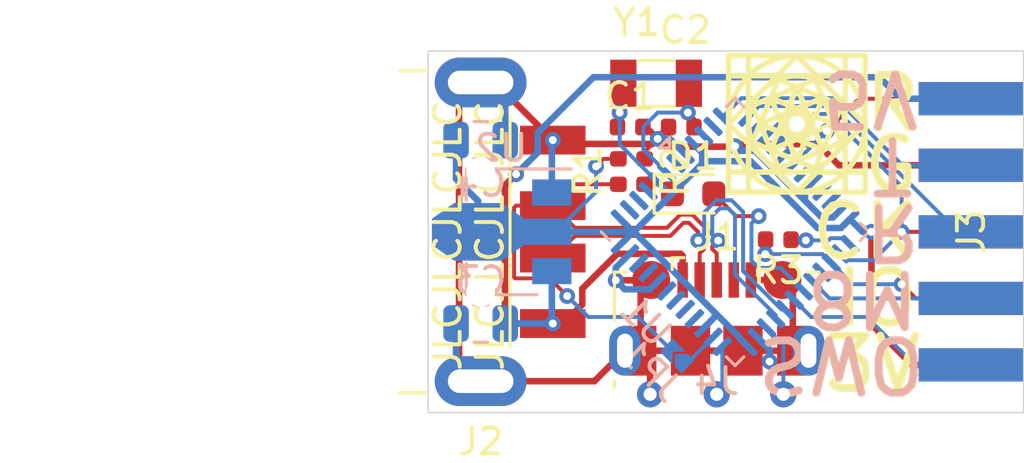
<source format=kicad_pcb>
(kicad_pcb (version 20171130) (host pcbnew "(5.1.6)-1")

  (general
    (thickness 1.6)
    (drawings 18)
    (tracks 254)
    (zones 0)
    (modules 17)
    (nets 41)
  )

  (page A4)
  (layers
    (0 F.Cu signal)
    (31 B.Cu signal)
    (32 B.Adhes user)
    (33 F.Adhes user)
    (34 B.Paste user)
    (35 F.Paste user)
    (36 B.SilkS user)
    (37 F.SilkS user)
    (38 B.Mask user hide)
    (39 F.Mask user hide)
    (40 Dwgs.User user hide)
    (41 Cmts.User user)
    (42 Eco1.User user)
    (43 Eco2.User user)
    (44 Edge.Cuts user)
    (45 Margin user)
    (46 B.CrtYd user)
    (47 F.CrtYd user)
    (48 B.Fab user hide)
    (49 F.Fab user hide)
  )

  (setup
    (last_trace_width 0.15)
    (user_trace_width 0.25)
    (user_trace_width 0.5)
    (trace_clearance 0.15)
    (zone_clearance 0.127)
    (zone_45_only yes)
    (trace_min 0.127)
    (via_size 0.6)
    (via_drill 0.3)
    (via_min_size 0.6)
    (via_min_drill 0.3)
    (uvia_size 0.6)
    (uvia_drill 0.3)
    (uvias_allowed no)
    (uvia_min_size 0.6)
    (uvia_min_drill 0.3)
    (edge_width 0.05)
    (segment_width 0.2)
    (pcb_text_width 0.3)
    (pcb_text_size 1.5 1.5)
    (mod_edge_width 0.12)
    (mod_text_size 1 1)
    (mod_text_width 0.15)
    (pad_size 1.524 1.524)
    (pad_drill 0.762)
    (pad_to_mask_clearance 0.05)
    (aux_axis_origin 0 0)
    (visible_elements 7EFFF7FF)
    (pcbplotparams
      (layerselection 0x010f0_ffffffff)
      (usegerberextensions false)
      (usegerberattributes true)
      (usegerberadvancedattributes true)
      (creategerberjobfile false)
      (excludeedgelayer true)
      (linewidth 0.100000)
      (plotframeref false)
      (viasonmask false)
      (mode 1)
      (useauxorigin false)
      (hpglpennumber 1)
      (hpglpenspeed 20)
      (hpglpendiameter 15.000000)
      (psnegative false)
      (psa4output false)
      (plotreference false)
      (plotvalue false)
      (plotinvisibletext false)
      (padsonsilk false)
      (subtractmaskfromsilk false)
      (outputformat 1)
      (mirror false)
      (drillshape 0)
      (scaleselection 1)
      (outputdirectory "gerber/"))
  )

  (net 0 "")
  (net 1 GND)
  (net 2 "Net-(C1-Pad1)")
  (net 3 "Net-(C2-Pad1)")
  (net 4 +5V)
  (net 5 +3V3)
  (net 6 USB_P)
  (net 7 "Net-(J1-Pad4)")
  (net 8 USB_N)
  (net 9 TX)
  (net 10 RX)
  (net 11 T_SWO)
  (net 12 T_JTMS)
  (net 13 T_JTCK)
  (net 14 T_nRST)
  (net 15 L_SWDIO)
  (net 16 L_SWCLK)
  (net 17 L_nRST)
  (net 18 "Net-(U1-Pad46)")
  (net 19 "Net-(U1-Pad45)")
  (net 20 "Net-(U1-Pad43)")
  (net 21 "Net-(U1-Pad42)")
  (net 22 "Net-(U1-Pad41)")
  (net 23 "Net-(U1-Pad40)")
  (net 24 "Net-(U1-Pad22)")
  (net 25 "Net-(U1-Pad21)")
  (net 26 "Net-(U1-Pad14)")
  (net 27 "Net-(U1-Pad11)")
  (net 28 "Net-(U1-Pad4)")
  (net 29 MCO)
  (net 30 "Net-(U1-Pad28)")
  (net 31 LED_STA)
  (net 32 "Net-(D1-Pad1)")
  (net 33 "Net-(JP1-Pad1)")
  (net 34 "Net-(R3-Pad1)")
  (net 35 "Net-(U1-Pad10)")
  (net 36 "Net-(U1-Pad3)")
  (net 37 "Net-(U1-Pad2)")
  (net 38 "Net-(U1-Pad19)")
  (net 39 "Net-(U1-Pad17)")
  (net 40 "Net-(U1-Pad16)")

  (net_class Default "This is the default net class."
    (clearance 0.15)
    (trace_width 0.15)
    (via_dia 0.6)
    (via_drill 0.3)
    (uvia_dia 0.6)
    (uvia_drill 0.3)
    (diff_pair_width 0.15)
    (diff_pair_gap 0.16)
    (add_net +3V3)
    (add_net +5V)
    (add_net GND)
    (add_net LED_STA)
    (add_net L_SWCLK)
    (add_net L_SWDIO)
    (add_net L_nRST)
    (add_net MCO)
    (add_net "Net-(C1-Pad1)")
    (add_net "Net-(C2-Pad1)")
    (add_net "Net-(D1-Pad1)")
    (add_net "Net-(J1-Pad4)")
    (add_net "Net-(JP1-Pad1)")
    (add_net "Net-(R3-Pad1)")
    (add_net "Net-(U1-Pad10)")
    (add_net "Net-(U1-Pad11)")
    (add_net "Net-(U1-Pad14)")
    (add_net "Net-(U1-Pad16)")
    (add_net "Net-(U1-Pad17)")
    (add_net "Net-(U1-Pad19)")
    (add_net "Net-(U1-Pad2)")
    (add_net "Net-(U1-Pad21)")
    (add_net "Net-(U1-Pad22)")
    (add_net "Net-(U1-Pad28)")
    (add_net "Net-(U1-Pad3)")
    (add_net "Net-(U1-Pad4)")
    (add_net "Net-(U1-Pad40)")
    (add_net "Net-(U1-Pad41)")
    (add_net "Net-(U1-Pad42)")
    (add_net "Net-(U1-Pad43)")
    (add_net "Net-(U1-Pad45)")
    (add_net "Net-(U1-Pad46)")
    (add_net RX)
    (add_net TX)
    (add_net T_JTCK)
    (add_net T_JTMS)
    (add_net T_SWO)
    (add_net T_nRST)
    (add_net USB_N)
    (add_net USB_P)
  )

  (module Symbol:stanlazy_5.2mm (layer F.Cu) (tedit 5D09FB3A) (tstamp 5F73B024)
    (at 14.05 2.775)
    (fp_text reference G*** (at 0 4) (layer F.SilkS) hide
      (effects (font (size 1.524 1.524) (thickness 0.3)))
    )
    (fp_text value LOGO (at 0 -4) (layer F.SilkS) hide
      (effects (font (size 1.524 1.524) (thickness 0.3)))
    )
    (fp_poly (pts (xy 0.344639 -2.577694) (xy 0.394295 -2.571294) (xy 0.456588 -2.560678) (xy 0.52805 -2.546468)
      (xy 0.605213 -2.529286) (xy 0.649981 -2.518509) (xy 0.848698 -2.459605) (xy 1.046191 -2.38206)
      (xy 1.239227 -2.287454) (xy 1.42457 -2.177365) (xy 1.592754 -2.058198) (xy 1.629921 -2.02876)
      (xy 1.670321 -1.995513) (xy 1.711242 -1.960851) (xy 1.749971 -1.927165) (xy 1.783796 -1.896848)
      (xy 1.810004 -1.872293) (xy 1.825882 -1.855891) (xy 1.8288 -1.850033) (xy 1.819556 -1.856439)
      (xy 1.799157 -1.873591) (xy 1.771278 -1.898349) (xy 1.75768 -1.91076) (xy 1.622409 -2.025496)
      (xy 1.473043 -2.134768) (xy 1.315769 -2.234369) (xy 1.156772 -2.320091) (xy 1.15316 -2.321859)
      (xy 1.035501 -2.376617) (xy 0.922546 -2.423196) (xy 0.81001 -2.46287) (xy 0.693608 -2.496911)
      (xy 0.569055 -2.526595) (xy 0.432065 -2.553194) (xy 0.3048 -2.574001) (xy 0.290576 -2.576724)
      (xy 0.295036 -2.578326) (xy 0.311089 -2.579257) (xy 0.344639 -2.577694)) (layer F.SilkS) (width 0.2))
    (fp_poly (pts (xy -0.281922 -2.577982) (xy -0.282297 -2.57617) (xy -0.29464 -2.574001) (xy -0.417195 -2.554237)
      (xy -0.523895 -2.534475) (xy -0.619177 -2.51365) (xy -0.707479 -2.490701) (xy -0.793239 -2.464566)
      (xy -0.880893 -2.434181) (xy -0.885311 -2.432566) (xy -1.081381 -2.351762) (xy -1.268945 -2.255794)
      (xy -1.450381 -2.143239) (xy -1.628066 -2.012671) (xy -1.73736 -1.922074) (xy -1.82372 -1.847397)
      (xy -1.7526 -1.914641) (xy -1.606043 -2.040892) (xy -1.443897 -2.158172) (xy -1.269613 -2.264614)
      (xy -1.086642 -2.358348) (xy -0.898434 -2.437504) (xy -0.708439 -2.500215) (xy -0.635923 -2.519485)
      (xy -0.558758 -2.537641) (xy -0.484786 -2.553309) (xy -0.417588 -2.565849) (xy -0.360752 -2.574622)
      (xy -0.317859 -2.578989) (xy -0.30093 -2.579257) (xy -0.281922 -2.577982)) (layer F.SilkS) (width 0.2))
    (fp_poly (pts (xy 1.46147 -1.143971) (xy 1.472377 -1.133741) (xy 1.470139 -1.127859) (xy 1.468719 -1.12776)
      (xy 1.460126 -1.134977) (xy 1.456989 -1.13949) (xy 1.455792 -1.146443) (xy 1.46147 -1.143971)) (layer F.SilkS) (width 0.01))
    (fp_poly (pts (xy -1.445908 -1.141518) (xy -1.4478 -1.13792) (xy -1.457373 -1.128218) (xy -1.45916 -1.12776)
      (xy -1.459853 -1.134323) (xy -1.45796 -1.13792) (xy -1.448388 -1.147623) (xy -1.446601 -1.14808)
      (xy -1.445908 -1.141518)) (layer F.SilkS) (width 0.01))
    (fp_poly (pts (xy 1.882241 -1.79741) (xy 1.900568 -1.778296) (xy 1.924939 -1.7526) (xy 2.057639 -1.598564)
      (xy 2.178903 -1.429444) (xy 2.287521 -1.247715) (xy 2.382285 -1.055854) (xy 2.461987 -0.856335)
      (xy 2.525418 -0.651633) (xy 2.571369 -0.444222) (xy 2.575448 -0.420491) (xy 2.582286 -0.374542)
      (xy 2.586851 -0.333888) (xy 2.58859 -0.304118) (xy 2.587992 -0.293491) (xy 2.584779 -0.280213)
      (xy 2.582951 -0.285427) (xy 2.582023 -0.30093) (xy 2.576652 -0.356549) (xy 2.5653 -0.426993)
      (xy 2.548981 -0.508007) (xy 2.528708 -0.595336) (xy 2.505495 -0.684729) (xy 2.480355 -0.771929)
      (xy 2.454303 -0.852683) (xy 2.442897 -0.884843) (xy 2.361626 -1.082113) (xy 2.265305 -1.2704)
      (xy 2.152469 -1.452151) (xy 2.021656 -1.629813) (xy 1.934032 -1.735346) (xy 1.90179 -1.772645)
      (xy 1.882587 -1.795087) (xy 1.876159 -1.803174) (xy 1.882241 -1.79741)) (layer F.SilkS) (width 0.2))
    (fp_poly (pts (xy -1.922074 -1.73736) (xy -2.064522 -1.560807) (xy -2.188074 -1.381976) (xy -2.294155 -1.198491)
      (xy -2.38419 -1.007973) (xy -2.432566 -0.885311) (xy -2.463186 -0.79745) (xy -2.489505 -0.711701)
      (xy -2.512585 -0.623627) (xy -2.533488 -0.528789) (xy -2.553278 -0.422752) (xy -2.573017 -0.301077)
      (xy -2.574001 -0.29464) (xy -2.576724 -0.280417) (xy -2.578326 -0.284877) (xy -2.579257 -0.30093)
      (xy -2.577708 -0.334201) (xy -2.571386 -0.383473) (xy -2.560929 -0.445163) (xy -2.546978 -0.515685)
      (xy -2.530172 -0.591456) (xy -2.519485 -0.635923) (xy -2.463568 -0.825688) (xy -2.390489 -1.014988)
      (xy -2.302117 -1.200373) (xy -2.200322 -1.378392) (xy -2.086972 -1.545594) (xy -1.963936 -1.69853)
      (xy -1.914641 -1.7526) (xy -1.847397 -1.82372) (xy -1.922074 -1.73736)) (layer F.SilkS) (width 0.2))
    (fp_poly (pts (xy 2.589686 0.310629) (xy 2.587748 0.349971) (xy 2.580344 0.404924) (xy 2.568329 0.471786)
      (xy 2.552562 0.546858) (xy 2.533897 0.626438) (xy 2.513191 0.706826) (xy 2.4913 0.784321)
      (xy 2.469081 0.855221) (xy 2.453173 0.900615) (xy 2.423851 0.973939) (xy 2.387101 1.057146)
      (xy 2.345734 1.144488) (xy 2.302564 1.230214) (xy 2.260405 1.308576) (xy 2.222067 1.373823)
      (xy 2.220275 1.37668) (xy 2.173667 1.447087) (xy 2.119164 1.523592) (xy 2.060799 1.600924)
      (xy 2.002605 1.67381) (xy 1.948613 1.736979) (xy 1.924939 1.76276) (xy 1.857556 1.83388)
      (xy 1.932233 1.74752) (xy 2.081302 1.561932) (xy 2.210769 1.372289) (xy 2.321134 1.17752)
      (xy 2.412894 0.976556) (xy 2.486548 0.768328) (xy 2.542594 0.551765) (xy 2.575975 0.36576)
      (xy 2.581563 0.331344) (xy 2.586135 0.310433) (xy 2.589041 0.305644) (xy 2.589686 0.310629)) (layer F.SilkS) (width 0.2))
    (fp_poly (pts (xy -2.572792 0.295586) (xy -2.571864 0.311089) (xy -2.569527 0.335553) (xy -2.564501 0.373211)
      (xy -2.557722 0.417264) (xy -2.555096 0.433009) (xy -2.506385 0.65901) (xy -2.438624 0.878241)
      (xy -2.352164 1.089975) (xy -2.247356 1.293484) (xy -2.124551 1.48804) (xy -1.984101 1.672917)
      (xy -1.922182 1.74498) (xy -1.892787 1.7785) (xy -1.869797 1.805642) (xy -1.855723 1.823378)
      (xy -1.852692 1.8288) (xy -1.861077 1.821673) (xy -1.879917 1.802351) (xy -1.906277 1.773925)
      (xy -1.932342 1.74498) (xy -2.077799 1.566942) (xy -2.206557 1.378953) (xy -2.317896 1.18235)
      (xy -2.411093 0.978471) (xy -2.485429 0.768651) (xy -2.51439 0.66548) (xy -2.531926 0.593539)
      (xy -2.547536 0.522378) (xy -2.560619 0.455423) (xy -2.570575 0.396102) (xy -2.576803 0.347841)
      (xy -2.578701 0.314067) (xy -2.577833 0.30365) (xy -2.57462 0.290372) (xy -2.572792 0.295586)) (layer F.SilkS) (width 0.2))
    (fp_poly (pts (xy 1.807569 1.882241) (xy 1.788455 1.900568) (xy 1.76276 1.924939) (xy 1.61856 2.049416)
      (xy 1.458669 2.165426) (xy 1.286636 2.271044) (xy 1.106007 2.364346) (xy 0.92033 2.443406)
      (xy 0.733153 2.506301) (xy 0.649981 2.528668) (xy 0.571131 2.547253) (xy 0.496024 2.563217)
      (xy 0.428129 2.575938) (xy 0.370913 2.584795) (xy 0.327845 2.589165) (xy 0.311089 2.589416)
      (xy 0.292081 2.588141) (xy 0.292456 2.586329) (xy 0.3048 2.58416) (xy 0.455443 2.559171)
      (xy 0.590068 2.532165) (xy 0.712967 2.501868) (xy 0.828426 2.467004) (xy 0.940737 2.4263)
      (xy 1.054188 2.378479) (xy 1.15316 2.332048) (xy 1.3103 2.248543) (xy 1.4615 2.153737)
      (xy 1.610927 2.04483) (xy 1.745505 1.934032) (xy 1.782804 1.90179) (xy 1.805246 1.882587)
      (xy 1.813333 1.876159) (xy 1.807569 1.882241)) (layer F.SilkS) (width 0.2))
    (fp_poly (pts (xy -1.73736 1.932233) (xy -1.551773 2.081302) (xy -1.36213 2.210769) (xy -1.167361 2.321134)
      (xy -0.966397 2.412894) (xy -0.758169 2.486548) (xy -0.541606 2.542594) (xy -0.3556 2.575975)
      (xy -0.320982 2.581593) (xy -0.302536 2.585849) (xy -0.301819 2.588309) (xy -0.30988 2.58874)
      (xy -0.339258 2.587016) (xy -0.380703 2.582296) (xy -0.426346 2.57551) (xy -0.43688 2.573707)
      (xy -0.643077 2.529104) (xy -0.841888 2.468688) (xy -1.038204 2.390867) (xy -1.13284 2.346933)
      (xy -1.291396 2.262776) (xy -1.445472 2.167096) (xy -1.590222 2.063191) (xy -1.720803 1.95436)
      (xy -1.7526 1.924939) (xy -1.82372 1.857556) (xy -1.73736 1.932233)) (layer F.SilkS) (width 0.2))
    (fp_poly (pts (xy 2.61112 2.61112) (xy -2.60096 2.61112) (xy -2.60096 2.601888) (xy -1.829052 2.601888)
      (xy -0.918295 2.600246) (xy -0.007539 2.598604) (xy -0.38223 2.223785) (xy -0.756767 1.84912)
      (xy -0.746658 1.84912) (xy -0.37084 2.22504) (xy -0.298871 2.297027) (xy -0.23142 2.364491)
      (xy -0.169818 2.426101) (xy -0.115394 2.480528) (xy -0.069479 2.526441) (xy -0.033403 2.562511)
      (xy -0.008496 2.587408) (xy 0.003913 2.599801) (xy 0.00508 2.60096) (xy 0.007635 2.598411)
      (xy 0.017891 2.598411) (xy 0.928551 2.600191) (xy 1.839211 2.601972) (xy 1.836545 2.228086)
      (xy 1.83388 1.8542) (xy 1.30048 1.851583) (xy 0.798277 1.84912) (xy 1.84912 1.84912)
      (xy 1.84912 2.60096) (xy 2.60096 2.60096) (xy 2.60096 1.84912) (xy 1.84912 1.84912)
      (xy 0.798277 1.84912) (xy 0.76708 1.848967) (xy 0.392485 2.223689) (xy 0.017891 2.598411)
      (xy 0.007635 2.598411) (xy 0.012061 2.593996) (xy 0.032079 2.573991) (xy 0.063802 2.542276)
      (xy 0.105902 2.50018) (xy 0.157048 2.449032) (xy 0.215909 2.390164) (xy 0.281157 2.324906)
      (xy 0.351461 2.254586) (xy 0.381 2.22504) (xy 0.756817 1.84912) (xy -0.746658 1.84912)
      (xy -0.756767 1.84912) (xy -0.75692 1.848967) (xy -1.29032 1.851583) (xy -1.82372 1.8542)
      (xy -1.829052 2.601888) (xy -2.60096 2.601888) (xy -2.60096 1.84912) (xy -2.5908 1.84912)
      (xy -2.5908 2.60096) (xy -1.83896 2.60096) (xy -1.83896 1.84912) (xy -2.5908 1.84912)
      (xy -2.60096 1.84912) (xy -2.60096 1.839211) (xy -2.591729 1.839211) (xy -2.556533 1.83896)
      (xy -1.8288 1.83896) (xy -1.30048 1.83896) (xy 0.777313 1.83896) (xy 1.83896 1.83896)
      (xy 1.83896 1.31064) (xy 1.838911 1.209169) (xy 1.838774 1.1141) (xy 1.838555 1.027319)
      (xy 1.838265 0.950713) (xy 1.837912 0.886167) (xy 1.837507 0.835569) (xy 1.837057 0.800804)
      (xy 1.836573 0.783758) (xy 1.836383 0.78232) (xy 1.828964 0.789321) (xy 1.808314 0.809577)
      (xy 1.77556 0.841965) (xy 1.73183 0.885362) (xy 1.678252 0.938646) (xy 1.615955 1.000694)
      (xy 1.546066 1.070384) (xy 1.469712 1.146592) (xy 1.388023 1.228196) (xy 1.30556 1.31064)
      (xy 0.777313 1.83896) (xy -1.30048 1.83896) (xy -1.19901 1.838911) (xy -1.103941 1.838774)
      (xy -1.01716 1.838555) (xy -0.940554 1.838265) (xy -0.876008 1.837912) (xy -0.82541 1.837507)
      (xy -0.790645 1.837057) (xy -0.773599 1.836573) (xy -0.77216 1.836383) (xy -0.779162 1.828964)
      (xy -0.799418 1.808314) (xy -0.831806 1.77556) (xy -0.875203 1.73183) (xy -0.928487 1.678252)
      (xy -0.990535 1.615955) (xy -1.060225 1.546066) (xy -1.129326 1.476832) (xy -1.109004 1.476832)
      (xy -1.099037 1.48992) (xy -1.076175 1.515166) (xy -1.039932 1.553118) (xy -0.989821 1.604326)
      (xy -0.955919 1.638595) (xy -0.758677 1.837396) (xy 0.768852 1.837396) (xy 0.95074 1.655298)
      (xy 1.012815 1.592763) (xy 1.060468 1.54385) (xy 1.094009 1.508184) (xy 1.11375 1.485393)
      (xy 1.12 1.475103) (xy 1.11307 1.476941) (xy 1.093272 1.490533) (xy 1.078422 1.501792)
      (xy 0.998505 1.557447) (xy 0.903915 1.613227) (xy 0.800087 1.666321) (xy 0.692455 1.713915)
      (xy 0.604009 1.747269) (xy 0.545156 1.766222) (xy 0.481885 1.78434) (xy 0.418589 1.800583)
      (xy 0.359664 1.813917) (xy 0.309505 1.823302) (xy 0.272507 1.827703) (xy 0.262564 1.827843)
      (xy 0.261872 1.825806) (xy 0.278223 1.821018) (xy 0.308644 1.814229) (xy 0.343305 1.807452)
      (xy 0.385856 1.798472) (xy 0.436375 1.786156) (xy 0.490876 1.77167) (xy 0.54537 1.756184)
      (xy 0.595872 1.740864) (xy 0.638394 1.72688) (xy 0.668949 1.715398) (xy 0.68327 1.707863)
      (xy 0.675754 1.702819) (xy 0.663347 1.69672) (xy 0.717152 1.69672) (xy 0.727592 1.692441)
      (xy 0.752116 1.680892) (xy 0.786691 1.664004) (xy 0.815007 1.649891) (xy 0.89648 1.606849)
      (xy 0.973219 1.562286) (xy 1.039979 1.519356) (xy 1.079319 1.490921) (xy 1.103433 1.474756)
      (xy 1.121564 1.467012) (xy 1.126428 1.467297) (xy 1.139032 1.464941) (xy 1.149468 1.455308)
      (xy 1.15803 1.443501) (xy 1.153075 1.445191) (xy 1.143 1.452288) (xy 1.140418 1.453031)
      (xy 1.150932 1.442469) (xy 1.172376 1.422714) (xy 1.18364 1.412614) (xy 1.310274 1.291065)
      (xy 1.423927 1.16419) (xy 1.460015 1.116634) (xy 1.475488 1.116634) (xy 1.477176 1.118854)
      (xy 1.49059 1.108556) (xy 1.516255 1.085273) (xy 1.554696 1.04854) (xy 1.606437 0.997889)
      (xy 1.639377 0.965297) (xy 1.83896 0.767275) (xy 1.838959 0.766977) (xy 1.84912 0.766977)
      (xy 1.84912 1.296195) (xy 1.849246 1.398021) (xy 1.849609 1.493662) (xy 1.850184 1.581202)
      (xy 1.850948 1.658724) (xy 1.851875 1.72431) (xy 1.852942 1.776043) (xy 1.854125 1.812007)
      (xy 1.855398 1.830285) (xy 1.855893 1.832186) (xy 1.867266 1.833736) (xy 1.896648 1.835161)
      (xy 1.941728 1.836419) (xy 2.000197 1.83747) (xy 2.069743 1.838271) (xy 2.148056 1.838782)
      (xy 2.232277 1.83896) (xy 2.601887 1.83896) (xy 2.600245 0.928329) (xy 2.598604 0.017698)
      (xy 2.223862 0.392337) (xy 1.84912 0.766977) (xy 1.838959 0.766977) (xy 1.838003 0.503017)
      (xy 1.837046 0.23876) (xy 1.817518 0.343837) (xy 1.776585 0.513467) (xy 1.717606 0.682818)
      (xy 1.642457 0.84761) (xy 1.553014 1.003565) (xy 1.485002 1.10236) (xy 1.475488 1.116634)
      (xy 1.460015 1.116634) (xy 1.521715 1.03533) (xy 1.561503 0.974824) (xy 1.580634 0.942716)
      (xy 1.602875 0.903134) (xy 1.626306 0.859793) (xy 1.649008 0.81641) (xy 1.66906 0.776701)
      (xy 1.684545 0.744382) (xy 1.693543 0.723169) (xy 1.694813 0.716717) (xy 1.685052 0.71992)
      (xy 1.65865 0.730145) (xy 1.6177 0.746541) (xy 1.564293 0.768256) (xy 1.500523 0.794441)
      (xy 1.428481 0.824244) (xy 1.35026 0.856814) (xy 1.346853 0.858237) (xy 1.002066 1.002282)
      (xy 0.898761 1.250441) (xy 0.868388 1.323381) (xy 0.838118 1.396038) (xy 0.809587 1.464483)
      (xy 0.784433 1.52479) (xy 0.764294 1.573031) (xy 0.753998 1.59766) (xy 0.737463 1.638135)
      (xy 0.724962 1.670622) (xy 0.717924 1.691283) (xy 0.717152 1.69672) (xy 0.663347 1.69672)
      (xy 0.651956 1.691121) (xy 0.614391 1.673837) (xy 0.565571 1.652039) (xy 0.50801 1.626793)
      (xy 0.444222 1.59917) (xy 0.376721 1.570239) (xy 0.30802 1.541068) (xy 0.240632 1.512728)
      (xy 0.177072 1.486286) (xy 0.119852 1.462812) (xy 0.071487 1.443376) (xy 0.03449 1.429046)
      (xy 0.011375 1.420891) (xy 0.00508 1.419405) (xy -0.008224 1.42323) (xy -0.036962 1.433886)
      (xy -0.078618 1.450305) (xy -0.130681 1.471417) (xy -0.190636 1.496154) (xy -0.255968 1.523447)
      (xy -0.324166 1.552227) (xy -0.392714 1.581425) (xy -0.459099 1.609972) (xy -0.520807 1.6368)
      (xy -0.575324 1.66084) (xy -0.620138 1.681022) (xy -0.652733 1.696279) (xy -0.670596 1.70554)
      (xy -0.673176 1.707798) (xy -0.657694 1.715834) (xy -0.626449 1.727483) (xy -0.583427 1.741576)
      (xy -0.532614 1.756944) (xy -0.477998 1.772421) (xy -0.423565 1.786836) (xy -0.373301 1.799023)
      (xy -0.333146 1.807452) (xy -0.293113 1.815351) (xy -0.264624 1.821887) (xy -0.250653 1.826308)
      (xy -0.252405 1.827843) (xy -0.28306 1.825675) (xy -0.328597 1.818116) (xy -0.384623 1.806201)
      (xy -0.446743 1.790969) (xy -0.510563 1.773455) (xy -0.57169 1.754697) (xy -0.593919 1.747245)
      (xy -0.768883 1.676537) (xy -0.936902 1.587969) (xy -1.0922 1.484935) (xy -1.106563 1.475353)
      (xy -1.109004 1.476832) (xy -1.129326 1.476832) (xy -1.136433 1.469712) (xy -1.218037 1.388023)
      (xy -1.30048 1.30556) (xy -1.8288 0.777313) (xy -1.8288 1.83896) (xy -2.556533 1.83896)
      (xy -2.217885 1.836545) (xy -1.84404 1.83388) (xy -1.838808 0.76708) (xy -1.838999 0.766889)
      (xy -1.8288 0.766889) (xy -1.633318 0.962564) (xy -1.581881 1.013956) (xy -1.53531 1.060299)
      (xy -1.495479 1.099745) (xy -1.46426 1.130446) (xy -1.443527 1.150552) (xy -1.435152 1.158216)
      (xy -1.435085 1.15824) (xy -1.439309 1.150677) (xy -1.452953 1.130519) (xy -1.473424 1.101557)
      (xy -1.481998 1.08966) (xy -1.586632 0.929099) (xy -1.674141 0.76062) (xy -1.691614 0.716776)
      (xy -1.684662 0.716776) (xy -1.682128 0.726654) (xy -1.671589 0.750469) (xy -1.654992 0.78444)
      (xy -1.634287 0.824788) (xy -1.611418 0.867733) (xy -1.588335 0.909495) (xy -1.566983 0.946293)
      (xy -1.563208 0.952535) (xy -1.463529 1.099455) (xy -1.349955 1.237306) (xy -1.22528 1.363227)
      (xy -1.092295 1.474355) (xy -0.97536 1.554708) (xy -0.946261 1.571998) (xy -0.908183 1.593547)
      (xy -0.865016 1.617284) (xy -0.820647 1.641138) (xy -0.778965 1.663039) (xy -0.743857 1.680916)
      (xy -0.719213 1.692698) (xy -0.70933 1.696379) (xy -0.710125 1.687841) (xy -0.717674 1.664473)
      (xy -0.730646 1.630083) (xy -0.743839 1.59766) (xy -0.759452 1.5603) (xy -0.781236 1.508102)
      (xy -0.807555 1.44499) (xy -0.836773 1.374886) (xy -0.867253 1.301713) (xy -0.888717 1.250164)
      (xy -0.989858 1.007201) (xy -0.966245 1.007201) (xy -0.965321 1.019759) (xy -0.960105 1.040268)
      (xy -0.949944 1.070574) (xy -0.934183 1.112524) (xy -0.912167 1.167964) (xy -0.883241 1.238741)
      (xy -0.855029 1.306822) (xy -0.823865 1.381683) (xy -0.794295 1.452629) (xy -0.767472 1.516901)
      (xy -0.744548 1.571736) (xy -0.726679 1.614375) (xy -0.715016 1.642057) (xy -0.712456 1.648069)
      (xy -0.69196 1.695885) (xy -0.59744 1.656141) (xy -0.560982 1.640887) (xy -0.509696 1.619537)
      (xy -0.447543 1.593735) (xy -0.378483 1.565122) (xy -0.306476 1.535342) (xy -0.261712 1.516858)
      (xy -0.196554 1.489742) (xy -0.138062 1.464963) (xy -0.088725 1.443611) (xy -0.051032 1.426777)
      (xy -0.027474 1.415552) (xy -0.020532 1.411248) (xy 0.030715 1.411248) (xy 0.039808 1.416873)
      (xy 0.065201 1.428926) (xy 0.104308 1.446342) (xy 0.15454 1.468055) (xy 0.213309 1.493003)
      (xy 0.278029 1.520119) (xy 0.34611 1.548339) (xy 0.414966 1.576599) (xy 0.482009 1.603834)
      (xy 0.544651 1.62898) (xy 0.600304 1.650972) (xy 0.646381 1.668746) (xy 0.680293 1.681237)
      (xy 0.699454 1.687379) (xy 0.702731 1.687709) (xy 0.708077 1.677189) (xy 0.720251 1.650056)
      (xy 0.738327 1.608478) (xy 0.761375 1.554625) (xy 0.788467 1.490662) (xy 0.818675 1.41876)
      (xy 0.847511 1.349644) (xy 0.879491 1.272624) (xy 0.90885 1.20167) (xy 0.934708 1.138934)
      (xy 0.956181 1.086565) (xy 0.972389 1.046713) (xy 0.98245 1.021526) (xy 0.98552 1.013173)
      (xy 0.976437 1.016046) (xy 0.950361 1.026034) (xy 0.909052 1.042423) (xy 0.854268 1.0645)
      (xy 0.787768 1.091551) (xy 0.71131 1.122864) (xy 0.626655 1.157724) (xy 0.535559 1.195419)
      (xy 0.508 1.206857) (xy 0.415285 1.24548) (xy 0.328516 1.281853) (xy 0.249456 1.315222)
      (xy 0.179865 1.344833) (xy 0.121508 1.369929) (xy 0.076146 1.389758) (xy 0.045542 1.403563)
      (xy 0.031458 1.410591) (xy 0.030715 1.411248) (xy -0.020532 1.411248) (xy -0.020412 1.411174)
      (xy -0.029492 1.4062) (xy -0.055588 1.394246) (xy -0.096927 1.376069) (xy -0.151736 1.352428)
      (xy -0.218242 1.324082) (xy -0.294673 1.291789) (xy -0.379255 1.256309) (xy -0.470216 1.218399)
      (xy -0.492915 1.208975) (xy -0.584999 1.170676) (xy -0.671017 1.134708) (xy -0.749214 1.101818)
      (xy -0.817836 1.072755) (xy -0.875127 1.048264) (xy -0.919334 1.029094) (xy -0.948701 1.015991)
      (xy -0.961475 1.009702) (xy -0.961871 1.009283) (xy -0.952068 1.012358) (xy -0.925323 1.022564)
      (xy -0.883433 1.039172) (xy -0.828193 1.061451) (xy -0.761401 1.088673) (xy -0.684852 1.120108)
      (xy -0.600342 1.155027) (xy -0.509669 1.192701) (xy -0.491816 1.200142) (xy -0.39931 1.238532)
      (xy -0.311891 1.274455) (xy -0.231465 1.307153) (xy -0.15994 1.335865) (xy -0.099224 1.359834)
      (xy -0.051222 1.378301) (xy -0.017842 1.390507) (xy -0.000991 1.395694) (xy 0 1.39582)
      (xy 0.014063 1.392344) (xy 0.044052 1.381998) (xy 0.087851 1.365656) (xy 0.143347 1.344193)
      (xy 0.208424 1.318484) (xy 0.280969 1.289402) (xy 0.358866 1.257822) (xy 0.440002 1.224619)
      (xy 0.522262 1.190666) (xy 0.60353 1.156839) (xy 0.681694 1.124012) (xy 0.754638 1.093059)
      (xy 0.820248 1.064854) (xy 0.87641 1.040273) (xy 0.921008 1.020189) (xy 0.951929 1.005477)
      (xy 0.967057 0.997011) (xy 0.968133 0.995457) (xy 0.95675 0.989626) (xy 0.929418 0.977316)
      (xy 0.888988 0.959759) (xy 0.838311 0.938188) (xy 0.780237 0.913834) (xy 0.75692 0.904146)
      (xy 0.686538 0.874973) (xy 0.612802 0.844394) (xy 0.541224 0.814698) (xy 0.477315 0.788171)
      (xy 0.42659 0.7671) (xy 0.425991 0.766852) (xy 0.298263 0.713761) (xy 0.157406 1.052648)
      (xy 0.125055 1.130145) (xy 0.095122 1.20121) (xy 0.068495 1.26378) (xy 0.046065 1.315791)
      (xy 0.028722 1.35518) (xy 0.017354 1.379883) (xy 0.012863 1.38785) (xy 0.015775 1.377959)
      (xy 0.025699 1.351469) (xy 0.041779 1.310517) (xy 0.063157 1.257238) (xy 0.088979 1.193768)
      (xy 0.118386 1.122243) (xy 0.147692 1.051594) (xy 0.179523 0.974383) (xy 0.208305 0.903045)
      (xy 0.23321 0.839751) (xy 0.253411 0.786672) (xy 0.268079 0.745981) (xy 0.276387 0.719847)
      (xy 0.277723 0.71055) (xy 0.268279 0.705228) (xy 0.310121 0.705228) (xy 0.310802 0.708435)
      (xy 0.322003 0.713033) (xy 0.349758 0.724607) (xy 0.391896 0.742243) (xy 0.446243 0.765033)
      (xy 0.510627 0.792063) (xy 0.582875 0.822425) (xy 0.65532 0.852893) (xy 0.732575 0.885396)
      (xy 0.803671 0.915304) (xy 0.866494 0.941729) (xy 0.918929 0.963782) (xy 0.958865 0.980574)
      (xy 0.984186 0.991216) (xy 0.992778 0.994819) (xy 0.990415 0.986936) (xy 0.982003 0.965779)
      (xy 0.974282 0.947447) (xy 0.965243 0.92607) (xy 0.949569 0.888682) (xy 0.92841 0.838042)
      (xy 0.902917 0.776908) (xy 0.874241 0.708038) (xy 0.843533 0.634191) (xy 0.831217 0.604547)
      (xy 0.801078 0.532114) (xy 0.773429 0.465915) (xy 0.74923 0.408229) (xy 0.729442 0.361336)
      (xy 0.715026 0.327517) (xy 0.706941 0.30905) (xy 0.705572 0.306286) (xy 0.695573 0.308707)
      (xy 0.670177 0.317764) (xy 0.63271 0.332192) (xy 0.586497 0.350729) (xy 0.561013 0.3612)
      (xy 0.419708 0.419708) (xy 0.360636 0.562374) (xy 0.340783 0.611915) (xy 0.324997 0.654436)
      (xy 0.314401 0.686639) (xy 0.310121 0.705228) (xy 0.268279 0.705228) (xy 0.265681 0.703764)
      (xy 0.238472 0.690976) (xy 0.199754 0.67383) (xy 0.153185 0.653974) (xy 0.13716 0.64729)
      (xy 0.00508 0.592504) (xy -0.126979 0.647258) (xy -0.175293 0.667629) (xy -0.216934 0.685822)
      (xy -0.24824 0.700193) (xy -0.265553 0.709092) (xy -0.267542 0.710517) (xy -0.265741 0.721538)
      (xy -0.256825 0.749092) (xy -0.241624 0.791005) (xy -0.220965 0.845108) (xy -0.195675 0.909227)
      (xy -0.166583 0.981191) (xy -0.137533 1.051594) (xy -0.105596 1.128615) (xy -0.076462 1.199535)
      (xy -0.050986 1.262218) (xy -0.030027 1.314528) (xy -0.01444 1.354328) (xy -0.005081 1.379483)
      (xy -0.002704 1.38785) (xy -0.007298 1.37967) (xy -0.018747 1.354768) (xy -0.036161 1.315205)
      (xy -0.05865 1.263045) (xy -0.085326 1.200351) (xy -0.115298 1.129186) (xy -0.147297 1.052526)
      (xy -0.288205 0.713518) (xy -0.329523 0.731125) (xy -0.349199 0.739391) (xy -0.384942 0.754285)
      (xy -0.434037 0.774681) (xy -0.493766 0.799453) (xy -0.561416 0.827473) (xy -0.634271 0.857615)
      (xy -0.6604 0.868418) (xy -0.732838 0.89858) (xy -0.799528 0.926773) (xy -0.858055 0.951942)
      (xy -0.906006 0.973032) (xy -0.940965 0.988991) (xy -0.96052 0.998764) (xy -0.963533 1.000747)
      (xy -0.966245 1.007201) (xy -0.989858 1.007201) (xy -0.992137 1.001728) (xy -1.020705 0.989816)
      (xy -0.97895 0.989816) (xy -0.977682 0.992034) (xy -0.966856 0.987186) (xy -0.939423 0.975473)
      (xy -0.897549 0.957805) (xy -0.843401 0.93509) (xy -0.779146 0.908237) (xy -0.706951 0.878156)
      (xy -0.634923 0.848221) (xy -0.557512 0.816036) (xy -0.486214 0.786295) (xy -0.423164 0.759896)
      (xy -0.370495 0.737735) (xy -0.330341 0.720711) (xy -0.304835 0.709721) (xy -0.296127 0.705698)
      (xy -0.298549 0.695653) (xy -0.307607 0.670217) (xy -0.322037 0.632717) (xy -0.340576 0.586483)
      (xy -0.351041 0.561013) (xy -0.401723 0.438608) (xy -0.388343 0.438608) (xy -0.388299 0.43888)
      (xy -0.382178 0.460773) (xy -0.370039 0.493598) (xy -0.353705 0.533356) (xy -0.334997 0.576053)
      (xy -0.315736 0.61769) (xy -0.297745 0.654271) (xy -0.282845 0.681799) (xy -0.272859 0.696278)
      (xy -0.270438 0.697465) (xy -0.256847 0.691773) (xy -0.22892 0.680049) (xy -0.191052 0.664138)
      (xy -0.15748 0.650024) (xy -0.113009 0.631404) (xy -0.073166 0.614867) (xy -0.04313 0.602555)
      (xy -0.03048 0.597507) (xy -0.023639 0.593506) (xy -0.023854 0.588289) (xy -0.033101 0.580795)
      (xy -0.053358 0.569964) (xy -0.0866 0.554737) (xy -0.134803 0.534053) (xy -0.19812 0.50761)
      (xy -0.255223 0.483688) (xy -0.30457 0.462579) (xy -0.343591 0.445417) (xy -0.369714 0.433341)
      (xy -0.380369 0.427486) (xy -0.380172 0.427114) (xy -0.367667 0.430728) (xy -0.33963 0.441009)
      (xy -0.299249 0.456718) (xy -0.24971 0.476618) (xy -0.19812 0.49784) (xy -0.143349 0.520488)
      (xy -0.095217 0.540157) (xy -0.056792 0.555614) (xy -0.03114 0.565622) (xy -0.021403 0.56896)
      (xy -0.025717 0.562296) (xy -0.041776 0.544259) (xy -0.066889 0.517774) (xy -0.091695 0.492468)
      (xy -0.167061 0.41656) (xy -0.157004 0.41656) (xy -0.0762 0.49784) (xy -0.044054 0.530136)
      (xy -0.017884 0.556353) (xy -0.000564 0.573615) (xy 0.00508 0.57912) (xy 0.01196 0.572389)
      (xy 0.015397 0.56896) (xy 0.031562 0.56896) (xy 0.042309 0.56524) (xy 0.06873 0.554906)
      (xy 0.107759 0.53919) (xy 0.156329 0.519328) (xy 0.20828 0.49784) (xy 0.263481 0.47515)
      (xy 0.312495 0.455497) (xy 0.352135 0.440119) (xy 0.379211 0.430255) (xy 0.390331 0.427114)
      (xy 0.384781 0.430903) (xy 0.363002 0.441266) (xy 0.327564 0.457063) (xy 0.281036 0.477157)
      (xy 0.225988 0.500407) (xy 0.20828 0.507793) (xy 0.143756 0.534726) (xy 0.096038 0.555062)
      (xy 0.063134 0.56992) (xy 0.043054 0.580424) (xy 0.033806 0.587693) (xy 0.0334 0.59285)
      (xy 0.039843 0.597015) (xy 0.04572 0.599339) (xy 0.067669 0.608059) (xy 0.102786 0.622681)
      (xy 0.145642 0.640925) (xy 0.1778 0.65483) (xy 0.219596 0.672865) (xy 0.254312 0.687545)
      (xy 0.277851 0.697156) (xy 0.285918 0.700049) (xy 0.292049 0.691609) (xy 0.304216 0.66781)
      (xy 0.320767 0.632106) (xy 0.340051 0.587947) (xy 0.344017 0.57858) (xy 0.36362 0.531268)
      (xy 0.38026 0.489654) (xy 0.392329 0.457869) (xy 0.398217 0.440039) (xy 0.398458 0.43888)
      (xy 0.397586 0.431232) (xy 0.38975 0.426016) (xy 0.371636 0.422622) (xy 0.339931 0.420438)
      (xy 0.291319 0.418853) (xy 0.28956 0.418808) (xy 0.1778 0.415977) (xy 0.101854 0.492468)
      (xy 0.071433 0.523604) (xy 0.047914 0.548634) (xy 0.033988 0.564632) (xy 0.031562 0.56896)
      (xy 0.015397 0.56896) (xy 0.030283 0.554113) (xy 0.057172 0.527167) (xy 0.08636 0.49784)
      (xy 0.167163 0.41656) (xy -0.157004 0.41656) (xy -0.167061 0.41656) (xy -0.16764 0.415977)
      (xy -0.2794 0.418808) (xy -0.328572 0.420384) (xy -0.360738 0.422541) (xy -0.379213 0.425891)
      (xy -0.387309 0.431043) (xy -0.388343 0.438608) (xy -0.401723 0.438608) (xy -0.409549 0.419708)
      (xy -0.441689 0.4064) (xy -0.39624 0.4064) (xy -0.28956 0.4064) (xy 0.189497 0.4064)
      (xy 0.4064 0.4064) (xy 0.4064 0.188408) (xy 0.322049 0.27232) (xy 0.288516 0.304683)
      (xy 0.260042 0.3303) (xy 0.239693 0.346538) (xy 0.230609 0.350836) (xy 0.22759 0.350704)
      (xy 0.228692 0.352306) (xy 0.22612 0.363564) (xy 0.21284 0.381535) (xy 0.211681 0.382786)
      (xy 0.189497 0.4064) (xy -0.28956 0.4064) (xy -0.245766 0.406158) (xy -0.210684 0.405506)
      (xy -0.188513 0.404549) (xy -0.18288 0.403678) (xy -0.189679 0.395949) (xy -0.208397 0.376487)
      (xy -0.236524 0.347858) (xy -0.271545 0.312633) (xy -0.28956 0.29464) (xy -0.39624 0.188323)
      (xy -0.39624 0.4064) (xy -0.441689 0.4064) (xy -0.550854 0.3612) (xy -0.600207 0.341075)
      (xy -0.642486 0.324424) (xy -0.674365 0.312509) (xy -0.692519 0.306595) (xy -0.695413 0.306286)
      (xy -0.699966 0.316205) (xy -0.711331 0.342619) (xy -0.728548 0.383248) (xy -0.750657 0.435813)
      (xy -0.776698 0.498032) (xy -0.80571 0.567628) (xy -0.821058 0.604547) (xy -0.852261 0.679622)
      (xy -0.881894 0.750826) (xy -0.908803 0.815395) (xy -0.931836 0.870565) (xy -0.949839 0.913572)
      (xy -0.961659 0.941652) (xy -0.964343 0.947959) (xy -0.974629 0.974133) (xy -0.97895 0.989816)
      (xy -1.020705 0.989816) (xy -1.336809 0.858012) (xy -1.415243 0.825407) (xy -1.487584 0.795528)
      (xy -1.551738 0.769223) (xy -1.605613 0.747344) (xy -1.647113 0.73074) (xy -1.674146 0.720262)
      (xy -1.684618 0.716759) (xy -1.684662 0.716776) (xy -1.691614 0.716776) (xy -1.743578 0.586393)
      (xy -1.793994 0.408592) (xy -1.807359 0.343837) (xy -1.826887 0.23876) (xy -1.827844 0.502824)
      (xy -1.8288 0.766889) (xy -1.838999 0.766889) (xy -2.213626 0.392389) (xy -2.588445 0.017698)
      (xy -2.590087 0.928454) (xy -2.591729 1.839211) (xy -2.60096 1.839211) (xy -2.60096 0.004977)
      (xy -2.590801 0.004977) (xy -2.217472 0.378408) (xy -2.145676 0.450176) (xy -2.078319 0.517412)
      (xy -2.016748 0.57878) (xy -1.962306 0.632945) (xy -1.916338 0.67857) (xy -1.88019 0.71432)
      (xy -1.855206 0.738859) (xy -1.84273 0.75085) (xy -1.841552 0.75184) (xy -1.841132 0.741943)
      (xy -1.840733 0.713311) (xy -1.840361 0.667527) (xy -1.840021 0.606175) (xy -1.839719 0.530839)
      (xy -1.839459 0.443102) (xy -1.839248 0.34455) (xy -1.839091 0.236765) (xy -1.838993 0.121332)
      (xy -1.83896 0.002591) (xy -1.83896 -0.010118) (xy -1.824446 -0.010118) (xy -1.822709 0.102409)
      (xy -1.816027 0.20943) (xy -1.804399 0.304724) (xy -1.800216 0.328672) (xy -1.787467 0.38939)
      (xy -1.771882 0.453151) (xy -1.754588 0.516293) (xy -1.736713 0.575155) (xy -1.719383 0.626073)
      (xy -1.703727 0.665385) (xy -1.690872 0.689429) (xy -1.688143 0.692712) (xy -1.676326 0.699333)
      (xy -1.648359 0.712625) (xy -1.606862 0.731467) (xy -1.554452 0.754741) (xy -1.493748 0.781325)
      (xy -1.427367 0.8101) (xy -1.35793 0.839946) (xy -1.288053 0.869744) (xy -1.220354 0.898372)
      (xy -1.157453 0.924713) (xy -1.101968 0.947645) (xy -1.056516 0.966048) (xy -1.023716 0.978804)
      (xy -1.006186 0.984791) (xy -1.004545 0.985097) (xy -0.993519 0.978593) (xy -0.988268 0.97282)
      (xy -0.981585 0.960001) (xy -0.968479 0.931317) (xy -0.950234 0.889705) (xy -0.92813 0.838103)
      (xy -0.903449 0.779448) (xy -0.894075 0.75692) (xy -0.864869 0.686525) (xy -0.834253 0.612758)
      (xy -0.804519 0.541133) (xy -0.777956 0.477168) (xy -0.756854 0.42638) (xy -0.756609 0.425789)
      (xy -0.703435 0.297859) (xy -0.717925 0.29185) (xy -0.686803 0.29185) (xy -0.686698 0.292048)
      (xy -0.67439 0.298974) (xy -0.647881 0.311008) (xy -0.611333 0.326503) (xy -0.568907 0.343809)
      (xy -0.524764 0.361277) (xy -0.483064 0.377259) (xy -0.447969 0.390107) (xy -0.423639 0.39817)
      (xy -0.414364 0.399962) (xy -0.41111 0.388392) (xy -0.408499 0.360914) (xy -0.406838 0.321935)
      (xy -0.4064 0.286166) (xy -0.4064 0.177291) (xy -0.4826 0.1016) (xy -0.513668 0.071233)
      (xy -0.538627 0.047779) (xy -0.554545 0.033931) (xy -0.5588 0.031562) (xy -0.555081 0.042309)
      (xy -0.544747 0.06873) (xy -0.529031 0.107759) (xy -0.509169 0.156329) (xy -0.48768 0.20828)
      (xy -0.464991 0.263481) (xy -0.445338 0.312495) (xy -0.42996 0.352135) (xy -0.420096 0.379211)
      (xy -0.416955 0.390331) (xy -0.420738 0.384779) (xy -0.431084 0.362994) (xy -0.446855 0.327547)
      (xy -0.466914 0.281007) (xy -0.490125 0.225948) (xy -0.49748 0.20828) (xy -0.525625 0.141342)
      (xy -0.547345 0.091847) (xy -0.56343 0.05824) (xy -0.57467 0.038966) (xy -0.581854 0.032472)
      (xy -0.585259 0.03556) (xy -0.592052 0.052535) (xy -0.604915 0.083794) (xy -0.622013 0.124899)
      (xy -0.641508 0.171415) (xy -0.641758 0.172008) (xy -0.660069 0.216537) (xy -0.674603 0.253821)
      (xy -0.683976 0.280159) (xy -0.686803 0.29185) (xy -0.717925 0.29185) (xy -1.042466 0.157265)
      (xy -1.119993 0.124976) (xy -1.191086 0.095099) (xy -1.253682 0.068523) (xy -1.305715 0.046135)
      (xy -1.345123 0.028823) (xy -1.369841 0.017475) (xy -1.377817 0.012989) (xy -1.367924 0.015894)
      (xy -1.341425 0.025797) (xy -1.300458 0.041843) (xy -1.247158 0.063178) (xy -1.183662 0.088946)
      (xy -1.112106 0.118294) (xy -1.041325 0.147583) (xy -0.964079 0.179357) (xy -0.892717 0.208097)
      (xy -0.829407 0.232975) (xy -0.776322 0.253166) (xy -0.735631 0.267842) (xy -0.709505 0.276175)
      (xy -0.700217 0.277549) (xy -0.693496 0.265573) (xy -0.680764 0.238425) (xy -0.663661 0.199757)
      (xy -0.643829 0.153219) (xy -0.637131 0.13716) (xy -0.582345 0.00508) (xy -0.582537 0.004616)
      (xy -0.568974 0.004616) (xy -0.490466 0.083588) (xy -0.45857 0.115433) (xy -0.432378 0.141133)
      (xy -0.414907 0.157755) (xy -0.409179 0.16256) (xy -0.408233 0.152971) (xy -0.407889 0.141684)
      (xy -0.395525 0.141684) (xy -0.388646 0.177501) (xy -0.36894 0.205184) (xy -0.347169 0.226497)
      (xy -0.337682 0.232355) (xy -0.340777 0.222725) (xy -0.350217 0.207316) (xy -0.365726 0.179226)
      (xy -0.380176 0.146415) (xy -0.38115 0.143816) (xy -0.394809 0.10668) (xy -0.395525 0.141684)
      (xy -0.407889 0.141684) (xy -0.407426 0.126493) (xy -0.406816 0.086555) (xy -0.406464 0.036587)
      (xy -0.4064 0.002778) (xy -0.4064 -0.018521) (xy -0.394564 -0.018521) (xy -0.390377 0.06496)
      (xy -0.368911 0.145321) (xy -0.331607 0.219739) (xy -0.279908 0.285388) (xy -0.215256 0.339445)
      (xy -0.139091 0.379085) (xy -0.133202 0.381307) (xy -0.114095 0.389768) (xy -0.109878 0.394908)
      (xy -0.112787 0.395524) (xy -0.130465 0.39139) (xy -0.158393 0.380006) (xy -0.178827 0.369926)
      (xy -0.2286 0.343613) (xy -0.199976 0.373736) (xy -0.171352 0.40386) (xy 0.005186 0.40386)
      (xy 0.069037 0.403763) (xy 0.115756 0.403218) (xy 0.148529 0.401837) (xy 0.170545 0.399234)
      (xy 0.18499 0.395023) (xy 0.195052 0.388819) (xy 0.203918 0.380234) (xy 0.204393 0.37973)
      (xy 0.219014 0.363138) (xy 0.220626 0.357064) (xy 0.207649 0.361281) (xy 0.178501 0.375562)
      (xy 0.1778 0.37592) (xy 0.149716 0.388356) (xy 0.127253 0.395096) (xy 0.122311 0.395524)
      (xy 0.120523 0.392195) (xy 0.134702 0.384699) (xy 0.143361 0.381307) (xy 0.222173 0.341802)
      (xy 0.289407 0.286356) (xy 0.326326 0.23876) (xy 0.341533 0.23876) (xy 0.373966 0.208919)
      (xy 0.396543 0.183213) (xy 0.398497 0.177291) (xy 0.41656 0.177291) (xy 0.41656 0.285072)
      (xy 0.417104 0.329911) (xy 0.418576 0.366849) (xy 0.420733 0.391387) (xy 0.422684 0.398978)
      (xy 0.426107 0.401348) (xy 0.432021 0.401608) (xy 0.443189 0.398774) (xy 0.462371 0.391861)
      (xy 0.49233 0.379885) (xy 0.535828 0.361861) (xy 0.587334 0.340284) (xy 0.634425 0.319487)
      (xy 0.670209 0.301574) (xy 0.692017 0.28799) (xy 0.697488 0.280657) (xy 0.691786 0.26704)
      (xy 0.680053 0.23909) (xy 0.664135 0.201206) (xy 0.650024 0.16764) (xy 0.631404 0.123168)
      (xy 0.614867 0.083325) (xy 0.602555 0.053289) (xy 0.597507 0.04064) (xy 0.593506 0.033798)
      (xy 0.588289 0.034013) (xy 0.580795 0.04326) (xy 0.569964 0.063517) (xy 0.554737 0.096759)
      (xy 0.534053 0.144962) (xy 0.50761 0.20828) (xy 0.483688 0.265382) (xy 0.462579 0.314729)
      (xy 0.445417 0.35375) (xy 0.433341 0.379873) (xy 0.427486 0.390528) (xy 0.427114 0.390331)
      (xy 0.430728 0.377826) (xy 0.441009 0.349789) (xy 0.456718 0.309408) (xy 0.476618 0.259869)
      (xy 0.49784 0.20828) (xy 0.520488 0.153508) (xy 0.540157 0.105376) (xy 0.555614 0.066951)
      (xy 0.565622 0.041299) (xy 0.56896 0.031562) (xy 0.562299 0.035873) (xy 0.544272 0.051928)
      (xy 0.517811 0.077031) (xy 0.49276 0.1016) (xy 0.41656 0.177291) (xy 0.398497 0.177291)
      (xy 0.405173 0.157061) (xy 0.405684 0.142879) (xy 0.404968 0.10668) (xy 0.391309 0.143816)
      (xy 0.376926 0.177348) (xy 0.360589 0.208239) (xy 0.359592 0.209856) (xy 0.341533 0.23876)
      (xy 0.326326 0.23876) (xy 0.343382 0.216773) (xy 0.382423 0.134857) (xy 0.38788 0.118474)
      (xy 0.40406 0.034021) (xy 0.403024 0.002778) (xy 0.41656 0.002778) (xy 0.416726 0.057166)
      (xy 0.417187 0.103608) (xy 0.417881 0.138674) (xy 0.41875 0.158936) (xy 0.419338 0.16256)
      (xy 0.427164 0.155814) (xy 0.446242 0.137533) (xy 0.473555 0.110647) (xy 0.500625 0.083588)
      (xy 0.578671 0.00508) (xy 0.592504 0.00508) (xy 0.647258 0.137138) (xy 0.667629 0.185452)
      (xy 0.685822 0.227093) (xy 0.700193 0.258399) (xy 0.709092 0.275712) (xy 0.710517 0.277701)
      (xy 0.721538 0.2759) (xy 0.749092 0.266984) (xy 0.791005 0.251783) (xy 0.845108 0.231124)
      (xy 0.909227 0.205834) (xy 0.981191 0.176742) (xy 1.051594 0.147692) (xy 1.128615 0.115755)
      (xy 1.199535 0.086621) (xy 1.262218 0.061145) (xy 1.314528 0.040186) (xy 1.354328 0.024599)
      (xy 1.379483 0.01524) (xy 1.38785 0.012863) (xy 1.379671 0.017457) (xy 1.354769 0.028906)
      (xy 1.315207 0.046319) (xy 1.26305 0.068808) (xy 1.200359 0.095482) (xy 1.1292 0.125451)
      (xy 1.052648 0.157406) (xy 0.713761 0.298263) (xy 0.766852 0.425991) (xy 0.787831 0.476485)
      (xy 0.814306 0.540238) (xy 0.843989 0.611739) (xy 0.874593 0.685476) (xy 0.903828 0.75594)
      (xy 0.904234 0.75692) (xy 0.934681 0.829918) (xy 0.958557 0.88608) (xy 0.97683 0.92744)
      (xy 0.990468 0.956029) (xy 1.00044 0.973883) (xy 1.007713 0.983034) (xy 1.013068 0.98552)
      (xy 1.023221 0.981756) (xy 1.049977 0.971054) (xy 1.091187 0.954295) (xy 1.144699 0.93236)
      (xy 1.208362 0.90613) (xy 1.280026 0.876487) (xy 1.349644 0.847595) (xy 1.427417 0.814993)
      (xy 1.499661 0.784179) (xy 1.564112 0.75616) (xy 1.618505 0.731943) (xy 1.660574 0.712534)
      (xy 1.688053 0.698939) (xy 1.698302 0.692655) (xy 1.710269 0.673159) (xy 1.725313 0.637452)
      (xy 1.742307 0.589202) (xy 1.760122 0.532077) (xy 1.777631 0.469746) (xy 1.793706 0.405879)
      (xy 1.807218 0.344142) (xy 1.810214 0.328672) (xy 1.823263 0.237103) (xy 1.831353 0.13212)
      (xy 1.834484 0.020017) (xy 1.834203 0.002591) (xy 1.84912 0.002591) (xy 1.849154 0.123971)
      (xy 1.849253 0.239251) (xy 1.849411 0.346848) (xy 1.849623 0.445177) (xy 1.849884 0.532655)
      (xy 1.850187 0.607698) (xy 1.850528 0.668721) (xy 1.850901 0.714141) (xy 1.8513 0.742373)
      (xy 1.851711 0.75184) (xy 1.859175 0.744871) (xy 1.87965 0.724858) (xy 1.91179 0.693134)
      (xy 1.954252 0.651037) (xy 2.005689 0.599902) (xy 2.064758 0.541065) (xy 2.130114 0.475862)
      (xy 2.200411 0.405629) (xy 2.227631 0.378408) (xy 2.60096 0.004977) (xy 2.22504 -0.37084)
      (xy 1.84912 -0.746658) (xy 1.84912 0.002591) (xy 1.834203 0.002591) (xy 1.832657 -0.092913)
      (xy 1.825871 -0.200378) (xy 1.814126 -0.296085) (xy 1.810214 -0.318513) (xy 1.800374 -0.365521)
      (xy 1.787448 -0.419489) (xy 1.772548 -0.476561) (xy 1.756788 -0.532883) (xy 1.741282 -0.584598)
      (xy 1.727143 -0.627853) (xy 1.715483 -0.658791) (xy 1.707798 -0.673176) (xy 1.702766 -0.665646)
      (xy 1.69108 -0.641834) (xy 1.673808 -0.604254) (xy 1.65202 -0.555421) (xy 1.626783 -0.497848)
      (xy 1.599168 -0.434048) (xy 1.570243 -0.366536) (xy 1.541077 -0.297826) (xy 1.512739 -0.23043)
      (xy 1.486297 -0.166863) (xy 1.462822 -0.109638) (xy 1.443381 -0.061269) (xy 1.429043 -0.024271)
      (xy 1.420878 -0.001156) (xy 1.419385 0.00508) (xy 1.423139 0.016508) (xy 1.433874 0.044485)
      (xy 1.450709 0.086825) (xy 1.472757 0.14134) (xy 1.499136 0.205845) (xy 1.528962 0.278152)
      (xy 1.558476 0.349182) (xy 1.590512 0.426361) (xy 1.619747 0.497443) (xy 1.645324 0.560296)
      (xy 1.666388 0.612791) (xy 1.682084 0.652795) (xy 1.691556 0.678179) (xy 1.69403 0.686796)
      (xy 1.689442 0.678625) (xy 1.678039 0.653749) (xy 1.660718 0.614261) (xy 1.638381 0.562253)
      (xy 1.611926 0.49982) (xy 1.582253 0.429053) (xy 1.553839 0.360688) (xy 1.521947 0.28405)
      (xy 1.492353 0.213705) (xy 1.465978 0.151781) (xy 1.443742 0.100403) (xy 1.426562 0.061699)
      (xy 1.41536 0.037797) (xy 1.411174 0.030695) (xy 1.406201 0.03975) (xy 1.394246 0.065823)
      (xy 1.37607 0.107139) (xy 1.35243 0.161927) (xy 1.324085 0.228415) (xy 1.291794 0.304831)
      (xy 1.256315 0.389402) (xy 1.218407 0.480357) (xy 1.208975 0.503074) (xy 1.170676 0.595158)
      (xy 1.134708 0.681176) (xy 1.101818 0.759373) (xy 1.072755 0.827995) (xy 1.048264 0.885286)
      (xy 1.029094 0.929493) (xy 1.015991 0.95886) (xy 1.009702 0.971634) (xy 1.009283 0.97203)
      (xy 1.012358 0.962227) (xy 1.022564 0.935482) (xy 1.039172 0.893592) (xy 1.061451 0.838352)
      (xy 1.088673 0.77156) (xy 1.120108 0.695011) (xy 1.155027 0.610501) (xy 1.192701 0.519828)
      (xy 1.200142 0.501975) (xy 1.238532 0.409469) (xy 1.274455 0.32205) (xy 1.307153 0.241624)
      (xy 1.335865 0.170099) (xy 1.359834 0.109383) (xy 1.378301 0.061381) (xy 1.390507 0.028001)
      (xy 1.395694 0.01115) (xy 1.39582 0.01016) (xy 1.392344 -0.00392) (xy 1.381996 -0.033924)
      (xy 1.365652 -0.077737) (xy 1.344185 -0.133244) (xy 1.318471 -0.198331) (xy 1.289383 -0.270884)
      (xy 1.257797 -0.348787) (xy 1.224588 -0.429927) (xy 1.190629 -0.512188) (xy 1.156795 -0.593456)
      (xy 1.123961 -0.671617) (xy 1.093002 -0.744555) (xy 1.064792 -0.810157) (xy 1.040207 -0.866307)
      (xy 1.020119 -0.910892) (xy 1.005405 -0.941796) (xy 0.996938 -0.956905) (xy 0.995387 -0.957974)
      (xy 0.989854 -0.946911) (xy 0.977607 -0.919401) (xy 0.959648 -0.877797) (xy 0.936981 -0.824449)
      (xy 0.910608 -0.76171) (xy 0.881532 -0.69193) (xy 0.868471 -0.6604) (xy 0.837842 -0.586372)
      (xy 0.808942 -0.5166) (xy 0.7829 -0.453802) (xy 0.760842 -0.400691) (xy 0.743895 -0.359983)
      (xy 0.733186 -0.334394) (xy 0.731125 -0.329523) (xy 0.713518 -0.288205) (xy 1.052526 -0.147297)
      (xy 1.130038 -0.114941) (xy 1.201118 -0.085001) (xy 1.263703 -0.058369) (xy 1.315731 -0.035932)
      (xy 1.355138 -0.018581) (xy 1.379862 -0.007205) (xy 1.38785 -0.002704) (xy 1.377959 -0.005616)
      (xy 1.351469 -0.01554) (xy 1.310517 -0.03162) (xy 1.257238 -0.052998) (xy 1.193768 -0.07882)
      (xy 1.122243 -0.108227) (xy 1.051594 -0.137533) (xy 0.974383 -0.169364) (xy 0.903045 -0.198146)
      (xy 0.839751 -0.223051) (xy 0.786672 -0.243252) (xy 0.745981 -0.25792) (xy 0.719847 -0.266228)
      (xy 0.71055 -0.267564) (xy 0.703764 -0.255522) (xy 0.690976 -0.228313) (xy 0.67383 -0.189595)
      (xy 0.653974 -0.143026) (xy 0.64729 -0.127) (xy 0.592504 0.00508) (xy 0.578671 0.00508)
      (xy 0.579133 0.004616) (xy 0.497846 -0.076194) (xy 0.41656 -0.157004) (xy 0.41656 0.002778)
      (xy 0.403024 0.002778) (xy 0.401256 -0.050537) (xy 0.380574 -0.132251) (xy 0.343121 -0.208173)
      (xy 0.32697 -0.2286) (xy 0.343989 -0.2286) (xy 0.370114 -0.178827) (xy 0.385054 -0.148081)
      (xy 0.395257 -0.122783) (xy 0.397865 -0.112787) (xy 0.399895 -0.110459) (xy 0.4029 -0.125009)
      (xy 0.403707 -0.131123) (xy 0.403497 -0.15709) (xy 0.392798 -0.17873) (xy 0.375956 -0.197163)
      (xy 0.343989 -0.2286) (xy 0.32697 -0.2286) (xy 0.290001 -0.275353) (xy 0.222321 -0.330845)
      (xy 0.21844 -0.333345) (xy 0.140588 -0.37175) (xy 0.059601 -0.391618) (xy -0.021991 -0.393929)
      (xy -0.101655 -0.379659) (xy -0.176859 -0.349786) (xy -0.24507 -0.305288) (xy -0.303757 -0.247142)
      (xy -0.350387 -0.176325) (xy -0.380032 -0.102296) (xy -0.394564 -0.018521) (xy -0.4064 -0.018521)
      (xy -0.4064 -0.13272) (xy -0.395525 -0.13272) (xy -0.394809 -0.09652) (xy -0.38115 -0.133657)
      (xy -0.366767 -0.167189) (xy -0.35043 -0.19808) (xy -0.349433 -0.199697) (xy -0.331374 -0.2286)
      (xy -0.363807 -0.19876) (xy -0.386384 -0.173054) (xy -0.395014 -0.146902) (xy -0.395525 -0.13272)
      (xy -0.4064 -0.13272) (xy -0.4064 -0.157004) (xy -0.568974 0.004616) (xy -0.582537 0.004616)
      (xy -0.637099 -0.126979) (xy -0.657454 -0.175273) (xy -0.675613 -0.216876) (xy -0.689934 -0.248134)
      (xy -0.698776 -0.265393) (xy -0.700184 -0.267368) (xy -0.711167 -0.265534) (xy -0.738692 -0.256604)
      (xy -0.780586 -0.241405) (xy -0.83468 -0.220764) (xy -0.898803 -0.195509) (xy -0.970784 -0.166465)
      (xy -1.041325 -0.137424) (xy -1.118389 -0.105547) (xy -1.189349 -0.076468) (xy -1.252069 -0.051039)
      (xy -1.304413 -0.030117) (xy -1.344244 -0.014556) (xy -1.369426 -0.005209) (xy -1.377817 -0.00283)
      (xy -1.369633 -0.007416) (xy -1.344721 -0.018843) (xy -1.305144 -0.036223) (xy -1.252965 -0.05867)
      (xy -1.190248 -0.085294) (xy -1.119057 -0.115208) (xy -1.042342 -0.147157) (xy -0.728785 -0.277188)
      (xy -0.681557 -0.277188) (xy -0.677995 -0.257314) (xy -0.666862 -0.224191) (xy -0.647505 -0.175598)
      (xy -0.641824 -0.162004) (xy -0.6223 -0.11542) (xy -0.605154 -0.074192) (xy -0.59222 -0.042752)
      (xy -0.585332 -0.02553) (xy -0.585283 -0.0254) (xy -0.580791 -0.022511) (xy -0.57291 -0.031234)
      (xy -0.560837 -0.053142) (xy -0.54377 -0.089808) (xy -0.520907 -0.142807) (xy -0.500859 -0.190863)
      (xy -0.47765 -0.248006) (xy -0.457871 -0.298644) (xy -0.442603 -0.339841) (xy -0.432928 -0.368665)
      (xy -0.429927 -0.382179) (xy -0.430136 -0.382723) (xy -0.440748 -0.381002) (xy -0.465748 -0.372994)
      (xy -0.500832 -0.360375) (xy -0.541694 -0.344825) (xy -0.584029 -0.328021) (xy -0.623533 -0.311641)
      (xy -0.655899 -0.297362) (xy -0.676824 -0.286864) (xy -0.678199 -0.286039) (xy -0.681557 -0.277188)
      (xy -0.728785 -0.277188) (xy -0.703187 -0.287803) (xy -0.72088 -0.329322) (xy -0.729169 -0.34905)
      (xy -0.744089 -0.384842) (xy -0.764512 -0.433979) (xy -0.789309 -0.493745) (xy -0.817352 -0.561421)
      (xy -0.847513 -0.634291) (xy -0.858312 -0.6604) (xy -0.88824 -0.732481) (xy -0.915896 -0.798531)
      (xy -0.940277 -0.856198) (xy -0.96038 -0.903131) (xy -0.975202 -0.936979) (xy -0.98374 -0.955391)
      (xy -0.985228 -0.957974) (xy -0.990547 -0.950791) (xy -1.002514 -0.926846) (xy -1.020253 -0.888253)
      (xy -1.042891 -0.837128) (xy -1.069552 -0.775585) (xy -1.099363 -0.705739) (xy -1.131448 -0.629703)
      (xy -1.164933 -0.549593) (xy -1.198943 -0.467524) (xy -1.232604 -0.385609) (xy -1.265041 -0.305964)
      (xy -1.295379 -0.230702) (xy -1.322744 -0.16194) (xy -1.346261 -0.10179) (xy -1.365056 -0.052369)
      (xy -1.378254 -0.015789) (xy -1.38498 0.005833) (xy -1.385661 0.01016) (xy -1.381602 0.024345)
      (xy -1.370408 0.055349) (xy -1.352839 0.101262) (xy -1.329653 0.160179) (xy -1.301609 0.230192)
      (xy -1.269466 0.309394) (xy -1.233982 0.395878) (xy -1.195916 0.487738) (xy -1.189983 0.501975)
      (xy -1.151867 0.59362) (xy -1.116366 0.679445) (xy -1.08421 0.757651) (xy -1.056127 0.826444)
      (xy -1.032849 0.884027) (xy -1.015103 0.928603) (xy -1.003619 0.958376) (xy -0.999126 0.971551)
      (xy -0.999124 0.97203) (xy -1.003601 0.963657) (xy -1.015079 0.938255) (xy -1.032809 0.897576)
      (xy -1.056046 0.843376) (xy -1.084041 0.77741) (xy -1.116049 0.701431) (xy -1.151321 0.617195)
      (xy -1.18911 0.526456) (xy -1.198816 0.503074) (xy -1.237198 0.410844) (xy -1.273333 0.324569)
      (xy -1.306463 0.246022) (xy -1.33583 0.176975) (xy -1.360675 0.1192) (xy -1.38024 0.074469)
      (xy -1.393766 0.044554) (xy -1.400494 0.031228) (xy -1.401015 0.030695) (xy -1.406189 0.039793)
      (xy -1.41815 0.065566) (xy -1.435978 0.105887) (xy -1.458755 0.158629) (xy -1.485561 0.221666)
      (xy -1.515475 0.29287) (xy -1.54368 0.360688) (xy -1.575461 0.437116) (xy -1.604826 0.507075)
      (xy -1.630875 0.568473) (xy -1.652709 0.619216) (xy -1.669428 0.657211) (xy -1.680132 0.680366)
      (xy -1.683871 0.686796) (xy -1.68095 0.676911) (xy -1.671011 0.650425) (xy -1.654907 0.609468)
      (xy -1.633496 0.556172) (xy -1.607633 0.492667) (xy -1.578172 0.421085) (xy -1.548317 0.349182)
      (xy -1.516115 0.271658) (xy -1.486552 0.199938) (xy -1.460512 0.136209) (xy -1.438878 0.082659)
      (xy -1.422536 0.041472) (xy -1.412368 0.014837) (xy -1.409226 0.00508) (xy -1.41306 -0.00824)
      (xy -1.423725 -0.036991) (xy -1.440151 -0.078658) (xy -1.46127 -0.130729) (xy -1.486012 -0.19069)
      (xy -1.513309 -0.256027) (xy -1.542092 -0.324226) (xy -1.571292 -0.392773) (xy -1.59984 -0.459155)
      (xy -1.626667 -0.520858) (xy -1.650704 -0.575368) (xy -1.670883 -0.620172) (xy -1.686134 -0.652755)
      (xy -1.695388 -0.670605) (xy -1.697639 -0.673176) (xy -1.705974 -0.657264) (xy -1.717827 -0.625424)
      (xy -1.732086 -0.581512) (xy -1.747637 -0.529385) (xy -1.763368 -0.4729) (xy -1.778164 -0.415914)
      (xy -1.790914 -0.362283) (xy -1.800011 -0.318513) (xy -1.813095 -0.226801) (xy -1.821241 -0.121929)
      (xy -1.824446 -0.010118) (xy -1.83896 -0.010118) (xy -1.83896 -0.746658) (xy -2.214881 -0.37084)
      (xy -2.590801 0.004977) (xy -2.60096 0.004977) (xy -2.60096 -1.829052) (xy -2.591729 -1.829052)
      (xy -2.590087 -0.918295) (xy -2.588445 -0.007539) (xy -2.213626 -0.38223) (xy -1.838808 -0.75692)
      (xy -1.838809 -0.757132) (xy -1.8288 -0.757132) (xy -1.827844 -0.492866) (xy -1.826887 -0.2286)
      (xy -1.807453 -0.333146) (xy -1.795521 -0.389306) (xy -1.779378 -0.45458) (xy -1.761589 -0.518926)
      (xy -1.751618 -0.551586) (xy -1.711205 -0.662176) (xy -1.70017 -0.687101) (xy -1.680547 -0.687101)
      (xy -1.676358 -0.67459) (xy -1.665433 -0.646385) (xy -1.648851 -0.605064) (xy -1.627694 -0.553203)
      (xy -1.60304 -0.493379) (xy -1.575972 -0.42817) (xy -1.547567 -0.360151) (xy -1.518908 -0.291901)
      (xy -1.491074 -0.225995) (xy -1.465145 -0.165011) (xy -1.442202 -0.111525) (xy -1.423325 -0.068115)
      (xy -1.409593 -0.037357) (xy -1.402088 -0.021827) (xy -1.401089 -0.020455) (xy -1.396131 -0.029527)
      (xy -1.38418 -0.055621) (xy -1.365991 -0.096974) (xy -1.342319 -0.151823) (xy -1.313917 -0.218405)
      (xy -1.281541 -0.294958) (xy -1.245946 -0.379718) (xy -1.207887 -0.470923) (xy -1.196698 -0.49784)
      (xy -1.158349 -0.590457) (xy -1.122684 -0.677136) (xy -1.090408 -0.756121) (xy -1.062229 -0.825656)
      (xy -1.038854 -0.883984) (xy -1.020989 -0.92935) (xy -1.009341 -0.959998) (xy -1.004619 -0.974171)
      (xy -1.00465 -0.974948) (xy -1.017226 -0.970899) (xy -1.045459 -0.959989) (xy -1.086803 -0.943302)
      (xy -1.138708 -0.921924) (xy -1.198628 -0.896939) (xy -1.264015 -0.869432) (xy -1.332322 -0.840488)
      (xy -1.401001 -0.811192) (xy -1.467504 -0.78263) (xy -1.529285 -0.755885) (xy -1.583795 -0.732042)
      (xy -1.628488 -0.712188) (xy -1.660815 -0.697406) (xy -1.678229 -0.688782) (xy -1.680547 -0.687101)
      (xy -1.70017 -0.687101) (xy -1.69334 -0.702525) (xy -1.686213 -0.702525) (xy -1.587327 -0.743947)
      (xy -1.549999 -0.759545) (xy -1.497826 -0.781293) (xy -1.434734 -0.807557) (xy -1.364646 -0.836704)
      (xy -1.291488 -0.8671) (xy -1.240145 -0.888416) (xy -1.013539 -0.982462) (xy -0.984404 -0.982462)
      (xy -0.982933 -0.979393) (xy -0.977835 -0.96816) (xy -0.965885 -0.940333) (xy -0.947999 -0.898093)
      (xy -0.925096 -0.843622) (xy -0.898092 -0.779102) (xy -0.867906 -0.706714) (xy -0.838062 -0.634923)
      (xy -0.805871 -0.557503) (xy -0.776116 -0.486188) (xy -0.749696 -0.423116) (xy -0.727509 -0.370421)
      (xy -0.710454 -0.330237) (xy -0.699431 -0.3047) (xy -0.695376 -0.295963) (xy -0.685257 -0.298296)
      (xy -0.659964 -0.3073) (xy -0.623001 -0.321647) (xy -0.577874 -0.340006) (xy -0.563924 -0.345823)
      (xy -0.507244 -0.368832) (xy -0.466792 -0.383389) (xy -0.440602 -0.390094) (xy -0.426708 -0.389547)
      (xy -0.424833 -0.388257) (xy -0.422923 -0.377877) (xy -0.427597 -0.355652) (xy -0.439404 -0.319895)
      (xy -0.458891 -0.268919) (xy -0.482303 -0.211398) (xy -0.50494 -0.156638) (xy -0.525052 -0.107739)
      (xy -0.541264 -0.068068) (xy -0.552198 -0.040991) (xy -0.556284 -0.03048) (xy -0.551847 -0.030794)
      (xy -0.535742 -0.0433) (xy -0.510619 -0.06577) (xy -0.484007 -0.091186) (xy -0.4064 -0.167132)
      (xy -0.4064 -0.276007) (xy -0.407464 -0.329897) (xy -0.410527 -0.368212) (xy -0.415399 -0.388976)
      (xy -0.417645 -0.391831) (xy -0.419987 -0.39624) (xy -0.39624 -0.39624) (xy -0.39624 -0.178164)
      (xy -0.28956 -0.28448) (xy -0.25218 -0.321907) (xy -0.242823 -0.331374) (xy -0.2286 -0.331374)
      (xy -0.199697 -0.349433) (xy -0.169558 -0.365629) (xy -0.135709 -0.380385) (xy -0.133657 -0.38115)
      (xy -0.09652 -0.394809) (xy 0.10668 -0.394809) (xy 0.144904 -0.380773) (xy 0.176146 -0.367384)
      (xy 0.202744 -0.352914) (xy 0.205585 -0.351009) (xy 0.226308 -0.337776) (xy 0.231681 -0.337858)
      (xy 0.221705 -0.351256) (xy 0.20828 -0.36576) (xy 0.181041 -0.387826) (xy 0.151913 -0.395395)
      (xy 0.142879 -0.395525) (xy 0.10668 -0.394809) (xy -0.09652 -0.394809) (xy -0.13272 -0.395525)
      (xy -0.162019 -0.391684) (xy -0.18679 -0.375857) (xy -0.19876 -0.363807) (xy -0.2286 -0.331374)
      (xy -0.242823 -0.331374) (xy -0.22052 -0.353937) (xy -0.197093 -0.378002) (xy -0.184413 -0.391532)
      (xy -0.18288 -0.393519) (xy -0.192341 -0.394636) (xy -0.217923 -0.395531) (xy -0.25543 -0.396097)
      (xy -0.28956 -0.39624) (xy 0.188323 -0.39624) (xy 0.29464 -0.28956) (xy 0.332066 -0.25218)
      (xy 0.364096 -0.22052) (xy 0.388161 -0.197093) (xy 0.401691 -0.184413) (xy 0.403678 -0.18288)
      (xy 0.404795 -0.192341) (xy 0.40569 -0.217923) (xy 0.406256 -0.25543) (xy 0.4064 -0.28956)
      (xy 0.4064 -0.39624) (xy 0.188323 -0.39624) (xy -0.28956 -0.39624) (xy -0.39624 -0.39624)
      (xy -0.419987 -0.39624) (xy -0.422726 -0.401396) (xy -0.418949 -0.40513) (xy -0.413067 -0.414364)
      (xy -0.389803 -0.414364) (xy -0.378233 -0.41111) (xy -0.350755 -0.408499) (xy -0.311776 -0.406838)
      (xy -0.276007 -0.4064) (xy -0.167132 -0.4064) (xy -0.157004 -0.4064) (xy 0.002778 -0.4064)
      (xy 0.057166 -0.406567) (xy 0.103608 -0.407028) (xy 0.138674 -0.407722) (xy 0.158936 -0.408591)
      (xy 0.16256 -0.409179) (xy 0.155814 -0.417005) (xy 0.137533 -0.436083) (xy 0.110647 -0.463396)
      (xy 0.083588 -0.490466) (xy 0.014851 -0.5588) (xy 0.031562 -0.5588) (xy 0.035873 -0.55214)
      (xy 0.051928 -0.534113) (xy 0.077031 -0.507652) (xy 0.1016 -0.4826) (xy 0.177291 -0.4064)
      (xy 0.286166 -0.4064) (xy 0.331081 -0.4071) (xy 0.367955 -0.408992) (xy 0.39238 -0.411768)
      (xy 0.399962 -0.414364) (xy 0.397677 -0.425299) (xy 0.38911 -0.450782) (xy 0.375909 -0.486651)
      (xy 0.359723 -0.528746) (xy 0.342201 -0.572905) (xy 0.324992 -0.614968) (xy 0.309744 -0.650774)
      (xy 0.298107 -0.676161) (xy 0.292048 -0.686698) (xy 0.281756 -0.684485) (xy 0.256506 -0.675609)
      (xy 0.22 -0.661454) (xy 0.175937 -0.643408) (xy 0.172008 -0.641758) (xy 0.125453 -0.622245)
      (xy 0.084253 -0.605106) (xy 0.052845 -0.592178) (xy 0.035665 -0.585299) (xy 0.03556 -0.585259)
      (xy 0.032779 -0.580799) (xy 0.041511 -0.572927) (xy 0.063308 -0.560854) (xy 0.099726 -0.543791)
      (xy 0.152318 -0.520946) (xy 0.20828 -0.49748) (xy 0.26538 -0.473551) (xy 0.314727 -0.452433)
      (xy 0.353747 -0.435266) (xy 0.379871 -0.423185) (xy 0.390527 -0.417328) (xy 0.390331 -0.416955)
      (xy 0.377826 -0.420569) (xy 0.349789 -0.43085) (xy 0.309408 -0.446559) (xy 0.259869 -0.466459)
      (xy 0.20828 -0.48768) (xy 0.153508 -0.510329) (xy 0.105376 -0.529998) (xy 0.066951 -0.545455)
      (xy 0.041299 -0.555463) (xy 0.031562 -0.5588) (xy 0.014851 -0.5588) (xy 0.004616 -0.568974)
      (xy -0.157004 -0.4064) (xy -0.167132 -0.4064) (xy -0.09144 -0.4826) (xy -0.061074 -0.513668)
      (xy -0.03762 -0.538627) (xy -0.023772 -0.554545) (xy -0.021403 -0.5588) (xy -0.03215 -0.555081)
      (xy -0.058571 -0.544747) (xy -0.0976 -0.529031) (xy -0.14617 -0.509169) (xy -0.19812 -0.48768)
      (xy -0.253322 -0.464991) (xy -0.302336 -0.445338) (xy -0.341976 -0.42996) (xy -0.369052 -0.420096)
      (xy -0.380172 -0.416955) (xy -0.37462 -0.420738) (xy -0.352835 -0.431084) (xy -0.317388 -0.446855)
      (xy -0.270848 -0.466914) (xy -0.215789 -0.490125) (xy -0.19812 -0.49748) (xy -0.131183 -0.525625)
      (xy -0.081688 -0.547345) (xy -0.048081 -0.56343) (xy -0.028807 -0.57467) (xy -0.022313 -0.581854)
      (xy -0.0254 -0.585259) (xy -0.042376 -0.592052) (xy -0.073635 -0.604915) (xy -0.11474 -0.622013)
      (xy -0.161256 -0.641508) (xy -0.161849 -0.641758) (xy -0.206378 -0.660069) (xy -0.243662 -0.674603)
      (xy -0.27 -0.683976) (xy -0.281691 -0.686803) (xy -0.281889 -0.686698) (xy -0.288815 -0.67439)
      (xy -0.300849 -0.647881) (xy -0.316344 -0.611333) (xy -0.33365 -0.568907) (xy -0.351118 -0.524764)
      (xy -0.3671 -0.483064) (xy -0.379948 -0.447969) (xy -0.388011 -0.423639) (xy -0.389803 -0.414364)
      (xy -0.413067 -0.414364) (xy -0.412063 -0.415939) (xy -0.399601 -0.441217) (xy -0.383227 -0.477036)
      (xy -0.364604 -0.519469) (xy -0.345394 -0.564587) (xy -0.327261 -0.608463) (xy -0.311868 -0.647169)
      (xy -0.300876 -0.676776) (xy -0.29595 -0.693357) (xy -0.296042 -0.695454) (xy -0.305949 -0.700014)
      (xy -0.332499 -0.711445) (xy -0.373555 -0.728849) (xy -0.426985 -0.751329) (xy -0.490653 -0.777986)
      (xy -0.562426 -0.807922) (xy -0.634923 -0.838062) (xy -0.71263 -0.870369) (xy -0.784479 -0.900339)
      (xy -0.84829 -0.927054) (xy -0.901879 -0.949597) (xy -0.943067 -0.96705) (xy -0.96967 -0.978495)
      (xy -0.979393 -0.982933) (xy -0.984404 -0.982462) (xy -1.013539 -0.982462) (xy -0.99185 -0.991463)
      (xy -0.988311 -0.999951) (xy -0.96586 -0.999951) (xy -0.964512 -0.991867) (xy -0.963408 -0.990463)
      (xy -0.950943 -0.98358) (xy -0.922076 -0.970074) (xy -0.87922 -0.950999) (xy -0.824787 -0.927406)
      (xy -0.761191 -0.900349) (xy -0.690845 -0.870881) (xy -0.6604 -0.858259) (xy -0.586357 -0.827636)
      (xy -0.51656 -0.798739) (xy -0.453728 -0.772693) (xy -0.400579 -0.750626) (xy -0.35983 -0.733667)
      (xy -0.334199 -0.722943) (xy -0.329322 -0.72088) (xy -0.287803 -0.703187) (xy -0.147157 -1.042342)
      (xy -0.114862 -1.119884) (xy -0.08498 -1.190992) (xy -0.058397 -1.253604) (xy -0.036002 -1.305654)
      (xy -0.018682 -1.345081) (xy -0.007326 -1.369819) (xy -0.00283 -1.377817) (xy -0.005735 -1.367924)
      (xy -0.015638 -1.341425) (xy -0.031684 -1.300458) (xy -0.053019 -1.247158) (xy -0.078787 -1.183662)
      (xy -0.108135 -1.112106) (xy -0.137424 -1.041325) (xy -0.169197 -0.964078) (xy -0.197936 -0.892712)
      (xy -0.222812 -0.829399) (xy -0.242999 -0.776308) (xy -0.257671 -0.735611) (xy -0.265999 -0.709478)
      (xy -0.267368 -0.700184) (xy -0.255383 -0.693452) (xy -0.228226 -0.680714) (xy -0.18955 -0.663609)
      (xy -0.143008 -0.643781) (xy -0.126979 -0.637099) (xy 0.00508 -0.582345) (xy 0.13716 -0.637131)
      (xy 0.185454 -0.657494) (xy 0.227055 -0.675654) (xy 0.258311 -0.689973) (xy 0.268773 -0.695329)
      (xy 0.306201 -0.695329) (xy 0.308258 -0.685041) (xy 0.317039 -0.66017) (xy 0.330882 -0.624641)
      (xy 0.348124 -0.58238) (xy 0.367103 -0.53731) (xy 0.386156 -0.493358) (xy 0.40362 -0.454449)
      (xy 0.417835 -0.424508) (xy 0.427136 -0.40746) (xy 0.429108 -0.40513) (xy 0.432336 -0.395801)
      (xy 0.427804 -0.391831) (xy 0.422301 -0.378135) (xy 0.418537 -0.346177) (xy 0.416707 -0.297958)
      (xy 0.41656 -0.2765) (xy 0.41656 -0.168118) (xy 0.48967 -0.094517) (xy 0.520347 -0.064191)
      (xy 0.545313 -0.040559) (xy 0.561445 -0.026517) (xy 0.565826 -0.02396) (xy 0.563085 -0.033834)
      (xy 0.55363 -0.059472) (xy 0.538622 -0.097904) (xy 0.51922 -0.146163) (xy 0.496583 -0.20128)
      (xy 0.496289 -0.201988) (xy 0.468911 -0.269274) (xy 0.449624 -0.319846) (xy 0.437877 -0.355381)
      (xy 0.433116 -0.377556) (xy 0.433948 -0.382775) (xy 0.440347 -0.382775) (xy 0.442166 -0.371961)
      (xy 0.45079 -0.345388) (xy 0.465134 -0.306023) (xy 0.484113 -0.256834) (xy 0.506642 -0.200787)
      (xy 0.50926 -0.194404) (xy 0.532544 -0.13845) (xy 0.553312 -0.089865) (xy 0.57033 -0.051431)
      (xy 0.582363 -0.02593) (xy 0.588177 -0.016142) (xy 0.588404 -0.016161) (xy 0.593647 -0.026536)
      (xy 0.605118 -0.052152) (xy 0.621271 -0.089475) (xy 0.640564 -0.134971) (xy 0.646601 -0.14937)
      (xy 0.669389 -0.205512) (xy 0.683835 -0.245362) (xy 0.690534 -0.270876) (xy 0.690081 -0.28401)
      (xy 0.688205 -0.286133) (xy 0.668851 -0.296071) (xy 0.637573 -0.309985) (xy 0.598678 -0.326196)
      (xy 0.556473 -0.343026) (xy 0.515263 -0.358795) (xy 0.479355 -0.371823) (xy 0.453057 -0.380432)
      (xy 0.440675 -0.382943) (xy 0.440347 -0.382775) (xy 0.433948 -0.382775) (xy 0.434789 -0.388046)
      (xy 0.434941 -0.388206) (xy 0.445783 -0.390641) (xy 0.468186 -0.38607) (xy 0.504167 -0.373877)
      (xy 0.555745 -0.353449) (xy 0.574083 -0.345823) (xy 0.620905 -0.326558) (xy 0.660567 -0.310925)
      (xy 0.689563 -0.300253) (xy 0.70439 -0.295872) (xy 0.705535 -0.295963) (xy 0.710113 -0.30589)
      (xy 0.721561 -0.332457) (xy 0.738981 -0.37353) (xy 0.761475 -0.426975) (xy 0.788142 -0.490656)
      (xy 0.818085 -0.562438) (xy 0.848221 -0.634923) (xy 0.880481 -0.712538) (xy 0.910353 -0.784218)
      (xy 0.93693 -0.847797) (xy 0.959302 -0.901107) (xy 0.976559 -0.941983) (xy 0.987793 -0.968258)
      (xy 0.990855 -0.975063) (xy 1.014809 -0.975063) (xy 1.017363 -0.966042) (xy 1.02705 -0.94003)
      (xy 1.043162 -0.898785) (xy 1.064993 -0.844063) (xy 1.091835 -0.777622) (xy 1.122982 -0.701217)
      (xy 1.157726 -0.616606) (xy 1.195361 -0.525545) (xy 1.206857 -0.49784) (xy 1.24548 -0.405122)
      (xy 1.281854 -0.318347) (xy 1.315224 -0.239276) (xy 1.344835 -0.169673) (xy 1.369932 -0.111302)
      (xy 1.38976 -0.065925) (xy 1.403565 -0.035304) (xy 1.410591 -0.021203) (xy 1.411248 -0.020455)
      (xy 1.416401 -0.029535) (xy 1.428337 -0.055291) (xy 1.446135 -0.095597) (xy 1.468878 -0.148323)
      (xy 1.495645 -0.211342) (xy 1.525518 -0.282526) (xy 1.553546 -0.349989) (xy 1.585249 -0.426922)
      (xy 1.614301 -0.497946) (xy 1.639822 -0.560871) (xy 1.660933 -0.613507) (xy 1.676754 -0.653663)
      (xy 1.686406 -0.679148) (xy 1.689101 -0.687674) (xy 1.680028 -0.692852) (xy 1.654751 -0.704742)
      (xy 1.615827 -0.722253) (xy 1.565815 -0.744296) (xy 1.507272 -0.76978) (xy 1.442757 -0.797615)
      (xy 1.374828 -0.82671) (xy 1.306042 -0.855976) (xy 1.238958 -0.884323) (xy 1.176133 -0.910659)
      (xy 1.120126 -0.933895) (xy 1.073495 -0.95294) (xy 1.038797 -0.966705) (xy 1.018591 -0.974098)
      (xy 1.014809 -0.975063) (xy 0.990855 -0.975063) (xy 0.992034 -0.977682) (xy 0.986428 -0.97835)
      (xy 0.967044 -0.972059) (xy 0.947959 -0.964343) (xy 0.926448 -0.955247) (xy 0.888932 -0.939517)
      (xy 0.838176 -0.918308) (xy 0.776942 -0.892773) (xy 0.707996 -0.864065) (xy 0.634102 -0.833337)
      (xy 0.604547 -0.821058) (xy 0.532109 -0.790915) (xy 0.4659 -0.763258) (xy 0.408201 -0.739047)
      (xy 0.361294 -0.719244) (xy 0.327458 -0.704811) (xy 0.308974 -0.696707) (xy 0.306201 -0.695329)
      (xy 0.268773 -0.695329) (xy 0.275571 -0.698809) (xy 0.277549 -0.700217) (xy 0.275709 -0.711192)
      (xy 0.266775 -0.738709) (xy 0.251572 -0.780597) (xy 0.230929 -0.834686) (xy 0.205671 -0.898804)
      (xy 0.176626 -0.970781) (xy 0.147583 -1.041325) (xy 0.115706 -1.118389) (xy 0.086627 -1.189349)
      (xy 0.061198 -1.252069) (xy 0.040276 -1.304413) (xy 0.024715 -1.344244) (xy 0.015368 -1.369426)
      (xy 0.012989 -1.377817) (xy 0.017575 -1.369633) (xy 0.029002 -1.344722) (xy 0.046382 -1.305146)
      (xy 0.068827 -1.252969) (xy 0.09545 -1.190256) (xy 0.125361 -1.119071) (xy 0.157265 -1.042466)
      (xy 0.297859 -0.703435) (xy 0.425789 -0.756609) (xy 0.476362 -0.777614) (xy 0.540192 -0.804101)
      (xy 0.611759 -0.833781) (xy 0.685545 -0.864365) (xy 0.756031 -0.893566) (xy 0.75692 -0.893934)
      (xy 0.817502 -0.91933) (xy 0.872147 -0.942821) (xy 0.917898 -0.963088) (xy 0.951799 -0.978812)
      (xy 0.970892 -0.988675) (xy 0.973567 -0.990533) (xy 0.975965 -0.996816) (xy 0.974789 -1.009422)
      (xy 0.969426 -1.03004) (xy 0.959265 -1.060357) (xy 0.943693 -1.102063) (xy 0.922098 -1.156845)
      (xy 0.893866 -1.226392) (xy 0.858386 -1.312393) (xy 0.845997 -1.342231) (xy 0.813479 -1.419941)
      (xy 0.783185 -1.491341) (xy 0.756033 -1.554343) (xy 0.732939 -1.606861) (xy 0.714824 -1.646806)
      (xy 0.702603 -1.67209) (xy 0.697226 -1.680633) (xy 0.684793 -1.676491) (xy 0.656654 -1.6656)
      (xy 0.615387 -1.649041) (xy 0.563568 -1.627896) (xy 0.503776 -1.603244) (xy 0.438588 -1.576169)
      (xy 0.37058 -1.54775) (xy 0.302331 -1.519069) (xy 0.236417 -1.491208) (xy 0.175416 -1.465247)
      (xy 0.121905 -1.442268) (xy 0.078462 -1.423352) (xy 0.047663 -1.40958) (xy 0.032087 -1.402033)
      (xy 0.030695 -1.401015) (xy 0.03975 -1.396042) (xy 0.065823 -1.384087) (xy 0.107139 -1.365911)
      (xy 0.161927 -1.342271) (xy 0.228415 -1.313926) (xy 0.304831 -1.281635) (xy 0.389402 -1.246156)
      (xy 0.480357 -1.208248) (xy 0.503074 -1.198816) (xy 0.595158 -1.160517) (xy 0.681176 -1.124549)
      (xy 0.759373 -1.091659) (xy 0.827995 -1.062596) (xy 0.885286 -1.038105) (xy 0.929493 -1.018935)
      (xy 0.95886 -1.005832) (xy 0.971634 -0.999543) (xy 0.97203 -0.999124) (xy 0.962225 -1.002195)
      (xy 0.935476 -1.01239) (xy 0.893579 -1.02898) (xy 0.83833 -1.051235) (xy 0.771528 -1.078428)
      (xy 0.694967 -1.10983) (xy 0.610446 -1.144712) (xy 0.519762 -1.182345) (xy 0.501975 -1.189749)
      (xy 0.409575 -1.228112) (xy 0.32238 -1.264079) (xy 0.242281 -1.296886) (xy 0.17117 -1.32577)
      (xy 0.110939 -1.349967) (xy 0.063478 -1.368712) (xy 0.030679 -1.381243) (xy 0.014435 -1.386795)
      (xy 0.013521 -1.386982) (xy 0.000052 -1.383755) (xy -0.030273 -1.373373) (xy -0.075583 -1.356566)
      (xy -0.134007 -1.334066) (xy -0.203674 -1.306606) (xy -0.282713 -1.274916) (xy -0.369253 -1.239729)
      (xy -0.461423 -1.201775) (xy -0.483339 -1.192683) (xy -0.575854 -1.154346) (xy -0.662559 -1.11861)
      (xy -0.741672 -1.086195) (xy -0.811412 -1.057821) (xy -0.869997 -1.034211) (xy -0.915645 -1.016083)
      (xy -0.946575 -1.004161) (xy -0.961005 -0.999163) (xy -0.961835 -0.999089) (xy -0.95347 -1.003573)
      (xy -0.928074 -1.015056) (xy -0.887402 -1.032793) (xy -0.833207 -1.056034) (xy -0.767246 -1.084034)
      (xy -0.691271 -1.116045) (xy -0.607038 -1.151319) (xy -0.5163 -1.189109) (xy -0.492915 -1.198816)
      (xy -0.400682 -1.237198) (xy -0.314401 -1.273334) (xy -0.235847 -1.306465) (xy -0.166789 -1.335832)
      (xy -0.109003 -1.360677) (xy -0.064259 -1.380242) (xy -0.034331 -1.393767) (xy -0.020991 -1.400495)
      (xy -0.020455 -1.401015) (xy -0.029449 -1.405852) (xy -0.054661 -1.41733) (xy -0.093516 -1.434369)
      (xy -0.143436 -1.455889) (xy -0.201844 -1.480809) (xy -0.266163 -1.508048) (xy -0.333818 -1.536526)
      (xy -0.40223 -1.565163) (xy -0.468824 -1.592878) (xy -0.531022 -1.61859) (xy -0.586248 -1.64122)
      (xy -0.631925 -1.659687) (xy -0.665476 -1.672909) (xy -0.684324 -1.679807) (xy -0.687105 -1.680547)
      (xy -0.692632 -1.671716) (xy -0.704957 -1.646173) (xy -0.723161 -1.606006) (xy -0.746327 -1.553301)
      (xy -0.773538 -1.490144) (xy -0.803875 -1.418624) (xy -0.835838 -1.342231) (xy -0.873648 -1.250886)
      (xy -0.904023 -1.176509) (xy -0.927578 -1.117409) (xy -0.944926 -1.071894) (xy -0.95668 -1.038273)
      (xy -0.963454 -1.014856) (xy -0.96586 -0.999951) (xy -0.988311 -0.999951) (xy -0.847993 -1.336472)
      (xy -0.815376 -1.414954) (xy -0.785496 -1.487355) (xy -0.7592 -1.55158) (xy -0.737336 -1.605535)
      (xy -0.720753 -1.647126) (xy -0.7103 -1.674258) (xy -0.706824 -1.684838) (xy -0.706844 -1.68489)
      (xy -0.717227 -1.682739) (xy -0.74175 -1.671861) (xy -0.777162 -1.654043) (xy -0.820213 -1.631069)
      (xy -0.867652 -1.604723) (xy -0.916229 -1.576789) (xy -0.962692 -1.549054) (xy -1.003792 -1.523302)
      (xy -1.017201 -1.514491) (xy -1.170573 -1.40023) (xy -1.309103 -1.272411) (xy -1.432226 -1.131594)
      (xy -1.507104 -1.028337) (xy -1.552619 -0.957652) (xy -1.595625 -0.885701) (xy -1.633202 -0.817637)
      (xy -1.662428 -0.758614) (xy -1.67063 -0.739883) (xy -1.686213 -0.702525) (xy -1.69334 -0.702525)
      (xy -1.659745 -0.7784) (xy -1.601159 -0.892156) (xy -1.53937 -0.995337) (xy -1.530125 -1.009316)
      (xy -1.503955 -1.048848) (xy -1.482562 -1.082164) (xy -1.468179 -1.105712) (xy -1.46304 -1.11589)
      (xy -1.469884 -1.110834) (xy -1.48915 -1.093187) (xy -1.518943 -1.064776) (xy -1.557365 -1.027425)
      (xy -1.60252 -0.982962) (xy -1.64592 -0.9398) (xy -1.8288 -0.757132) (xy -1.838809 -0.757132)
      (xy -1.84404 -1.82372) (xy -2.217885 -1.826386) (xy -2.556391 -1.8288) (xy -1.8288 -1.8288)
      (xy -1.8288 -0.767292) (xy -1.64592 -0.94996) (xy -1.596473 -0.999024) (xy -1.552095 -1.042428)
      (xy -1.514682 -1.078373) (xy -1.486125 -1.105059) (xy -1.468317 -1.120687) (xy -1.46304 -1.123871)
      (xy -1.456846 -1.121955) (xy -1.447912 -1.127668) (xy -1.437356 -1.141159) (xy -1.437203 -1.147372)
      (xy -1.431685 -1.156363) (xy -1.413733 -1.177345) (xy -1.385421 -1.20808) (xy -1.348821 -1.246331)
      (xy -1.306006 -1.289861) (xy -1.294851 -1.301029) (xy -1.25079 -1.344659) (xy -1.21202 -1.382377)
      (xy -1.180652 -1.412184) (xy -1.158799 -1.432081) (xy -1.148574 -1.440067) (xy -1.14808 -1.439936)
      (xy -1.140573 -1.441925) (xy -1.120549 -1.453794) (xy -1.091759 -1.473243) (xy -1.0795 -1.481998)
      (xy -0.91894 -1.586632) (xy -0.750461 -1.674141) (xy -0.691474 -1.69765) (xy -0.673166 -1.69765)
      (xy -0.665902 -1.692276) (xy -0.641852 -1.680116) (xy -0.603039 -1.662072) (xy -0.551487 -1.639047)
      (xy -0.489219 -1.611944) (xy -0.418257 -1.581666) (xy -0.340625 -1.549117) (xy -0.337886 -1.547978)
      (xy 0.00508 -1.405462) (xy 0.13208 -1.458192) (xy 0.180922 -1.478477) (xy 0.243397 -1.504435)
      (xy 0.314376 -1.533933) (xy 0.38873 -1.56484) (xy 0.461331 -1.595024) (xy 0.475031 -1.600721)
      (xy 0.535991 -1.626496) (xy 0.589625 -1.649995) (xy 0.633425 -1.67005) (xy 0.663192 -1.684662)
      (xy 0.716776 -1.684662) (xy 0.719982 -1.674896) (xy 0.730198 -1.648486) (xy 0.746573 -1.607524)
      (xy 0.768257 -1.554106) (xy 0.7944 -1.490324) (xy 0.824151 -1.418274) (xy 0.856661 -1.340048)
      (xy 0.85798 -1.336885) (xy 1.001665 -0.992289) (xy 1.346652 -0.848161) (xy 1.425112 -0.815484)
      (xy 1.497482 -0.785538) (xy 1.56167 -0.759173) (xy 1.615584 -0.737241) (xy 1.657134 -0.720592)
      (xy 1.684226 -0.710078) (xy 1.69477 -0.706547) (xy 1.694821 -0.706566) (xy 1.691982 -0.716103)
      (xy 1.681735 -0.739619) (xy 1.665925 -0.773001) (xy 1.655582 -0.793969) (xy 1.558375 -0.9671)
      (xy 1.45826 -1.109686) (xy 1.475205 -1.109686) (xy 1.477001 -1.102671) (xy 1.490983 -1.082355)
      (xy 1.5005 -1.069809) (xy 1.567148 -0.973048) (xy 1.630736 -0.861034) (xy 1.689101 -0.738812)
      (xy 1.740078 -0.61143) (xy 1.781503 -0.483934) (xy 1.811211 -0.36137) (xy 1.816344 -0.333325)
      (xy 1.83388 -0.230409) (xy 1.836596 -0.493386) (xy 1.839312 -0.756362) (xy 1.838469 -0.757206)
      (xy 1.848936 -0.757206) (xy 2.222356 -0.383683) (xy 2.294125 -0.31192) (xy 2.361411 -0.244686)
      (xy 2.422875 -0.183316) (xy 2.477179 -0.129147) (xy 2.522982 -0.083512) (xy 2.558946 -0.047746)
      (xy 2.58373 -0.023185) (xy 2.595997 -0.011163) (xy 2.597096 -0.01016) (xy 2.59731 -0.020081)
      (xy 2.597552 -0.048884) (xy 2.597817 -0.095131) (xy 2.598101 -0.157385) (xy 2.598399 -0.234208)
      (xy 2.598705 -0.324163) (xy 2.599015 -0.425811) (xy 2.599324 -0.537715) (xy 2.599627 -0.658438)
      (xy 2.599919 -0.786542) (xy 2.600193 -0.919606) (xy 2.601972 -1.829052) (xy 1.8542 -1.82372)
      (xy 1.848936 -0.757206) (xy 1.838469 -0.757206) (xy 1.659272 -0.936611) (xy 1.59574 -0.999799)
      (xy 1.545861 -1.048455) (xy 1.509341 -1.082823) (xy 1.485887 -1.103152) (xy 1.475205 -1.109686)
      (xy 1.45826 -1.109686) (xy 1.447064 -1.125631) (xy 1.321449 -1.269781) (xy 1.18133 -1.399769)
      (xy 1.026509 -1.515813) (xy 0.952535 -1.563208) (xy 0.917136 -1.583998) (xy 0.876042 -1.606898)
      (xy 0.833031 -1.62996) (xy 0.791884 -1.651238) (xy 0.75638 -1.668783) (xy 0.730301 -1.680649)
      (xy 0.717424 -1.684888) (xy 0.716776 -1.684662) (xy 0.663192 -1.684662) (xy 0.664883 -1.685492)
      (xy 0.681488 -1.695154) (xy 0.683311 -1.697663) (xy 0.667407 -1.705989) (xy 0.635575 -1.717835)
      (xy 0.591673 -1.732088) (xy 0.539557 -1.747634) (xy 0.483084 -1.76336) (xy 0.426112 -1.778153)
      (xy 0.372498 -1.790901) (xy 0.328672 -1.800011) (xy 0.23696 -1.813095) (xy 0.132088 -1.821241)
      (xy 0.020277 -1.824446) (xy -0.09225 -1.822709) (xy -0.199271 -1.816027) (xy -0.294565 -1.804399)
      (xy -0.318513 -1.800216) (xy -0.365572 -1.790313) (xy -0.419566 -1.777336) (xy -0.476644 -1.762399)
      (xy -0.532957 -1.746615) (xy -0.584653 -1.731097) (xy -0.627882 -1.716959) (xy -0.658793 -1.705315)
      (xy -0.673166 -1.69765) (xy -0.691474 -1.69765) (xy -0.576234 -1.743578) (xy -0.398433 -1.793994)
      (xy -0.333678 -1.807359) (xy -0.2286 -1.826887) (xy 0.23876 -1.826887) (xy 0.343837 -1.807359)
      (xy 0.522397 -1.764054) (xy 0.698167 -1.701386) (xy 0.868975 -1.620303) (xy 1.03265 -1.521752)
      (xy 1.08966 -1.481998) (xy 1.120765 -1.460304) (xy 1.144506 -1.445331) (xy 1.157134 -1.439377)
      (xy 1.15824 -1.439936) (xy 1.165037 -1.435431) (xy 1.184022 -1.418487) (xy 1.213084 -1.391101)
      (xy 1.250111 -1.355273) (xy 1.292992 -1.312999) (xy 1.305202 -1.300838) (xy 1.349196 -1.256491)
      (xy 1.38748 -1.217073) (xy 1.41799 -1.184777) (xy 1.438664 -1.161796) (xy 1.44744 -1.150322)
      (xy 1.44753 -1.149504) (xy 1.448511 -1.139279) (xy 1.458783 -1.127061) (xy 1.470369 -1.121571)
      (xy 1.472477 -1.122234) (xy 1.481311 -1.116572) (xy 1.50238 -1.098323) (xy 1.533666 -1.069383)
      (xy 1.57315 -1.031646) (xy 1.618814 -0.987007) (xy 1.656637 -0.949402) (xy 1.705488 -0.900594)
      (xy 1.749389 -0.856929) (xy 1.786368 -0.820351) (xy 1.814458 -0.792802) (xy 1.831688 -0.776225)
      (xy 1.836311 -0.77216) (xy 1.836819 -0.782006) (xy 1.837296 -0.810285) (xy 1.837731 -0.855112)
      (xy 1.838115 -0.9146) (xy 1.838439 -0.986862) (xy 1.838693 -1.070014) (xy 1.838867 -1.162167)
      (xy 1.838952 -1.261436) (xy 1.83896 -1.30048) (xy 1.83896 -1.8288) (xy 1.3082 -1.8288)
      (xy 0.77744 -1.828801) (xy 0.97038 -1.63322) (xy 1.163319 -1.43764) (xy 0.766889 -1.8288)
      (xy 0.502824 -1.827844) (xy 0.23876 -1.826887) (xy -0.2286 -1.826887) (xy -0.75673 -1.828801)
      (xy -0.954945 -1.63322) (xy -1.15316 -1.43764) (xy -0.960221 -1.63322) (xy -0.767281 -1.828801)
      (xy -1.298041 -1.8288) (xy -1.8288 -1.8288) (xy -2.556391 -1.8288) (xy -2.591729 -1.829052)
      (xy -2.60096 -1.829052) (xy -2.60096 -2.5908) (xy -2.5908 -2.5908) (xy -2.5908 -1.83896)
      (xy -1.83896 -1.83896) (xy -1.83896 -2.222118) (xy -1.8288 -2.222118) (xy -1.82862 -2.137382)
      (xy -1.828108 -2.059117) (xy -1.827305 -1.989634) (xy -1.826253 -1.931242) (xy -1.824993 -1.886253)
      (xy -1.823567 -1.856977) (xy -1.822027 -1.845734) (xy -1.810852 -1.844432) (xy -1.781274 -1.843213)
      (xy -1.73521 -1.8421) (xy -1.674577 -1.841117) (xy -1.601292 -1.84029) (xy -1.517272 -1.839641)
      (xy -1.424434 -1.839196) (xy -1.324695 -1.838979) (xy -1.286036 -1.83896) (xy -0.756818 -1.83896)
      (xy -0.746658 -1.83896) (xy 0.002591 -1.83896) (xy 0.123971 -1.838995) (xy 0.239251 -1.839094)
      (xy 0.346848 -1.839252) (xy 0.445177 -1.839464) (xy 0.532655 -1.839725) (xy 0.607698 -1.840028)
      (xy 0.668721 -1.840369) (xy 0.714141 -1.840742) (xy 0.742373 -1.841141) (xy 0.75184 -1.841552)
      (xy 0.744871 -1.849016) (xy 0.724858 -1.869491) (xy 0.693134 -1.901631) (xy 0.651037 -1.944093)
      (xy 0.599902 -1.99553) (xy 0.541065 -2.054599) (xy 0.475862 -2.119955) (xy 0.405629 -2.190252)
      (xy 0.378408 -2.217472) (xy 0.007334 -2.588445) (xy 0.017698 -2.588445) (xy 0.392389 -2.213626)
      (xy 0.76708 -1.838808) (xy 1.83388 -1.84404) (xy 1.836545 -2.217885) (xy 1.839204 -2.5908)
      (xy 1.84912 -2.5908) (xy 1.84912 -1.83896) (xy 2.60096 -1.83896) (xy 2.60096 -2.5908)
      (xy 1.84912 -2.5908) (xy 1.839204 -2.5908) (xy 1.839211 -2.591729) (xy 0.928454 -2.590087)
      (xy 0.017698 -2.588445) (xy 0.007334 -2.588445) (xy 0.004977 -2.590801) (xy -0.37084 -2.214881)
      (xy -0.746658 -1.83896) (xy -0.756818 -1.83896) (xy -0.382178 -2.213703) (xy -0.007539 -2.588445)
      (xy -0.91817 -2.590086) (xy -1.8288 -2.591728) (xy -1.8288 -2.222118) (xy -1.83896 -2.222118)
      (xy -1.83896 -2.5908) (xy -2.5908 -2.5908) (xy -2.60096 -2.5908) (xy -2.60096 -2.60096)
      (xy 2.61112 -2.60096) (xy 2.61112 2.61112)) (layer F.SilkS) (width 0.2))
  )

  (module TestPoint:TP_SWD_3pin_2.54mm (layer B.Cu) (tedit 5F72FACD) (tstamp 5F542A30)
    (at 11 13.1)
    (path /5F4B5649)
    (fp_text reference J4 (at 0 -0.5) (layer B.SilkS)
      (effects (font (size 1 1) (thickness 0.15)) (justify mirror))
    )
    (fp_text value Conn_01x03_Female (at 0 0.5) (layer B.Fab)
      (effects (font (size 1 1) (thickness 0.15)) (justify mirror))
    )
    (pad 3 thru_hole circle (at 2.54 0) (size 1 1) (drill 0.5) (layers *.Cu B.Mask)
      (net 15 L_SWDIO))
    (pad 2 thru_hole circle (at 0 0) (size 1 1) (drill 0.5) (layers *.Cu B.Mask)
      (net 16 L_SWCLK))
    (pad 1 thru_hole circle (at -2.54 0) (size 1 1) (drill 0.5) (layers *.Cu B.Mask)
      (net 1 GND))
  )

  (module Connector_USB:USB_Micro-B_Molex-105017-0001 (layer F.Cu) (tedit 5F548673) (tstamp 5F5428A2)
    (at 11 10.2)
    (descr http://www.molex.com/pdm_docs/sd/1050170001_sd.pdf)
    (tags "Micro-USB SMD Typ-B")
    (path /5F49CB7E)
    (attr smd)
    (fp_text reference J1 (at 0 -3.1125) (layer F.SilkS)
      (effects (font (size 1 1) (thickness 0.15)))
    )
    (fp_text value USB_B_Micro (at 0.3 4.3375) (layer F.Fab)
      (effects (font (size 1 1) (thickness 0.15)))
    )
    (fp_line (start -1.1 -2.1225) (end -1.1 -1.9125) (layer F.Fab) (width 0.1))
    (fp_line (start -1.5 -2.1225) (end -1.5 -1.9125) (layer F.Fab) (width 0.1))
    (fp_line (start -1.5 -2.1225) (end -1.1 -2.1225) (layer F.Fab) (width 0.1))
    (fp_line (start -1.1 -1.9125) (end -1.3 -1.7125) (layer F.Fab) (width 0.1))
    (fp_line (start -1.3 -1.7125) (end -1.5 -1.9125) (layer F.Fab) (width 0.1))
    (fp_line (start -1.7 -2.3125) (end -1.7 -1.8625) (layer F.SilkS) (width 0.12))
    (fp_line (start -1.7 -2.3125) (end -1.25 -2.3125) (layer F.SilkS) (width 0.12))
    (fp_line (start 3.9 -1.7625) (end 3.45 -1.7625) (layer F.SilkS) (width 0.12))
    (fp_line (start 3.9 0.0875) (end 3.9 -1.7625) (layer F.SilkS) (width 0.12))
    (fp_line (start -3.9 2.6375) (end -3.9 2.3875) (layer F.SilkS) (width 0.12))
    (fp_line (start -3.75 3.3875) (end -3.75 -1.6125) (layer F.Fab) (width 0.1))
    (fp_line (start -3.75 -1.6125) (end 3.75 -1.6125) (layer F.Fab) (width 0.1))
    (fp_line (start -3.75 3.389204) (end 3.75 3.389204) (layer F.Fab) (width 0.1))
    (fp_line (start -3 2.689204) (end 3 2.689204) (layer F.Fab) (width 0.1))
    (fp_line (start 3.75 3.3875) (end 3.75 -1.6125) (layer F.Fab) (width 0.1))
    (fp_line (start 3.9 2.6375) (end 3.9 2.3875) (layer F.SilkS) (width 0.12))
    (fp_line (start -3.9 0.0875) (end -3.9 -1.7625) (layer F.SilkS) (width 0.12))
    (fp_line (start -3.9 -1.7625) (end -3.45 -1.7625) (layer F.SilkS) (width 0.12))
    (fp_line (start -4.4 3.64) (end -4.4 -2.46) (layer F.CrtYd) (width 0.05))
    (fp_line (start -4.4 -2.46) (end 4.4 -2.46) (layer F.CrtYd) (width 0.05))
    (fp_line (start 4.4 -2.46) (end 4.4 3.64) (layer F.CrtYd) (width 0.05))
    (fp_line (start -4.4 3.64) (end 4.4 3.64) (layer F.CrtYd) (width 0.05))
    (fp_text user %R (at 0 0.8875) (layer F.Fab)
      (effects (font (size 1 1) (thickness 0.15)))
    )
    (fp_text user "PCB Edge" (at 0 2.6875) (layer Dwgs.User)
      (effects (font (size 0.5 0.5) (thickness 0.08)))
    )
    (pad 6 smd rect (at -2.9 1.2375) (size 1.2 1.9) (layers F.Cu F.Mask)
      (net 1 GND))
    (pad 6 smd rect (at 2.9 1.2375) (size 1.2 1.9) (layers F.Cu F.Mask)
      (net 1 GND))
    (pad 6 thru_hole oval (at 3.5 1.2375) (size 1.2 1.9) (drill oval 0.6 1.3) (layers *.Cu *.Mask)
      (net 1 GND))
    (pad 6 thru_hole oval (at -3.5 1.2375 180) (size 1.2 1.9) (drill oval 0.6 1.3) (layers *.Cu *.Mask)
      (net 1 GND))
    (pad 6 smd rect (at -1 1.2375) (size 1.5 1.9) (layers F.Cu F.Paste F.Mask)
      (net 1 GND))
    (pad 6 smd circle (at 2.5 -1.4625) (size 1.45 1.45) (layers F.Cu F.Paste F.Mask)
      (net 1 GND))
    (pad 3 smd rect (at 0 -1.4625) (size 0.4 1.35) (layers F.Cu F.Paste F.Mask)
      (net 6 USB_P))
    (pad 4 smd rect (at 0.65 -1.4625) (size 0.4 1.35) (layers F.Cu F.Paste F.Mask)
      (net 7 "Net-(J1-Pad4)"))
    (pad 5 smd rect (at 1.3 -1.4625) (size 0.4 1.35) (layers F.Cu F.Paste F.Mask)
      (net 1 GND))
    (pad 1 smd rect (at -1.3 -1.4625) (size 0.4 1.35) (layers F.Cu F.Paste F.Mask)
      (net 4 +5V))
    (pad 2 smd rect (at -0.65 -1.4625) (size 0.4 1.35) (layers F.Cu F.Paste F.Mask)
      (net 8 USB_N))
    (pad 6 smd circle (at -2.5 -1.4625) (size 1.45 1.45) (layers F.Cu F.Paste F.Mask)
      (net 1 GND))
    (pad 6 smd rect (at 1 1.2375) (size 1.5 1.9) (layers F.Cu F.Paste F.Mask)
      (net 1 GND))
    (model ${KISYS3DMOD}/Connector_USB.3dshapes/USB_Micro-B_Molex-105017-0001.wrl
      (at (xyz 0 0 0))
      (scale (xyz 1 1 1))
      (rotate (xyz 0 0 0))
    )
  )

  (module Package_DFN_QFN:QFN-48-1EP_7x7mm_P0.5mm_EP5.6x5.6mm (layer B.Cu) (tedit 5F54864E) (tstamp 5F54FDEB)
    (at 11.7 6.9 315)
    (descr "QFN, 48 Pin (http://www.st.com/resource/en/datasheet/stm32f042k6.pdf#page=94), generated with kicad-footprint-generator ipc_dfn_qfn_generator.py")
    (tags "QFN DFN_QFN")
    (path /5F550B02)
    (attr smd)
    (fp_text reference U1 (at 0 4.82 135) (layer B.SilkS)
      (effects (font (size 1 1) (thickness 0.15)) (justify mirror))
    )
    (fp_text value STM32F103CBUx (at 0 -4.82 135) (layer B.Fab)
      (effects (font (size 1 1) (thickness 0.15)) (justify mirror))
    )
    (fp_line (start 3.135 3.61) (end 3.61 3.61) (layer B.SilkS) (width 0.12))
    (fp_line (start 3.61 3.61) (end 3.61 3.135) (layer B.SilkS) (width 0.12))
    (fp_line (start -3.135 -3.61) (end -3.61 -3.61) (layer B.SilkS) (width 0.12))
    (fp_line (start -3.61 -3.61) (end -3.61 -3.135) (layer B.SilkS) (width 0.12))
    (fp_line (start 3.135 -3.61) (end 3.61 -3.61) (layer B.SilkS) (width 0.12))
    (fp_line (start 3.61 -3.61) (end 3.61 -3.135) (layer B.SilkS) (width 0.12))
    (fp_line (start -3.135 3.61) (end -3.61 3.61) (layer B.SilkS) (width 0.12))
    (fp_line (start -2.5 3.5) (end 3.5 3.5) (layer B.Fab) (width 0.1))
    (fp_line (start 3.5 3.5) (end 3.5 -3.5) (layer B.Fab) (width 0.1))
    (fp_line (start 3.5 -3.5) (end -3.5 -3.5) (layer B.Fab) (width 0.1))
    (fp_line (start -3.5 -3.5) (end -3.5 2.5) (layer B.Fab) (width 0.1))
    (fp_line (start -3.5 2.5) (end -2.5 3.5) (layer B.Fab) (width 0.1))
    (fp_line (start -4.12 4.12) (end -4.12 -4.12) (layer B.CrtYd) (width 0.05))
    (fp_line (start -4.12 -4.12) (end 4.12 -4.12) (layer B.CrtYd) (width 0.05))
    (fp_line (start 4.12 -4.12) (end 4.12 4.12) (layer B.CrtYd) (width 0.05))
    (fp_line (start 4.12 4.12) (end -4.12 4.12) (layer B.CrtYd) (width 0.05))
    (fp_text user %R (at 0 0 135) (layer B.Fab)
      (effects (font (size 1 1) (thickness 0.15)) (justify mirror))
    )
    (pad 48 smd roundrect (at -2.75 3.4375 315) (size 0.25 0.875) (layers B.Cu B.Paste B.Mask) (roundrect_rratio 0.25)
      (net 5 +3V3))
    (pad 47 smd roundrect (at -2.25 3.4375 315) (size 0.25 0.875) (layers B.Cu B.Paste B.Mask) (roundrect_rratio 0.25)
      (net 1 GND))
    (pad 46 smd roundrect (at -1.75 3.4375 315) (size 0.25 0.875) (layers B.Cu B.Paste B.Mask) (roundrect_rratio 0.25)
      (net 18 "Net-(U1-Pad46)"))
    (pad 45 smd roundrect (at -1.25 3.4375 315) (size 0.25 0.875) (layers B.Cu B.Paste B.Mask) (roundrect_rratio 0.25)
      (net 19 "Net-(U1-Pad45)"))
    (pad 44 smd roundrect (at -0.75 3.4375 315) (size 0.25 0.875) (layers B.Cu B.Paste B.Mask) (roundrect_rratio 0.25)
      (net 1 GND))
    (pad 43 smd roundrect (at -0.25 3.4375 315) (size 0.25 0.875) (layers B.Cu B.Paste B.Mask) (roundrect_rratio 0.25)
      (net 20 "Net-(U1-Pad43)"))
    (pad 42 smd roundrect (at 0.25 3.4375 315) (size 0.25 0.875) (layers B.Cu B.Paste B.Mask) (roundrect_rratio 0.25)
      (net 21 "Net-(U1-Pad42)"))
    (pad 41 smd roundrect (at 0.75 3.4375 315) (size 0.25 0.875) (layers B.Cu B.Paste B.Mask) (roundrect_rratio 0.25)
      (net 22 "Net-(U1-Pad41)"))
    (pad 40 smd roundrect (at 1.25 3.4375 315) (size 0.25 0.875) (layers B.Cu B.Paste B.Mask) (roundrect_rratio 0.25)
      (net 23 "Net-(U1-Pad40)"))
    (pad 39 smd roundrect (at 1.75 3.4375 315) (size 0.25 0.875) (layers B.Cu B.Paste B.Mask) (roundrect_rratio 0.25)
      (net 5 +3V3))
    (pad 38 smd roundrect (at 2.25 3.4375 315) (size 0.25 0.875) (layers B.Cu B.Paste B.Mask) (roundrect_rratio 0.25)
      (net 33 "Net-(JP1-Pad1)"))
    (pad 37 smd roundrect (at 2.75 3.4375 315) (size 0.25 0.875) (layers B.Cu B.Paste B.Mask) (roundrect_rratio 0.25)
      (net 16 L_SWCLK))
    (pad 36 smd roundrect (at 3.4375 2.75 315) (size 0.875 0.25) (layers B.Cu B.Paste B.Mask) (roundrect_rratio 0.25)
      (net 5 +3V3))
    (pad 35 smd roundrect (at 3.4375 2.25 315) (size 0.875 0.25) (layers B.Cu B.Paste B.Mask) (roundrect_rratio 0.25)
      (net 1 GND))
    (pad 34 smd roundrect (at 3.4375 1.75 315) (size 0.875 0.25) (layers B.Cu B.Paste B.Mask) (roundrect_rratio 0.25)
      (net 15 L_SWDIO))
    (pad 33 smd roundrect (at 3.4375 1.25 315) (size 0.875 0.25) (layers B.Cu B.Paste B.Mask) (roundrect_rratio 0.25)
      (net 6 USB_P))
    (pad 32 smd roundrect (at 3.4375 0.75 315) (size 0.875 0.25) (layers B.Cu B.Paste B.Mask) (roundrect_rratio 0.25)
      (net 8 USB_N))
    (pad 31 smd roundrect (at 3.4375 0.25 315) (size 0.875 0.25) (layers B.Cu B.Paste B.Mask) (roundrect_rratio 0.25)
      (net 11 T_SWO))
    (pad 30 smd roundrect (at 3.4375 -0.25 315) (size 0.875 0.25) (layers B.Cu B.Paste B.Mask) (roundrect_rratio 0.25)
      (net 31 LED_STA))
    (pad 29 smd roundrect (at 3.4375 -0.75 315) (size 0.875 0.25) (layers B.Cu B.Paste B.Mask) (roundrect_rratio 0.25)
      (net 29 MCO))
    (pad 28 smd roundrect (at 3.4375 -1.25 315) (size 0.875 0.25) (layers B.Cu B.Paste B.Mask) (roundrect_rratio 0.25)
      (net 30 "Net-(U1-Pad28)"))
    (pad 27 smd roundrect (at 3.4375 -1.75 315) (size 0.875 0.25) (layers B.Cu B.Paste B.Mask) (roundrect_rratio 0.25)
      (net 12 T_JTMS))
    (pad 26 smd roundrect (at 3.4375 -2.25 315) (size 0.875 0.25) (layers B.Cu B.Paste B.Mask) (roundrect_rratio 0.25)
      (net 13 T_JTCK))
    (pad 25 smd roundrect (at 3.4375 -2.75 315) (size 0.875 0.25) (layers B.Cu B.Paste B.Mask) (roundrect_rratio 0.25)
      (net 34 "Net-(R3-Pad1)"))
    (pad 24 smd roundrect (at 2.75 -3.4375 315) (size 0.25 0.875) (layers B.Cu B.Paste B.Mask) (roundrect_rratio 0.25)
      (net 5 +3V3))
    (pad 23 smd roundrect (at 2.25 -3.4375 315) (size 0.25 0.875) (layers B.Cu B.Paste B.Mask) (roundrect_rratio 0.25)
      (net 1 GND))
    (pad 22 smd roundrect (at 1.75 -3.4375 315) (size 0.25 0.875) (layers B.Cu B.Paste B.Mask) (roundrect_rratio 0.25)
      (net 24 "Net-(U1-Pad22)"))
    (pad 21 smd roundrect (at 1.25 -3.4375 315) (size 0.25 0.875) (layers B.Cu B.Paste B.Mask) (roundrect_rratio 0.25)
      (net 25 "Net-(U1-Pad21)"))
    (pad 20 smd roundrect (at 0.75 -3.4375 315) (size 0.25 0.875) (layers B.Cu B.Paste B.Mask) (roundrect_rratio 0.25)
      (net 1 GND))
    (pad 19 smd roundrect (at 0.25 -3.4375 315) (size 0.25 0.875) (layers B.Cu B.Paste B.Mask) (roundrect_rratio 0.25)
      (net 38 "Net-(U1-Pad19)"))
    (pad 18 smd roundrect (at -0.25 -3.4375 315) (size 0.25 0.875) (layers B.Cu B.Paste B.Mask) (roundrect_rratio 0.25)
      (net 14 T_nRST))
    (pad 17 smd roundrect (at -0.75 -3.4375 315) (size 0.25 0.875) (layers B.Cu B.Paste B.Mask) (roundrect_rratio 0.25)
      (net 39 "Net-(U1-Pad17)"))
    (pad 16 smd roundrect (at -1.25 -3.4375 315) (size 0.25 0.875) (layers B.Cu B.Paste B.Mask) (roundrect_rratio 0.25)
      (net 40 "Net-(U1-Pad16)"))
    (pad 15 smd roundrect (at -1.75 -3.4375 315) (size 0.25 0.875) (layers B.Cu B.Paste B.Mask) (roundrect_rratio 0.25)
      (net 13 T_JTCK))
    (pad 14 smd roundrect (at -2.25 -3.4375 315) (size 0.25 0.875) (layers B.Cu B.Paste B.Mask) (roundrect_rratio 0.25)
      (net 26 "Net-(U1-Pad14)"))
    (pad 13 smd roundrect (at -2.75 -3.4375 315) (size 0.25 0.875) (layers B.Cu B.Paste B.Mask) (roundrect_rratio 0.25)
      (net 10 RX))
    (pad 12 smd roundrect (at -3.4375 -2.75 315) (size 0.875 0.25) (layers B.Cu B.Paste B.Mask) (roundrect_rratio 0.25)
      (net 9 TX))
    (pad 11 smd roundrect (at -3.4375 -2.25 315) (size 0.875 0.25) (layers B.Cu B.Paste B.Mask) (roundrect_rratio 0.25)
      (net 27 "Net-(U1-Pad11)"))
    (pad 10 smd roundrect (at -3.4375 -1.75 315) (size 0.875 0.25) (layers B.Cu B.Paste B.Mask) (roundrect_rratio 0.25)
      (net 35 "Net-(U1-Pad10)"))
    (pad 9 smd roundrect (at -3.4375 -1.25 315) (size 0.875 0.25) (layers B.Cu B.Paste B.Mask) (roundrect_rratio 0.25)
      (net 5 +3V3))
    (pad 8 smd roundrect (at -3.4375 -0.75 315) (size 0.875 0.25) (layers B.Cu B.Paste B.Mask) (roundrect_rratio 0.25)
      (net 1 GND))
    (pad 7 smd roundrect (at -3.4375 -0.25 315) (size 0.875 0.25) (layers B.Cu B.Paste B.Mask) (roundrect_rratio 0.25)
      (net 17 L_nRST))
    (pad 6 smd roundrect (at -3.4375 0.25 315) (size 0.875 0.25) (layers B.Cu B.Paste B.Mask) (roundrect_rratio 0.25)
      (net 3 "Net-(C2-Pad1)"))
    (pad 5 smd roundrect (at -3.4375 0.75 315) (size 0.875 0.25) (layers B.Cu B.Paste B.Mask) (roundrect_rratio 0.25)
      (net 2 "Net-(C1-Pad1)"))
    (pad 4 smd roundrect (at -3.4375 1.25 315) (size 0.875 0.25) (layers B.Cu B.Paste B.Mask) (roundrect_rratio 0.25)
      (net 28 "Net-(U1-Pad4)"))
    (pad 3 smd roundrect (at -3.4375 1.75 315) (size 0.875 0.25) (layers B.Cu B.Paste B.Mask) (roundrect_rratio 0.25)
      (net 36 "Net-(U1-Pad3)"))
    (pad 2 smd roundrect (at -3.4375 2.25 315) (size 0.875 0.25) (layers B.Cu B.Paste B.Mask) (roundrect_rratio 0.25)
      (net 37 "Net-(U1-Pad2)"))
    (pad 1 smd roundrect (at -3.4375 2.75 315) (size 0.875 0.25) (layers B.Cu B.Paste B.Mask) (roundrect_rratio 0.25)
      (net 5 +3V3))
    (model ${KISYS3DMOD}/Package_DFN_QFN.3dshapes/QFN-48-1EP_7x7mm_P0.5mm_EP5.6x5.6mm.wrl
      (at (xyz 0 0 0))
      (scale (xyz 1 1 1))
      (rotate (xyz 0 0 0))
    )
  )

  (module Crystal:Crystal_SMD_3215-2Pin_3.2x1.5mm (layer F.Cu) (tedit 5A0FD1B2) (tstamp 5F735F90)
    (at 8.69 1.23 180)
    (descr "SMD Crystal FC-135 https://support.epson.biz/td/api/doc_check.php?dl=brief_FC-135R_en.pdf")
    (tags "SMD SMT Crystal")
    (path /5F496941)
    (attr smd)
    (fp_text reference Y1 (at 0.74 2.33) (layer F.SilkS)
      (effects (font (size 1 1) (thickness 0.15)))
    )
    (fp_text value Crystal (at 0 2) (layer F.Fab)
      (effects (font (size 1 1) (thickness 0.15)))
    )
    (fp_line (start 2 -1.15) (end 2 1.15) (layer F.CrtYd) (width 0.05))
    (fp_line (start -2 -1.15) (end -2 1.15) (layer F.CrtYd) (width 0.05))
    (fp_line (start -2 1.15) (end 2 1.15) (layer F.CrtYd) (width 0.05))
    (fp_line (start -1.6 0.75) (end 1.6 0.75) (layer F.Fab) (width 0.1))
    (fp_line (start -1.6 -0.75) (end 1.6 -0.75) (layer F.Fab) (width 0.1))
    (fp_line (start 1.6 -0.75) (end 1.6 0.75) (layer F.Fab) (width 0.1))
    (fp_line (start -0.675 -0.875) (end 0.675 -0.875) (layer F.SilkS) (width 0.12))
    (fp_line (start -0.675 0.875) (end 0.675 0.875) (layer F.SilkS) (width 0.12))
    (fp_line (start -1.6 -0.75) (end -1.6 0.75) (layer F.Fab) (width 0.1))
    (fp_line (start -2 -1.15) (end 2 -1.15) (layer F.CrtYd) (width 0.05))
    (fp_text user %R (at 0 -2) (layer F.Fab)
      (effects (font (size 1 1) (thickness 0.15)))
    )
    (pad 2 smd rect (at -1.25 0 180) (size 1 1.8) (layers F.Cu F.Paste F.Mask)
      (net 3 "Net-(C2-Pad1)"))
    (pad 1 smd rect (at 1.25 0 180) (size 1 1.8) (layers F.Cu F.Paste F.Mask)
      (net 2 "Net-(C1-Pad1)"))
    (model ${KISYS3DMOD}/Crystal.3dshapes/Crystal_SMD_3215-2Pin_3.2x1.5mm.wrl
      (at (xyz 0 0 0))
      (scale (xyz 1 1 1))
      (rotate (xyz 0 0 0))
    )
  )

  (module Package_TO_SOT_SMD:SOT-89-3 (layer B.Cu) (tedit 5A02FF57) (tstamp 5F541F00)
    (at 3.2335 6.9 180)
    (descr SOT-89-3)
    (tags SOT-89-3)
    (path /5F4B1A25)
    (attr smd)
    (fp_text reference U2 (at 0.45 3.2) (layer B.SilkS)
      (effects (font (size 1 1) (thickness 0.15)) (justify mirror))
    )
    (fp_text value LM1117-3.3 (at 0.45 -3.25) (layer B.Fab)
      (effects (font (size 1 1) (thickness 0.15)) (justify mirror))
    )
    (fp_line (start -2.48 -2.55) (end -2.48 2.55) (layer B.CrtYd) (width 0.05))
    (fp_line (start -2.48 -2.55) (end 3.23 -2.55) (layer B.CrtYd) (width 0.05))
    (fp_line (start 3.23 2.55) (end -2.48 2.55) (layer B.CrtYd) (width 0.05))
    (fp_line (start 3.23 2.55) (end 3.23 -2.55) (layer B.CrtYd) (width 0.05))
    (fp_line (start -0.13 2.3) (end 1.68 2.3) (layer B.Fab) (width 0.1))
    (fp_line (start -0.92 -2.3) (end -0.92 1.51) (layer B.Fab) (width 0.1))
    (fp_line (start 1.68 -2.3) (end -0.92 -2.3) (layer B.Fab) (width 0.1))
    (fp_line (start 1.68 2.3) (end 1.68 -2.3) (layer B.Fab) (width 0.1))
    (fp_line (start -0.92 1.51) (end -0.13 2.3) (layer B.Fab) (width 0.1))
    (fp_line (start 1.78 2.4) (end 1.78 1.2) (layer B.SilkS) (width 0.12))
    (fp_line (start -2.22 2.4) (end 1.78 2.4) (layer B.SilkS) (width 0.12))
    (fp_line (start 1.78 -2.4) (end -0.92 -2.4) (layer B.SilkS) (width 0.12))
    (fp_line (start 1.78 -1.2) (end 1.78 -2.4) (layer B.SilkS) (width 0.12))
    (fp_text user %R (at 0.38 0 270) (layer B.Fab)
      (effects (font (size 0.6 0.6) (thickness 0.09)) (justify mirror))
    )
    (pad 2 smd trapezoid (at -0.0762 0 90) (size 1.5 1) (rect_delta 0 -0.7 ) (layers B.Cu B.Paste B.Mask)
      (net 5 +3V3))
    (pad 2 smd rect (at 1.3335 0 270) (size 2.2 1.84) (layers B.Cu B.Paste B.Mask)
      (net 5 +3V3))
    (pad 3 smd rect (at -1.48 -1.5 270) (size 1 1.5) (layers B.Cu B.Paste B.Mask)
      (net 4 +5V))
    (pad 2 smd rect (at -1.3335 0 270) (size 1 1.8) (layers B.Cu B.Paste B.Mask)
      (net 5 +3V3))
    (pad 1 smd rect (at -1.48 1.5 270) (size 1 1.5) (layers B.Cu B.Paste B.Mask)
      (net 1 GND))
    (pad 2 smd trapezoid (at 2.667 0 270) (size 1.6 0.85) (rect_delta 0 -0.6 ) (layers B.Cu B.Paste B.Mask)
      (net 5 +3V3))
    (model ${KISYS3DMOD}/Package_TO_SOT_SMD.3dshapes/SOT-89-3.wrl
      (at (xyz 0 0 0))
      (scale (xyz 1 1 1))
      (rotate (xyz 0 0 0))
    )
  )

  (module Resistor_SMD:R_0402_1005Metric (layer F.Cu) (tedit 5B301BBD) (tstamp 5F541E8D)
    (at 13.35 7.2 180)
    (descr "Resistor SMD 0402 (1005 Metric), square (rectangular) end terminal, IPC_7351 nominal, (Body size source: http://www.tortai-tech.com/upload/download/2011102023233369053.pdf), generated with kicad-footprint-generator")
    (tags resistor)
    (path /5F494A93)
    (attr smd)
    (fp_text reference R3 (at 0 -1.17) (layer F.SilkS)
      (effects (font (size 1 1) (thickness 0.15)))
    )
    (fp_text value 100R (at 0 1.17) (layer F.Fab)
      (effects (font (size 1 1) (thickness 0.15)))
    )
    (fp_line (start 0.93 0.47) (end -0.93 0.47) (layer F.CrtYd) (width 0.05))
    (fp_line (start 0.93 -0.47) (end 0.93 0.47) (layer F.CrtYd) (width 0.05))
    (fp_line (start -0.93 -0.47) (end 0.93 -0.47) (layer F.CrtYd) (width 0.05))
    (fp_line (start -0.93 0.47) (end -0.93 -0.47) (layer F.CrtYd) (width 0.05))
    (fp_line (start 0.5 0.25) (end -0.5 0.25) (layer F.Fab) (width 0.1))
    (fp_line (start 0.5 -0.25) (end 0.5 0.25) (layer F.Fab) (width 0.1))
    (fp_line (start -0.5 -0.25) (end 0.5 -0.25) (layer F.Fab) (width 0.1))
    (fp_line (start -0.5 0.25) (end -0.5 -0.25) (layer F.Fab) (width 0.1))
    (fp_text user %R (at 0 0) (layer F.Fab)
      (effects (font (size 0.25 0.25) (thickness 0.04)))
    )
    (pad 2 smd roundrect (at 0.485 0 180) (size 0.59 0.64) (layers F.Cu F.Paste F.Mask) (roundrect_rratio 0.25)
      (net 12 T_JTMS))
    (pad 1 smd roundrect (at -0.485 0 180) (size 0.59 0.64) (layers F.Cu F.Paste F.Mask) (roundrect_rratio 0.25)
      (net 34 "Net-(R3-Pad1)"))
    (model ${KISYS3DMOD}/Resistor_SMD.3dshapes/R_0402_1005Metric.wrl
      (at (xyz 0 0 0))
      (scale (xyz 1 1 1))
      (rotate (xyz 0 0 0))
    )
  )

  (module Resistor_SMD:R_0402_1005Metric (layer F.Cu) (tedit 5B301BBD) (tstamp 5F738825)
    (at 8.25 4.6 270)
    (descr "Resistor SMD 0402 (1005 Metric), square (rectangular) end terminal, IPC_7351 nominal, (Body size source: http://www.tortai-tech.com/upload/download/2011102023233369053.pdf), generated with kicad-footprint-generator")
    (tags resistor)
    (path /5F53FC4C)
    (attr smd)
    (fp_text reference R2 (at 0 -1.17 90) (layer F.SilkS)
      (effects (font (size 1 1) (thickness 0.15)))
    )
    (fp_text value R (at 0 1.17 90) (layer F.Fab)
      (effects (font (size 1 1) (thickness 0.15)))
    )
    (fp_line (start 0.93 0.47) (end -0.93 0.47) (layer F.CrtYd) (width 0.05))
    (fp_line (start 0.93 -0.47) (end 0.93 0.47) (layer F.CrtYd) (width 0.05))
    (fp_line (start -0.93 -0.47) (end 0.93 -0.47) (layer F.CrtYd) (width 0.05))
    (fp_line (start -0.93 0.47) (end -0.93 -0.47) (layer F.CrtYd) (width 0.05))
    (fp_line (start 0.5 0.25) (end -0.5 0.25) (layer F.Fab) (width 0.1))
    (fp_line (start 0.5 -0.25) (end 0.5 0.25) (layer F.Fab) (width 0.1))
    (fp_line (start -0.5 -0.25) (end 0.5 -0.25) (layer F.Fab) (width 0.1))
    (fp_line (start -0.5 0.25) (end -0.5 -0.25) (layer F.Fab) (width 0.1))
    (fp_text user %R (at 0 0 90) (layer F.Fab)
      (effects (font (size 0.25 0.25) (thickness 0.04)))
    )
    (pad 2 smd roundrect (at 0.485 0 270) (size 0.59 0.64) (layers F.Cu F.Paste F.Mask) (roundrect_rratio 0.25)
      (net 32 "Net-(D1-Pad1)"))
    (pad 1 smd roundrect (at -0.485 0 270) (size 0.59 0.64) (layers F.Cu F.Paste F.Mask) (roundrect_rratio 0.25)
      (net 1 GND))
    (model ${KISYS3DMOD}/Resistor_SMD.3dshapes/R_0402_1005Metric.wrl
      (at (xyz 0 0 0))
      (scale (xyz 1 1 1))
      (rotate (xyz 0 0 0))
    )
  )

  (module Resistor_SMD:R_0402_1005Metric (layer F.Cu) (tedit 5B301BBD) (tstamp 5F542A0E)
    (at 7.25 4.6 90)
    (descr "Resistor SMD 0402 (1005 Metric), square (rectangular) end terminal, IPC_7351 nominal, (Body size source: http://www.tortai-tech.com/upload/download/2011102023233369053.pdf), generated with kicad-footprint-generator")
    (tags resistor)
    (path /5F4ADF7C)
    (attr smd)
    (fp_text reference R1 (at 0 -1.17 90) (layer F.SilkS)
      (effects (font (size 1 1) (thickness 0.15)))
    )
    (fp_text value 1.5k (at 0 1.17 90) (layer F.Fab)
      (effects (font (size 1 1) (thickness 0.15)))
    )
    (fp_line (start 0.93 0.47) (end -0.93 0.47) (layer F.CrtYd) (width 0.05))
    (fp_line (start 0.93 -0.47) (end 0.93 0.47) (layer F.CrtYd) (width 0.05))
    (fp_line (start -0.93 -0.47) (end 0.93 -0.47) (layer F.CrtYd) (width 0.05))
    (fp_line (start -0.93 0.47) (end -0.93 -0.47) (layer F.CrtYd) (width 0.05))
    (fp_line (start 0.5 0.25) (end -0.5 0.25) (layer F.Fab) (width 0.1))
    (fp_line (start 0.5 -0.25) (end 0.5 0.25) (layer F.Fab) (width 0.1))
    (fp_line (start -0.5 -0.25) (end 0.5 -0.25) (layer F.Fab) (width 0.1))
    (fp_line (start -0.5 0.25) (end -0.5 -0.25) (layer F.Fab) (width 0.1))
    (fp_text user %R (at 0 0 90) (layer F.Fab)
      (effects (font (size 0.25 0.25) (thickness 0.04)))
    )
    (pad 2 smd roundrect (at 0.485 0 90) (size 0.59 0.64) (layers F.Cu F.Paste F.Mask) (roundrect_rratio 0.25)
      (net 5 +3V3))
    (pad 1 smd roundrect (at -0.485 0 90) (size 0.59 0.64) (layers F.Cu F.Paste F.Mask) (roundrect_rratio 0.25)
      (net 6 USB_P))
    (model ${KISYS3DMOD}/Resistor_SMD.3dshapes/R_0402_1005Metric.wrl
      (at (xyz 0 0 0))
      (scale (xyz 1 1 1))
      (rotate (xyz 0 0 0))
    )
  )

  (module Jumper:SolderJumper-2_P0.7mm (layer B.Cu) (tedit 5D4AB631) (tstamp 5F735032)
    (at 9.25 11.4 135)
    (path /5F53D96D)
    (fp_text reference JP1 (at 0 -1.1 135) (layer B.SilkS)
      (effects (font (size 1 1) (thickness 0.15)) (justify mirror))
    )
    (fp_text value Jumper (at 0 1.1 135) (layer B.Fab)
      (effects (font (size 1 1) (thickness 0.15)) (justify mirror))
    )
    (pad 2 smd custom (at 0 0 135) (size 0.2 0.2) (layers B.Cu B.Mask)
      (net 6 USB_P) (zone_connect 0)
      (options (clearance outline) (anchor rect))
      (primitives
        (gr_poly (pts
           (xy -0.45 0.35) (xy 0.25 0.35) (xy 0.25 -0.35) (xy -0.45 -0.35) (xy -0.1 0)
) (width 0))
      ))
    (pad 1 smd custom (at -0.575 0 135) (size 0.2 0.2) (layers B.Cu B.Mask)
      (net 33 "Net-(JP1-Pad1)") (zone_connect 0)
      (options (clearance outline) (anchor rect))
      (primitives
        (gr_poly (pts
           (xy 0 0.35) (xy 0.35 0) (xy 0 -0.35) (xy -0.35 -0.35) (xy -0.35 0.35)
) (width 0))
      ))
    (pad "" smd rect (at -0.34 0 135) (size 0.7 0.7) (layers B.Mask))
  )

  (module Connector_PinHeader_2.54mm:PinHeader_2x05_P2.54mm_PCBEdge (layer F.Cu) (tedit 5F495605) (tstamp 5F56173E)
    (at 20.7 6.9 270)
    (path /5F53D1D3)
    (fp_text reference J3 (at 0 0 90) (layer F.SilkS)
      (effects (font (size 1 1) (thickness 0.15)))
    )
    (fp_text value Conn_02x05_Counter_Clockwise (at 0 -0.5 90) (layer F.Fab)
      (effects (font (size 1 1) (thickness 0.15)))
    )
    (pad 10 smd rect (at -5.08 0 270) (size 1.27 4) (layers B.Cu B.Mask)
      (net 4 +5V))
    (pad 9 smd rect (at -2.54 0 270) (size 1.27 4) (layers B.Cu B.Mask)
      (net 9 TX))
    (pad 8 smd rect (at 0 0 270) (size 1.27 4) (layers B.Cu B.Mask)
      (net 10 RX))
    (pad 7 smd rect (at 2.54 0 270) (size 1.27 4) (layers B.Cu B.Mask)
      (net 29 MCO))
    (pad 6 smd rect (at 5.08 0 270) (size 1.27 4) (layers B.Cu B.Mask)
      (net 11 T_SWO))
    (pad 5 smd rect (at 5.08 0 270) (size 1.27 4) (layers F.Cu F.Mask)
      (net 5 +3V3))
    (pad 4 smd rect (at 2.54 0 270) (size 1.27 4) (layers F.Cu F.Mask)
      (net 12 T_JTMS))
    (pad 3 smd rect (at 0 0 270) (size 1.27 4) (layers F.Cu F.Mask)
      (net 13 T_JTCK))
    (pad 2 smd rect (at -2.54 0 270) (size 1.27 4) (layers F.Cu F.Mask)
      (net 1 GND))
    (pad 1 smd rect (at -5.08 0 270) (size 1.27 4) (layers F.Cu F.Mask)
      (net 14 T_nRST))
  )

  (module Connector_USB:USB_A_CNCTech_1001-011-01101_Horizontal (layer F.Cu) (tedit 5AFEF547) (tstamp 5F5429A2)
    (at -4.9 6.9 180)
    (descr http://cnctech.us/pdfs/1001-011-01101.pdf)
    (tags USB-A)
    (path /5F49C3D3)
    (attr smd)
    (fp_text reference J2 (at -6.9 -8) (layer F.SilkS)
      (effects (font (size 1 1) (thickness 0.15)))
    )
    (fp_text value USB_A (at 0 8 180) (layer F.Fab)
      (effects (font (size 1 1) (thickness 0.15)))
    )
    (fp_line (start -11.4 4.55) (end -9.15 4.55) (layer F.CrtYd) (width 0.05))
    (fp_line (start -9.15 4.55) (end -9.15 7.15) (layer F.CrtYd) (width 0.05))
    (fp_line (start -9.15 7.15) (end -4.65 7.15) (layer F.CrtYd) (width 0.05))
    (fp_line (start -4.65 7.15) (end -4.65 6.52) (layer F.CrtYd) (width 0.05))
    (fp_line (start -4.65 6.52) (end 11.4 6.52) (layer F.CrtYd) (width 0.05))
    (fp_line (start 11.4 6.52) (end 11.4 -6.52) (layer F.CrtYd) (width 0.05))
    (fp_line (start -4.65 -6.52) (end 11.4 -6.52) (layer F.CrtYd) (width 0.05))
    (fp_line (start -4.65 -6.52) (end -4.65 -7.15) (layer F.CrtYd) (width 0.05))
    (fp_line (start -9.15 -7.15) (end -4.65 -7.15) (layer F.CrtYd) (width 0.05))
    (fp_line (start -9.15 -7.15) (end -9.15 -4.55) (layer F.CrtYd) (width 0.05))
    (fp_line (start -11.4 -4.55) (end -9.15 -4.55) (layer F.CrtYd) (width 0.05))
    (fp_line (start -11.4 4.55) (end -11.4 -4.55) (layer F.CrtYd) (width 0.05))
    (fp_line (start -4.85 6.145) (end -3.8 6.145) (layer F.SilkS) (width 0.12))
    (fp_line (start -4.85 -6.145) (end -3.8 -6.145) (layer F.SilkS) (width 0.12))
    (fp_line (start -3.8 6.025) (end -3.8 -6.025) (layer Dwgs.User) (width 0.1))
    (fp_line (start -8.02 -4.4) (end -8.02 4.4) (layer F.SilkS) (width 0.12))
    (fp_circle (center -6.9 2.3) (end -6.9 2.8) (layer F.Fab) (width 0.1))
    (fp_circle (center -6.9 -2.3) (end -6.9 -2.8) (layer F.Fab) (width 0.1))
    (fp_line (start -10.4 -3.25) (end -7.9 -3.25) (layer F.Fab) (width 0.1))
    (fp_line (start -10.4 -3.25) (end -10.4 -3.75) (layer F.Fab) (width 0.1))
    (fp_line (start -10.4 -3.75) (end -7.9 -3.75) (layer F.Fab) (width 0.1))
    (fp_line (start -10.4 -1.25) (end -7.9 -1.25) (layer F.Fab) (width 0.1))
    (fp_line (start -10.4 -0.75) (end -7.9 -0.75) (layer F.Fab) (width 0.1))
    (fp_line (start -10.4 -0.75) (end -10.4 -1.25) (layer F.Fab) (width 0.1))
    (fp_line (start -10.4 1.25) (end -7.9 1.25) (layer F.Fab) (width 0.1))
    (fp_line (start -10.4 1.25) (end -10.4 0.75) (layer F.Fab) (width 0.1))
    (fp_line (start -10.4 0.75) (end -7.9 0.75) (layer F.Fab) (width 0.1))
    (fp_line (start -10.4 3.75) (end -7.9 3.75) (layer F.Fab) (width 0.1))
    (fp_line (start -10.4 3.25) (end -7.9 3.25) (layer F.Fab) (width 0.1))
    (fp_line (start -10.4 3.75) (end -10.4 3.25) (layer F.Fab) (width 0.1))
    (fp_line (start 10.9 6.025) (end 10.9 -6.025) (layer F.Fab) (width 0.1))
    (fp_line (start -7.9 6.025) (end 10.9 6.025) (layer F.Fab) (width 0.1))
    (fp_line (start -7.9 -6.025) (end 10.9 -6.025) (layer F.Fab) (width 0.1))
    (fp_line (start -7.9 6.025) (end -7.9 -6.025) (layer F.Fab) (width 0.1))
    (fp_text user %R (at -6 0 90) (layer F.Fab)
      (effects (font (size 1 1) (thickness 0.15)))
    )
    (fp_text user "PCB Edge" (at -4.55 -0.05 90) (layer Dwgs.User)
      (effects (font (size 0.6 0.6) (thickness 0.09)))
    )
    (pad "" np_thru_hole circle (at -6.9 2.3 180) (size 1.1 1.1) (drill 1.1) (layers *.Cu *.Mask))
    (pad "" np_thru_hole circle (at -6.9 -2.3 180) (size 1.1 1.1) (drill 1.1) (layers *.Cu *.Mask))
    (pad 5 thru_hole oval (at -6.9 5.7 180) (size 3.5 1.9) (drill oval 2.5 0.9) (layers *.Cu *.Mask)
      (net 1 GND))
    (pad 5 thru_hole oval (at -6.9 -5.7 180) (size 3.5 1.9) (drill oval 2.5 0.9) (layers *.Cu *.Mask)
      (net 1 GND))
    (pad 4 smd rect (at -9.65 3.5 180) (size 2.5 1.1) (layers F.Cu F.Paste F.Mask)
      (net 1 GND))
    (pad 1 smd rect (at -9.65 -3.5 180) (size 2.5 1.1) (layers F.Cu F.Paste F.Mask)
      (net 4 +5V))
    (pad 3 smd rect (at -9.65 1 180) (size 2.5 1.1) (layers F.Cu F.Paste F.Mask)
      (net 6 USB_P))
    (pad 2 smd rect (at -9.65 -1 180) (size 2.5 1.1) (layers F.Cu F.Paste F.Mask)
      (net 8 USB_N))
    (model ${KISYS3DMOD}/Connector_USB.3dshapes/USB_A_CNCTech_1001-011-01101_Horizontal.wrl
      (at (xyz 0 0 0))
      (scale (xyz 1 1 1))
      (rotate (xyz 0 0 0))
    )
  )

  (module LED_SMD:LED_0603_1608Metric (layer F.Cu) (tedit 5B301BBE) (tstamp 5F7389B8)
    (at 10.1 5.45)
    (descr "LED SMD 0603 (1608 Metric), square (rectangular) end terminal, IPC_7351 nominal, (Body size source: http://www.tortai-tech.com/upload/download/2011102023233369053.pdf), generated with kicad-footprint-generator")
    (tags diode)
    (path /5F542D4D)
    (attr smd)
    (fp_text reference D1 (at 0 -1.43) (layer F.SilkS)
      (effects (font (size 1 1) (thickness 0.15)))
    )
    (fp_text value LED (at 0 1.43) (layer F.Fab)
      (effects (font (size 1 1) (thickness 0.15)))
    )
    (fp_line (start 1.48 0.73) (end -1.48 0.73) (layer F.CrtYd) (width 0.05))
    (fp_line (start 1.48 -0.73) (end 1.48 0.73) (layer F.CrtYd) (width 0.05))
    (fp_line (start -1.48 -0.73) (end 1.48 -0.73) (layer F.CrtYd) (width 0.05))
    (fp_line (start -1.48 0.73) (end -1.48 -0.73) (layer F.CrtYd) (width 0.05))
    (fp_line (start -1.485 0.735) (end 0.8 0.735) (layer F.SilkS) (width 0.12))
    (fp_line (start -1.485 -0.735) (end -1.485 0.735) (layer F.SilkS) (width 0.12))
    (fp_line (start 0.8 -0.735) (end -1.485 -0.735) (layer F.SilkS) (width 0.12))
    (fp_line (start 0.8 0.4) (end 0.8 -0.4) (layer F.Fab) (width 0.1))
    (fp_line (start -0.8 0.4) (end 0.8 0.4) (layer F.Fab) (width 0.1))
    (fp_line (start -0.8 -0.1) (end -0.8 0.4) (layer F.Fab) (width 0.1))
    (fp_line (start -0.5 -0.4) (end -0.8 -0.1) (layer F.Fab) (width 0.1))
    (fp_line (start 0.8 -0.4) (end -0.5 -0.4) (layer F.Fab) (width 0.1))
    (fp_text user %R (at 0 0) (layer F.Fab)
      (effects (font (size 0.4 0.4) (thickness 0.06)))
    )
    (pad 2 smd roundrect (at 0.7875 0) (size 0.875 0.95) (layers F.Cu F.Paste F.Mask) (roundrect_rratio 0.25)
      (net 31 LED_STA))
    (pad 1 smd roundrect (at -0.7875 0) (size 0.875 0.95) (layers F.Cu F.Paste F.Mask) (roundrect_rratio 0.25)
      (net 32 "Net-(D1-Pad1)"))
    (model ${KISYS3DMOD}/LED_SMD.3dshapes/LED_0603_1608Metric.wrl
      (at (xyz 0 0 0))
      (scale (xyz 1 1 1))
      (rotate (xyz 0 0 0))
    )
  )

  (module Capacitor_SMD:C_0805_2012Metric (layer B.Cu) (tedit 5B36C52B) (tstamp 5F541DD8)
    (at 2 3.4)
    (descr "Capacitor SMD 0805 (2012 Metric), square (rectangular) end terminal, IPC_7351 nominal, (Body size source: https://docs.google.com/spreadsheets/d/1BsfQQcO9C6DZCsRaXUlFlo91Tg2WpOkGARC1WS5S8t0/edit?usp=sharing), generated with kicad-footprint-generator")
    (tags capacitor)
    (path /5F4B20CC)
    (attr smd)
    (fp_text reference C4 (at 0 1.65) (layer B.SilkS)
      (effects (font (size 1 1) (thickness 0.15)) (justify mirror))
    )
    (fp_text value C (at 0 -1.65) (layer B.Fab)
      (effects (font (size 1 1) (thickness 0.15)) (justify mirror))
    )
    (fp_line (start 1.68 -0.95) (end -1.68 -0.95) (layer B.CrtYd) (width 0.05))
    (fp_line (start 1.68 0.95) (end 1.68 -0.95) (layer B.CrtYd) (width 0.05))
    (fp_line (start -1.68 0.95) (end 1.68 0.95) (layer B.CrtYd) (width 0.05))
    (fp_line (start -1.68 -0.95) (end -1.68 0.95) (layer B.CrtYd) (width 0.05))
    (fp_line (start -0.258578 -0.71) (end 0.258578 -0.71) (layer B.SilkS) (width 0.12))
    (fp_line (start -0.258578 0.71) (end 0.258578 0.71) (layer B.SilkS) (width 0.12))
    (fp_line (start 1 -0.6) (end -1 -0.6) (layer B.Fab) (width 0.1))
    (fp_line (start 1 0.6) (end 1 -0.6) (layer B.Fab) (width 0.1))
    (fp_line (start -1 0.6) (end 1 0.6) (layer B.Fab) (width 0.1))
    (fp_line (start -1 -0.6) (end -1 0.6) (layer B.Fab) (width 0.1))
    (fp_text user %R (at 0 0) (layer B.Fab)
      (effects (font (size 0.5 0.5) (thickness 0.08)) (justify mirror))
    )
    (pad 2 smd roundrect (at 0.9375 0) (size 0.975 1.4) (layers B.Cu B.Paste B.Mask) (roundrect_rratio 0.25)
      (net 1 GND))
    (pad 1 smd roundrect (at -0.9375 0) (size 0.975 1.4) (layers B.Cu B.Paste B.Mask) (roundrect_rratio 0.25)
      (net 5 +3V3))
    (model ${KISYS3DMOD}/Capacitor_SMD.3dshapes/C_0805_2012Metric.wrl
      (at (xyz 0 0 0))
      (scale (xyz 1 1 1))
      (rotate (xyz 0 0 0))
    )
  )

  (module Capacitor_SMD:C_0805_2012Metric (layer B.Cu) (tedit 5B36C52B) (tstamp 5F542929)
    (at 2 10.4 180)
    (descr "Capacitor SMD 0805 (2012 Metric), square (rectangular) end terminal, IPC_7351 nominal, (Body size source: https://docs.google.com/spreadsheets/d/1BsfQQcO9C6DZCsRaXUlFlo91Tg2WpOkGARC1WS5S8t0/edit?usp=sharing), generated with kicad-footprint-generator")
    (tags capacitor)
    (path /5F4B2720)
    (attr smd)
    (fp_text reference C3 (at 0 1.65) (layer B.SilkS)
      (effects (font (size 1 1) (thickness 0.15)) (justify mirror))
    )
    (fp_text value C (at 0 -1.65) (layer B.Fab)
      (effects (font (size 1 1) (thickness 0.15)) (justify mirror))
    )
    (fp_line (start 1.68 -0.95) (end -1.68 -0.95) (layer B.CrtYd) (width 0.05))
    (fp_line (start 1.68 0.95) (end 1.68 -0.95) (layer B.CrtYd) (width 0.05))
    (fp_line (start -1.68 0.95) (end 1.68 0.95) (layer B.CrtYd) (width 0.05))
    (fp_line (start -1.68 -0.95) (end -1.68 0.95) (layer B.CrtYd) (width 0.05))
    (fp_line (start -0.258578 -0.71) (end 0.258578 -0.71) (layer B.SilkS) (width 0.12))
    (fp_line (start -0.258578 0.71) (end 0.258578 0.71) (layer B.SilkS) (width 0.12))
    (fp_line (start 1 -0.6) (end -1 -0.6) (layer B.Fab) (width 0.1))
    (fp_line (start 1 0.6) (end 1 -0.6) (layer B.Fab) (width 0.1))
    (fp_line (start -1 0.6) (end 1 0.6) (layer B.Fab) (width 0.1))
    (fp_line (start -1 -0.6) (end -1 0.6) (layer B.Fab) (width 0.1))
    (fp_text user %R (at 0 0) (layer B.Fab)
      (effects (font (size 0.5 0.5) (thickness 0.08)) (justify mirror))
    )
    (pad 2 smd roundrect (at 0.9375 0 180) (size 0.975 1.4) (layers B.Cu B.Paste B.Mask) (roundrect_rratio 0.25)
      (net 1 GND))
    (pad 1 smd roundrect (at -0.9375 0 180) (size 0.975 1.4) (layers B.Cu B.Paste B.Mask) (roundrect_rratio 0.25)
      (net 4 +5V))
    (model ${KISYS3DMOD}/Capacitor_SMD.3dshapes/C_0805_2012Metric.wrl
      (at (xyz 0 0 0))
      (scale (xyz 1 1 1))
      (rotate (xyz 0 0 0))
    )
  )

  (module Capacitor_SMD:C_0402_1005Metric (layer F.Cu) (tedit 5B301BBE) (tstamp 5F541DB6)
    (at 9.65 2.9 180)
    (descr "Capacitor SMD 0402 (1005 Metric), square (rectangular) end terminal, IPC_7351 nominal, (Body size source: http://www.tortai-tech.com/upload/download/2011102023233369053.pdf), generated with kicad-footprint-generator")
    (tags capacitor)
    (path /5F49823D)
    (attr smd)
    (fp_text reference C2 (at -0.15 3.7) (layer F.SilkS)
      (effects (font (size 1 1) (thickness 0.15)))
    )
    (fp_text value C (at 0 1.17) (layer F.Fab)
      (effects (font (size 1 1) (thickness 0.15)))
    )
    (fp_line (start 0.93 0.47) (end -0.93 0.47) (layer F.CrtYd) (width 0.05))
    (fp_line (start 0.93 -0.47) (end 0.93 0.47) (layer F.CrtYd) (width 0.05))
    (fp_line (start -0.93 -0.47) (end 0.93 -0.47) (layer F.CrtYd) (width 0.05))
    (fp_line (start -0.93 0.47) (end -0.93 -0.47) (layer F.CrtYd) (width 0.05))
    (fp_line (start 0.5 0.25) (end -0.5 0.25) (layer F.Fab) (width 0.1))
    (fp_line (start 0.5 -0.25) (end 0.5 0.25) (layer F.Fab) (width 0.1))
    (fp_line (start -0.5 -0.25) (end 0.5 -0.25) (layer F.Fab) (width 0.1))
    (fp_line (start -0.5 0.25) (end -0.5 -0.25) (layer F.Fab) (width 0.1))
    (fp_text user %R (at 0 0) (layer F.Fab)
      (effects (font (size 0.25 0.25) (thickness 0.04)))
    )
    (pad 2 smd roundrect (at 0.485 0 180) (size 0.59 0.64) (layers F.Cu F.Paste F.Mask) (roundrect_rratio 0.25)
      (net 1 GND))
    (pad 1 smd roundrect (at -0.485 0 180) (size 0.59 0.64) (layers F.Cu F.Paste F.Mask) (roundrect_rratio 0.25)
      (net 3 "Net-(C2-Pad1)"))
    (model ${KISYS3DMOD}/Capacitor_SMD.3dshapes/C_0402_1005Metric.wrl
      (at (xyz 0 0 0))
      (scale (xyz 1 1 1))
      (rotate (xyz 0 0 0))
    )
  )

  (module Capacitor_SMD:C_0402_1005Metric (layer F.Cu) (tedit 5B301BBE) (tstamp 5F542957)
    (at 7.7 2.9)
    (descr "Capacitor SMD 0402 (1005 Metric), square (rectangular) end terminal, IPC_7351 nominal, (Body size source: http://www.tortai-tech.com/upload/download/2011102023233369053.pdf), generated with kicad-footprint-generator")
    (tags capacitor)
    (path /5F497F19)
    (attr smd)
    (fp_text reference C1 (at 0 -1.17) (layer F.SilkS)
      (effects (font (size 1 1) (thickness 0.15)))
    )
    (fp_text value C (at 0 1.17) (layer F.Fab)
      (effects (font (size 1 1) (thickness 0.15)))
    )
    (fp_line (start 0.93 0.47) (end -0.93 0.47) (layer F.CrtYd) (width 0.05))
    (fp_line (start 0.93 -0.47) (end 0.93 0.47) (layer F.CrtYd) (width 0.05))
    (fp_line (start -0.93 -0.47) (end 0.93 -0.47) (layer F.CrtYd) (width 0.05))
    (fp_line (start -0.93 0.47) (end -0.93 -0.47) (layer F.CrtYd) (width 0.05))
    (fp_line (start 0.5 0.25) (end -0.5 0.25) (layer F.Fab) (width 0.1))
    (fp_line (start 0.5 -0.25) (end 0.5 0.25) (layer F.Fab) (width 0.1))
    (fp_line (start -0.5 -0.25) (end 0.5 -0.25) (layer F.Fab) (width 0.1))
    (fp_line (start -0.5 0.25) (end -0.5 -0.25) (layer F.Fab) (width 0.1))
    (fp_text user %R (at 0 0) (layer F.Fab)
      (effects (font (size 0.25 0.25) (thickness 0.04)))
    )
    (pad 2 smd roundrect (at 0.485 0) (size 0.59 0.64) (layers F.Cu F.Paste F.Mask) (roundrect_rratio 0.25)
      (net 1 GND))
    (pad 1 smd roundrect (at -0.485 0) (size 0.59 0.64) (layers F.Cu F.Paste F.Mask) (roundrect_rratio 0.25)
      (net 2 "Net-(C1-Pad1)"))
    (model ${KISYS3DMOD}/Capacitor_SMD.3dshapes/C_0402_1005Metric.wrl
      (at (xyz 0 0 0))
      (scale (xyz 1 1 1))
      (rotate (xyz 0 0 0))
    )
  )

  (gr_line (start 22.7 0) (end 22.7 13.8) (layer Edge.Cuts) (width 0.05))
  (gr_text T (at 17.7 4.35 180) (layer B.SilkS)
    (effects (font (size 2 2) (thickness 0.3)) (justify mirror))
  )
  (gr_text R (at 17.7 6.9 180) (layer B.SilkS)
    (effects (font (size 2 2) (thickness 0.3)) (justify mirror))
  )
  (gr_text SWO (at 15.75 11.95 180) (layer B.SilkS)
    (effects (font (size 2 2) (thickness 0.3)) (justify mirror))
  )
  (gr_text 8M (at 16.55 9.45 180) (layer B.SilkS)
    (effects (font (size 2 2) (thickness 0.3)) (justify mirror))
  )
  (gr_text 5V (at 16.85 1.8 180) (layer B.SilkS)
    (effects (font (size 2 2) (thickness 0.3)) (justify mirror))
  )
  (gr_text R (at 17.7 2) (layer F.SilkS)
    (effects (font (size 2 2) (thickness 0.3)))
  )
  (gr_text G (at 17.65 4.35) (layer F.SilkS)
    (effects (font (size 2 2) (thickness 0.3)))
  )
  (gr_text 3V (at 16.95 11.95) (layer F.SilkS)
    (effects (font (size 2 2) (thickness 0.3)))
  )
  (gr_text IO (at 17.1 9.45) (layer F.SilkS)
    (effects (font (size 2 2) (thickness 0.3)))
  )
  (gr_text CK (at 16.65 6.9) (layer F.SilkS)
    (effects (font (size 2 2) (thickness 0.3)))
  )
  (gr_line (start 8.8 3.7) (end 9.2 3.7) (layer B.SilkS) (width 0.12) (tstamp 5F736190))
  (gr_line (start 9.2 3.3) (end 8.8 3.7) (layer B.SilkS) (width 0.12))
  (gr_line (start 9.2 3.7) (end 9.2 3.3) (layer B.SilkS) (width 0.12))
  (gr_text "JLCJLCJLCJLC\nJLCJLCJLCJLC" (at 1.55 7.05 90) (layer F.SilkS)
    (effects (font (size 1 1) (thickness 0.15)))
  )
  (gr_line (start 0 13.8) (end 22.7 13.8) (layer Edge.Cuts) (width 0.05) (tstamp 5F542A40))
  (gr_line (start 0 0) (end 0 13.8) (layer Edge.Cuts) (width 0.05) (tstamp 5F542A3D))
  (gr_line (start 0 0) (end 22.7 0) (layer Edge.Cuts) (width 0.05))

  (segment (start 15.007343 6.353626) (end 15.428355 6.353626) (width 0.25) (layer B.Cu) (net 1))
  (segment (start 15.428355 6.353626) (end 15.72167 6.060311) (width 0.25) (layer B.Cu) (net 1))
  (segment (start 14.367694 5.292967) (end 14.367694 5.713977) (width 0.25) (layer B.Cu) (net 1))
  (segment (start 14.367694 5.713977) (end 15.007343 6.353626) (width 0.25) (layer B.Cu) (net 1))
  (segment (start 14.66101 4.999651) (end 14.367694 5.292967) (width 0.25) (layer B.Cu) (net 1))
  (via (at 11.7 3.630991) (size 0.6) (drill 0.3) (layers F.Cu B.Cu) (net 1))
  (segment (start 14.367694 5.713977) (end 12.459698 3.805981) (width 0.25) (layer B.Cu) (net 1))
  (segment (start 11.87499 3.805981) (end 11.7 3.630991) (width 0.25) (layer B.Cu) (net 1))
  (segment (start 12.459698 3.805981) (end 11.87499 3.805981) (width 0.25) (layer B.Cu) (net 1))
  (via (at 8.75 3.35) (size 0.6) (drill 0.3) (layers F.Cu B.Cu) (net 1))
  (segment (start 9.799651 3.93899) (end 9.210661 3.35) (width 0.25) (layer B.Cu) (net 1))
  (segment (start 9.210661 3.35) (end 8.75 3.35) (width 0.25) (layer B.Cu) (net 1))
  (segment (start 8.75 3.315) (end 9.165 2.9) (width 0.25) (layer F.Cu) (net 1))
  (segment (start 8.75 3.35) (end 8.75 3.315) (width 0.25) (layer F.Cu) (net 1))
  (segment (start 8.3 2.9) (end 8.75 3.35) (width 0.25) (layer F.Cu) (net 1))
  (segment (start 8.185 2.9) (end 8.3 2.9) (width 0.25) (layer F.Cu) (net 1))
  (segment (start 4.89499 3.54499) (end 4.75 3.4) (width 0.25) (layer F.Cu) (net 1))
  (segment (start 8.55501 3.54499) (end 4.89499 3.54499) (width 0.25) (layer F.Cu) (net 1))
  (segment (start 8.75 3.35) (end 8.55501 3.54499) (width 0.25) (layer F.Cu) (net 1))
  (segment (start 11.680992 3.649999) (end 11.7 3.630991) (width 0.25) (layer F.Cu) (net 1))
  (segment (start 9.049999 3.649999) (end 11.680992 3.649999) (width 0.25) (layer F.Cu) (net 1))
  (segment (start 8.75 3.35) (end 9.049999 3.649999) (width 0.25) (layer F.Cu) (net 1))
  (segment (start 7.67833 7.739689) (end 7.15 8.268019) (width 0.25) (layer B.Cu) (net 1))
  (via (at 7.15 8.75) (size 0.6) (drill 0.3) (layers F.Cu B.Cu) (net 1))
  (segment (start 7.15 8.268019) (end 7.15 8.75) (width 0.25) (layer B.Cu) (net 1))
  (segment (start 8.4875 8.75) (end 8.5 8.7375) (width 0.25) (layer F.Cu) (net 1))
  (segment (start 7.15 8.75) (end 8.4875 8.75) (width 0.25) (layer F.Cu) (net 1))
  (segment (start 13.9 9.1375) (end 13.5 8.7375) (width 0.25) (layer F.Cu) (net 1))
  (segment (start 13.9 11.4375) (end 13.9 9.1375) (width 0.25) (layer F.Cu) (net 1))
  (segment (start 8.46 11.7975) (end 8.1 11.4375) (width 0.25) (layer F.Cu) (net 1))
  (segment (start 8.46 13.1) (end 8.46 11.7975) (width 0.25) (layer F.Cu) (net 1))
  (segment (start 6.3375 12.6) (end 7.5 11.4375) (width 0.25) (layer F.Cu) (net 1))
  (segment (start 2 12.6) (end 6.3375 12.6) (width 0.25) (layer F.Cu) (net 1))
  (segment (start 1.174999 2.025001) (end 2 1.2) (width 0.25) (layer F.Cu) (net 1))
  (segment (start 1.174999 11.774999) (end 1.174999 2.025001) (width 0.25) (layer F.Cu) (net 1))
  (segment (start 2 12.6) (end 1.174999 11.774999) (width 0.25) (layer F.Cu) (net 1))
  (segment (start 2.55 1.2) (end 4.75 3.4) (width 0.25) (layer F.Cu) (net 1))
  (segment (start 2 1.2) (end 2.55 1.2) (width 0.25) (layer F.Cu) (net 1))
  (via (at 4.75 3.4) (size 0.6) (drill 0.3) (layers F.Cu B.Cu) (net 1))
  (segment (start 4.7135 3.4365) (end 4.75 3.4) (width 0.25) (layer B.Cu) (net 1))
  (segment (start 4.7135 5.4) (end 4.7135 3.4365) (width 0.25) (layer B.Cu) (net 1))
  (segment (start 1.0625 11.6625) (end 2 12.6) (width 0.25) (layer B.Cu) (net 1))
  (segment (start 1.0625 10.4) (end 1.0625 11.6625) (width 0.25) (layer B.Cu) (net 1))
  (segment (start 2.9375 2.1375) (end 2 1.2) (width 0.25) (layer B.Cu) (net 1))
  (segment (start 2.9375 3.4) (end 2.9375 2.1375) (width 0.25) (layer B.Cu) (net 1))
  (via (at 13.015 11.85) (size 0.6) (drill 0.3) (layers F.Cu B.Cu) (net 1))
  (segment (start 12.539689 10.92167) (end 13.015 11.396981) (width 0.25) (layer B.Cu) (net 1))
  (segment (start 13.015 11.396981) (end 13.015 11.85) (width 0.25) (layer B.Cu) (net 1))
  (segment (start 13.015 11.44) (end 13.0125 11.4375) (width 0.25) (layer F.Cu) (net 1))
  (segment (start 13.015 11.85) (end 13.015 11.44) (width 0.25) (layer F.Cu) (net 1))
  (segment (start 8.1 11.4375) (end 13.0125 11.4375) (width 0.25) (layer F.Cu) (net 1))
  (segment (start 13.0125 11.4375) (end 13.9 11.4375) (width 0.25) (layer F.Cu) (net 1))
  (segment (start 8.445674 9.093665) (end 8.73899 8.800349) (width 0.25) (layer B.Cu) (net 1))
  (segment (start 7.493665 9.093665) (end 8.445674 9.093665) (width 0.25) (layer B.Cu) (net 1))
  (segment (start 7.15 8.75) (end 7.493665 9.093665) (width 0.25) (layer B.Cu) (net 1))
  (segment (start 14.853988 3.55499) (end 15.658998 4.36) (width 0.25) (layer F.Cu) (net 1))
  (segment (start 15.658998 4.36) (end 20.7 4.36) (width 0.25) (layer F.Cu) (net 1))
  (segment (start 11.776001 3.55499) (end 14.853988 3.55499) (width 0.25) (layer F.Cu) (net 1))
  (segment (start 11.7 3.630991) (end 11.776001 3.55499) (width 0.25) (layer F.Cu) (net 1))
  (segment (start 8.1 9.1375) (end 8.5 8.7375) (width 0.25) (layer F.Cu) (net 1))
  (segment (start 8.1 11.4375) (end 8.1 9.1375) (width 0.25) (layer F.Cu) (net 1))
  (segment (start 12.3 8.7375) (end 13.5 8.7375) (width 0.25) (layer F.Cu) (net 1))
  (segment (start 8.25 3.85) (end 8.75 3.35) (width 0.15) (layer F.Cu) (net 1))
  (segment (start 8.25 4.115) (end 8.25 3.85) (width 0.15) (layer F.Cu) (net 1))
  (via (at 7.3 2.35) (size 0.6) (drill 0.3) (layers F.Cu B.Cu) (net 2))
  (segment (start 8.73899 4.999651) (end 7.3 3.560661) (width 0.15) (layer B.Cu) (net 2))
  (segment (start 7.3 3.560661) (end 7.3 2.35) (width 0.15) (layer B.Cu) (net 2))
  (segment (start 7.3 1.37) (end 7.44 1.23) (width 0.15) (layer F.Cu) (net 2))
  (segment (start 7.3 2.35) (end 7.3 1.37) (width 0.15) (layer F.Cu) (net 2))
  (segment (start 7.215 2.435) (end 7.3 2.35) (width 0.15) (layer F.Cu) (net 2))
  (segment (start 7.215 2.9) (end 7.215 2.435) (width 0.15) (layer F.Cu) (net 2))
  (via (at 9.9 2.35) (size 0.6) (drill 0.3) (layers F.Cu B.Cu) (net 3))
  (segment (start 9.9 1.27) (end 9.94 1.23) (width 0.15) (layer F.Cu) (net 3))
  (segment (start 9.9 2.35) (end 9.9 1.27) (width 0.15) (layer F.Cu) (net 3))
  (segment (start 10.135 2.585) (end 9.9 2.35) (width 0.15) (layer F.Cu) (net 3))
  (segment (start 10.135 2.9) (end 10.135 2.585) (width 0.15) (layer F.Cu) (net 3))
  (segment (start 8.75 2.35) (end 9.9 2.35) (width 0.15) (layer B.Cu) (net 3))
  (segment (start 8.2 3.753553) (end 8.2 2.9) (width 0.15) (layer B.Cu) (net 3))
  (segment (start 8.2 2.9) (end 8.75 2.35) (width 0.15) (layer B.Cu) (net 3))
  (segment (start 9.092544 4.646097) (end 8.2 3.753553) (width 0.15) (layer B.Cu) (net 3))
  (via (at 4.75 10.4) (size 0.6) (drill 0.3) (layers F.Cu B.Cu) (net 4))
  (segment (start 4.75 10.4) (end 2.9375 10.4) (width 0.25) (layer B.Cu) (net 4))
  (segment (start 4.7135 10.3635) (end 4.75 10.4) (width 0.25) (layer B.Cu) (net 4))
  (segment (start 4.7135 8.4) (end 4.7135 10.3635) (width 0.25) (layer B.Cu) (net 4))
  (via (at 3.35 4.7) (size 0.6) (drill 0.3) (layers F.Cu B.Cu) (net 4))
  (segment (start 2.924989 10.074989) (end 2.924989 5.125011) (width 0.25) (layer F.Cu) (net 4))
  (segment (start 2.924989 5.125011) (end 3.35 4.7) (width 0.25) (layer F.Cu) (net 4))
  (segment (start 4.75 10.4) (end 3.25 10.4) (width 0.25) (layer F.Cu) (net 4))
  (segment (start 3.25 10.4) (end 2.924989 10.074989) (width 0.25) (layer F.Cu) (net 4))
  (segment (start 4.174999 3.875001) (end 3.35 4.7) (width 0.25) (layer B.Cu) (net 4))
  (segment (start 20.7 1.82) (end 18.02 1.82) (width 0.25) (layer B.Cu) (net 4))
  (segment (start 17.2 1) (end 6.298998 1) (width 0.25) (layer B.Cu) (net 4))
  (segment (start 6.298998 1) (end 4.174999 3.123999) (width 0.25) (layer B.Cu) (net 4))
  (segment (start 18.02 1.82) (end 17.2 1) (width 0.25) (layer B.Cu) (net 4))
  (segment (start 4.174999 3.123999) (end 4.174999 3.875001) (width 0.25) (layer B.Cu) (net 4))
  (segment (start 5.875001 9.674999) (end 5.15 10.4) (width 0.25) (layer F.Cu) (net 4))
  (segment (start 9.7 8.7375) (end 9.7 7.8125) (width 0.25) (layer F.Cu) (net 4))
  (segment (start 5.15 10.4) (end 4.75 10.4) (width 0.25) (layer F.Cu) (net 4))
  (segment (start 9.7 7.8125) (end 9.624999 7.737499) (width 0.25) (layer F.Cu) (net 4))
  (segment (start 7.207503 7.737499) (end 5.875001 9.070001) (width 0.25) (layer F.Cu) (net 4))
  (segment (start 9.624999 7.737499) (end 7.207503 7.737499) (width 0.25) (layer F.Cu) (net 4))
  (segment (start 5.875001 9.070001) (end 5.875001 9.674999) (width 0.25) (layer F.Cu) (net 4))
  (segment (start 10.923141 10.151732) (end 10.506757 10.568116) (width 0.25) (layer B.Cu) (net 5))
  (segment (start 10.923141 9.976859) (end 7.823141 6.876859) (width 0.25) (layer B.Cu) (net 5))
  (segment (start 10.923141 9.976859) (end 10.923141 10.151732) (width 0.25) (layer B.Cu) (net 5))
  (segment (start 7.823141 6.887772) (end 7.324777 7.386136) (width 0.25) (layer B.Cu) (net 5))
  (segment (start 7.823141 6.876859) (end 7.823141 6.887772) (width 0.25) (layer B.Cu) (net 5))
  (segment (start 7.787772 6.876859) (end 7.324777 6.413864) (width 0.25) (layer B.Cu) (net 5))
  (segment (start 7.823141 6.876859) (end 7.787772 6.876859) (width 0.25) (layer B.Cu) (net 5))
  (segment (start 11.860733 10.94982) (end 12.186136 11.275223) (width 0.25) (layer B.Cu) (net 5))
  (segment (start 11.860733 10.91445) (end 11.860733 10.94982) (width 0.25) (layer B.Cu) (net 5))
  (segment (start 10.923141 9.976859) (end 11.860733 10.91445) (width 0.25) (layer B.Cu) (net 5))
  (segment (start 7.869424 6.876859) (end 7.823141 6.876859) (width 0.25) (layer B.Cu) (net 5))
  (segment (start 10.44652 3.878753) (end 10.44652 4.299763) (width 0.25) (layer B.Cu) (net 5))
  (segment (start 10.153204 3.585437) (end 10.44652 3.878753) (width 0.25) (layer B.Cu) (net 5))
  (segment (start 16.075223 6.413864) (end 15.735451 6.753636) (width 0.25) (layer B.Cu) (net 5))
  (segment (start 15.735451 6.753636) (end 14.841654 6.753636) (width 0.25) (layer B.Cu) (net 5))
  (segment (start 12.294009 4.205991) (end 10.540291 4.205991) (width 0.25) (layer B.Cu) (net 5))
  (segment (start 14.841654 6.753636) (end 12.294009 4.205991) (width 0.25) (layer B.Cu) (net 5))
  (segment (start 10.540291 4.205991) (end 10.323141 4.423141) (width 0.25) (layer B.Cu) (net 5))
  (segment (start 10.44652 4.299763) (end 10.323141 4.423141) (width 0.25) (layer B.Cu) (net 5))
  (segment (start 10.323141 4.423141) (end 9.448141 5.298141) (width 0.25) (layer B.Cu) (net 5))
  (segment (start 9.448141 5.298141) (end 7.869424 6.876859) (width 0.25) (layer B.Cu) (net 5))
  (segment (start 1.0625 4.883502) (end 1.9 5.721002) (width 0.25) (layer B.Cu) (net 5))
  (segment (start 1.9 5.721002) (end 1.9 6.9) (width 0.25) (layer B.Cu) (net 5))
  (segment (start 1.0625 3.4) (end 1.0625 4.883502) (width 0.25) (layer B.Cu) (net 5))
  (segment (start 7.846283 6.9) (end 7.869424 6.876859) (width 0.25) (layer B.Cu) (net 5))
  (segment (start 4.567 6.9) (end 7.846283 6.9) (width 0.25) (layer B.Cu) (net 5))
  (via (at 6.4 4.4) (size 0.6) (drill 0.3) (layers F.Cu B.Cu) (net 5))
  (segment (start 7.25 4.115) (end 6.685 4.115) (width 0.15) (layer F.Cu) (net 5))
  (segment (start 6.685 4.115) (end 6.4 4.4) (width 0.15) (layer F.Cu) (net 5))
  (segment (start 4.868502 6.9) (end 4.567 6.9) (width 0.15) (layer B.Cu) (net 5))
  (segment (start 6.4 5.368502) (end 4.868502 6.9) (width 0.15) (layer B.Cu) (net 5))
  (segment (start 6.4 4.4) (end 6.4 5.368502) (width 0.15) (layer B.Cu) (net 5))
  (via (at 16.9 6.9) (size 0.6) (drill 0.3) (layers F.Cu B.Cu) (net 5))
  (segment (start 16.9 10.43) (end 16.9 6.9) (width 0.25) (layer F.Cu) (net 5))
  (segment (start 20.7 11.98) (end 18.45 11.98) (width 0.25) (layer F.Cu) (net 5))
  (segment (start 18.45 11.98) (end 16.9 10.43) (width 0.25) (layer F.Cu) (net 5))
  (segment (start 16.561359 6.9) (end 16.075223 6.413864) (width 0.25) (layer B.Cu) (net 5))
  (segment (start 16.9 6.9) (end 16.561359 6.9) (width 0.25) (layer B.Cu) (net 5))
  (segment (start 0.5665 6.9) (end 4.567 6.9) (width 0.25) (layer B.Cu) (net 5))
  (segment (start 10.83 7.457498) (end 11.055 7.232498) (width 0.15) (layer F.Cu) (net 6))
  (via (at 11.055 7.232498) (size 0.6) (drill 0.3) (layers F.Cu B.Cu) (net 6))
  (segment (start 10.83 7.554999) (end 10.83 7.457498) (width 0.15) (layer F.Cu) (net 6))
  (segment (start 11 8.7375) (end 11 7.724999) (width 0.15) (layer F.Cu) (net 6))
  (segment (start 11 7.724999) (end 10.83 7.554999) (width 0.15) (layer F.Cu) (net 6))
  (segment (start 5.595 6.745) (end 4.75 5.9) (width 0.15) (layer F.Cu) (net 6))
  (segment (start 9.105754 6.745) (end 5.595 6.745) (width 0.15) (layer F.Cu) (net 6))
  (segment (start 11.055 7.232498) (end 10.067502 6.245) (width 0.15) (layer F.Cu) (net 6))
  (segment (start 9.605754 6.245) (end 9.105754 6.745) (width 0.15) (layer F.Cu) (net 6))
  (segment (start 10.067502 6.245) (end 9.605754 6.245) (width 0.15) (layer F.Cu) (net 6))
  (segment (start 11.055 7.232498) (end 10.83 7.007498) (width 0.15) (layer B.Cu) (net 6))
  (segment (start 10.83 7.007498) (end 10.83 6.289204) (width 0.15) (layer B.Cu) (net 6))
  (segment (start 10.83 6.289204) (end 11.114204 6.005) (width 0.15) (layer B.Cu) (net 6))
  (segment (start 11.114204 6.005) (end 11.435796 6.005) (width 0.15) (layer B.Cu) (net 6))
  (segment (start 11.435796 6.005) (end 11.695 6.264204) (width 0.15) (layer B.Cu) (net 6))
  (segment (start 11.695 8.528418) (end 13.246796 10.080214) (width 0.15) (layer B.Cu) (net 6))
  (segment (start 11.695 6.264204) (end 11.695 8.528418) (width 0.15) (layer B.Cu) (net 6))
  (segment (start 13.246796 10.080214) (end 13.246796 10.214563) (width 0.15) (layer B.Cu) (net 6))
  (segment (start 5.565 5.085) (end 4.75 5.9) (width 0.15) (layer F.Cu) (net 6))
  (segment (start 7.25 5.085) (end 5.565 5.085) (width 0.15) (layer F.Cu) (net 6))
  (segment (start 4.75 5.9) (end 3.35 5.9) (width 0.15) (layer F.Cu) (net 6))
  (segment (start 3.35 5.9) (end 3.274999 5.975001) (width 0.15) (layer F.Cu) (net 6))
  (segment (start 3.274999 8.630001) (end 3.319999 8.675001) (width 0.15) (layer F.Cu) (net 6))
  (segment (start 3.274999 5.975001) (end 3.274999 8.630001) (width 0.15) (layer F.Cu) (net 6))
  (segment (start 6.1 10.15) (end 5.3 9.35) (width 0.15) (layer B.Cu) (net 6))
  (via (at 5.3 9.35) (size 0.6) (drill 0.3) (layers F.Cu B.Cu) (net 6))
  (segment (start 8 10.15) (end 6.1 10.15) (width 0.15) (layer B.Cu) (net 6))
  (segment (start 8 10.15) (end 9.249992 11.399992) (width 0.15) (layer B.Cu) (net 6))
  (segment (start 5.3 9.35) (end 4.625001 8.675001) (width 0.15) (layer F.Cu) (net 6))
  (segment (start 3.319999 8.675001) (end 3.724999 8.675001) (width 0.15) (layer F.Cu) (net 6))
  (segment (start 4.625001 8.675001) (end 3.724999 8.675001) (width 0.15) (layer F.Cu) (net 6))
  (segment (start 10.52 7.554999) (end 10.52 7.457498) (width 0.15) (layer F.Cu) (net 8))
  (segment (start 10.35 7.724999) (end 10.52 7.554999) (width 0.15) (layer F.Cu) (net 8))
  (segment (start 10.35 8.7375) (end 10.35 7.724999) (width 0.15) (layer F.Cu) (net 8))
  (segment (start 10.52 7.457498) (end 10.295 7.232498) (width 0.15) (layer F.Cu) (net 8))
  (via (at 10.295 7.232498) (size 0.6) (drill 0.3) (layers F.Cu B.Cu) (net 8))
  (segment (start 9.234162 7.055) (end 5.595 7.055) (width 0.15) (layer F.Cu) (net 8))
  (segment (start 9.939095 6.555) (end 9.734162 6.555) (width 0.15) (layer F.Cu) (net 8))
  (segment (start 10.295 7.232498) (end 10.295 6.910905) (width 0.15) (layer F.Cu) (net 8))
  (segment (start 10.295 6.910905) (end 9.939095 6.555) (width 0.15) (layer F.Cu) (net 8))
  (segment (start 5.595 7.055) (end 4.75 7.9) (width 0.15) (layer F.Cu) (net 8))
  (segment (start 10.295 7.232498) (end 10.52 7.007498) (width 0.15) (layer B.Cu) (net 8))
  (segment (start 10.52 7.007498) (end 10.52 6.160796) (width 0.15) (layer B.Cu) (net 8))
  (segment (start 10.52 6.160796) (end 10.985796 5.695) (width 0.15) (layer B.Cu) (net 8))
  (segment (start 10.985796 5.695) (end 11.564204 5.695) (width 0.15) (layer B.Cu) (net 8))
  (segment (start 11.564204 5.695) (end 12.005 6.135796) (width 0.15) (layer B.Cu) (net 8))
  (segment (start 13.466 9.86101) (end 13.600349 9.86101) (width 0.15) (layer B.Cu) (net 8))
  (segment (start 12.005 6.135796) (end 12.005 8.40001) (width 0.15) (layer B.Cu) (net 8))
  (segment (start 12.005 8.40001) (end 13.466 9.86101) (width 0.15) (layer B.Cu) (net 8))
  (segment (start 9.734162 6.555) (end 9.234162 7.055) (width 0.15) (layer F.Cu) (net 8))
  (segment (start 11.519321 2.219321) (end 11.213864 2.524777) (width 0.15) (layer B.Cu) (net 9))
  (segment (start 11.938652 1.79999) (end 11.519321 2.219321) (width 0.15) (layer B.Cu) (net 9))
  (segment (start 15.524266 1.79999) (end 11.938652 1.79999) (width 0.15) (layer B.Cu) (net 9))
  (segment (start 18.084276 4.36) (end 15.524266 1.79999) (width 0.15) (layer B.Cu) (net 9))
  (segment (start 20.7 4.36) (end 18.084276 4.36) (width 0.15) (layer B.Cu) (net 9))
  (segment (start 20.199998 6.9) (end 20.7 6.9) (width 0.15) (layer B.Cu) (net 10))
  (segment (start 15.399998 2.1) (end 20.199998 6.9) (width 0.15) (layer B.Cu) (net 10))
  (segment (start 12.610913 2.1) (end 15.399998 2.1) (width 0.15) (layer B.Cu) (net 10))
  (segment (start 12.186136 2.524777) (end 12.610913 2.1) (width 0.15) (layer B.Cu) (net 10))
  (segment (start 13.953903 9.507456) (end 13.957456 9.507456) (width 0.15) (layer B.Cu) (net 11))
  (segment (start 13.957456 9.507456) (end 14.6 10.15) (width 0.15) (layer B.Cu) (net 11))
  (segment (start 18.55 11.98) (end 20.7 11.98) (width 0.15) (layer B.Cu) (net 11))
  (segment (start 16.72 10.15) (end 18.55 11.98) (width 0.15) (layer B.Cu) (net 11))
  (segment (start 14.6 10.15) (end 16.72 10.15) (width 0.15) (layer B.Cu) (net 11))
  (via (at 12.85 7.75) (size 0.6) (drill 0.3) (layers F.Cu B.Cu) (net 12))
  (segment (start 12.865 7.2) (end 12.865 7.735) (width 0.15) (layer F.Cu) (net 12))
  (segment (start 12.865 7.735) (end 12.85 7.75) (width 0.15) (layer F.Cu) (net 12))
  (segment (start 15.024873 7.75) (end 15.368116 8.093243) (width 0.15) (layer B.Cu) (net 12))
  (segment (start 12.85 7.75) (end 15.024873 7.75) (width 0.15) (layer B.Cu) (net 12))
  (via (at 18.05 8.9) (size 0.6) (drill 0.3) (layers F.Cu B.Cu) (net 12))
  (segment (start 15.368116 8.093243) (end 16.174873 8.9) (width 0.15) (layer B.Cu) (net 12))
  (segment (start 16.174873 8.9) (end 18.05 8.9) (width 0.15) (layer B.Cu) (net 12))
  (segment (start 18.59 9.44) (end 18.05 8.9) (width 0.15) (layer F.Cu) (net 12))
  (segment (start 20.7 9.44) (end 18.59 9.44) (width 0.15) (layer F.Cu) (net 12))
  (via (at 18.05 6.9) (size 0.6) (drill 0.3) (layers F.Cu B.Cu) (net 13))
  (segment (start 15.72167 7.739689) (end 15.964986 7.983005) (width 0.15) (layer B.Cu) (net 13))
  (segment (start 16.966995 7.983005) (end 18.05 6.9) (width 0.15) (layer B.Cu) (net 13))
  (segment (start 15.964986 7.983005) (end 16.966995 7.983005) (width 0.15) (layer B.Cu) (net 13))
  (segment (start 18.05 6.9) (end 20.7 6.9) (width 0.15) (layer F.Cu) (net 13))
  (segment (start 18.05 5.17428) (end 18.05 6.9) (width 0.15) (layer B.Cu) (net 13))
  (segment (start 15.27572 2.4) (end 18.05 5.17428) (width 0.15) (layer B.Cu) (net 13))
  (segment (start 12.893243 3.231884) (end 13.725127 2.4) (width 0.15) (layer B.Cu) (net 13))
  (segment (start 13.725127 2.4) (end 15.27572 2.4) (width 0.15) (layer B.Cu) (net 13))
  (via (at 15.191628 3.058372) (size 0.6) (drill 0.3) (layers F.Cu B.Cu) (net 14))
  (segment (start 13.953903 4.292544) (end 13.957456 4.292544) (width 0.15) (layer B.Cu) (net 14))
  (segment (start 13.957456 4.292544) (end 15.191628 3.058372) (width 0.15) (layer B.Cu) (net 14))
  (segment (start 16.43 1.82) (end 15.191628 3.058372) (width 0.15) (layer F.Cu) (net 14))
  (segment (start 20.7 1.82) (end 16.43 1.82) (width 0.15) (layer F.Cu) (net 14))
  (segment (start 13.54 11.214873) (end 12.893243 10.568116) (width 0.15) (layer B.Cu) (net 15))
  (segment (start 13.54 13.1) (end 13.54 11.214873) (width 0.15) (layer B.Cu) (net 15))
  (segment (start 11.213864 12.886136) (end 11 13.1) (width 0.15) (layer B.Cu) (net 16))
  (segment (start 11.213864 11.275223) (end 11.213864 12.886136) (width 0.15) (layer B.Cu) (net 16))
  (segment (start 15.300661 9.44) (end 14.66101 8.800349) (width 0.15) (layer B.Cu) (net 29))
  (segment (start 20.7 9.44) (end 15.300661 9.44) (width 0.15) (layer B.Cu) (net 29))
  (via (at 12.6 6.3) (size 0.6) (drill 0.3) (layers F.Cu B.Cu) (net 31))
  (segment (start 13.428554 8.275001) (end 12.597999 8.275001) (width 0.15) (layer B.Cu) (net 31))
  (segment (start 14.307456 9.153903) (end 13.428554 8.275001) (width 0.15) (layer B.Cu) (net 31))
  (segment (start 12.597999 8.275001) (end 12.324999 8.002001) (width 0.15) (layer B.Cu) (net 31))
  (segment (start 12.324999 8.002001) (end 12.324999 6.575001) (width 0.15) (layer B.Cu) (net 31))
  (segment (start 12.324999 6.575001) (end 12.6 6.3) (width 0.15) (layer B.Cu) (net 31))
  (segment (start 11.7375 6.3) (end 10.8875 5.45) (width 0.15) (layer F.Cu) (net 31))
  (segment (start 12.6 6.3) (end 11.7375 6.3) (width 0.15) (layer F.Cu) (net 31))
  (segment (start 8.9475 5.085) (end 9.3125 5.45) (width 0.15) (layer F.Cu) (net 32))
  (segment (start 8.25 5.085) (end 8.9475 5.085) (width 0.15) (layer F.Cu) (net 32))
  (segment (start 9.975395 11.806586) (end 10.860311 10.92167) (width 0.15) (layer B.Cu) (net 33))
  (segment (start 9.656586 11.806586) (end 9.975395 11.806586) (width 0.15) (layer B.Cu) (net 33))
  (via (at 14.4 7.225) (size 0.6) (drill 0.3) (layers F.Cu B.Cu) (net 34))
  (segment (start 13.835 7.2) (end 14.375 7.2) (width 0.15) (layer F.Cu) (net 34))
  (segment (start 14.375 7.2) (end 14.4 7.225) (width 0.15) (layer F.Cu) (net 34))
  (segment (start 15.26064 7.225) (end 14.4 7.225) (width 0.15) (layer B.Cu) (net 34))
  (segment (start 15.34282 7.14282) (end 15.26064 7.225) (width 0.15) (layer B.Cu) (net 34))
  (segment (start 15.831907 7.14282) (end 15.34282 7.14282) (width 0.15) (layer B.Cu) (net 34))
  (segment (start 16.075223 7.386136) (end 15.831907 7.14282) (width 0.15) (layer B.Cu) (net 34))

)

</source>
